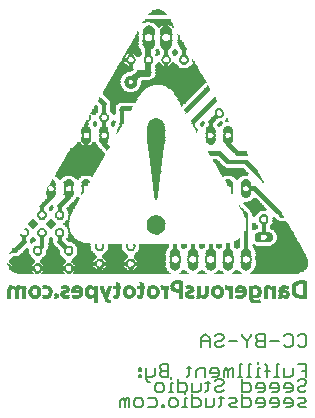
<source format=gbo>
G75*
G70*
%OFA0B0*%
%FSLAX24Y24*%
%IPPOS*%
%LPD*%
%AMOC8*
5,1,8,0,0,1.08239X$1,22.5*
%
%ADD10C,0.0060*%
%ADD11R,0.0290X0.0010*%
%ADD12R,0.0120X0.0010*%
%ADD13R,0.0140X0.0010*%
%ADD14R,0.0310X0.0010*%
%ADD15R,0.0130X0.0010*%
%ADD16R,0.0320X0.0010*%
%ADD17R,0.0330X0.0010*%
%ADD18R,0.0160X0.0010*%
%ADD19R,0.0340X0.0010*%
%ADD20R,0.0170X0.0010*%
%ADD21R,0.0180X0.0010*%
%ADD22R,0.0080X0.0010*%
%ADD23R,0.0030X0.0010*%
%ADD24R,0.0200X0.0010*%
%ADD25R,0.0040X0.0010*%
%ADD26R,0.0020X0.0010*%
%ADD27R,0.0150X0.0010*%
%ADD28R,0.0090X0.0010*%
%ADD29R,0.0100X0.0010*%
%ADD30R,0.0110X0.0010*%
%ADD31R,0.0060X0.0010*%
%ADD32R,0.0270X0.0010*%
%ADD33R,0.0250X0.0010*%
%ADD34R,0.0230X0.0010*%
%ADD35R,0.0210X0.0010*%
%ADD36R,0.0240X0.0010*%
%ADD37R,0.0220X0.0010*%
%ADD38R,0.0190X0.0010*%
%ADD39R,0.0260X0.0010*%
%ADD40R,0.0280X0.0010*%
%ADD41R,0.0370X0.0010*%
%ADD42R,0.0300X0.0010*%
%ADD43R,0.0360X0.0010*%
%ADD44R,0.0390X0.0010*%
%ADD45R,0.0350X0.0010*%
%ADD46R,0.0400X0.0010*%
%ADD47R,0.0380X0.0010*%
%ADD48R,0.0410X0.0010*%
%ADD49R,0.0420X0.0010*%
%ADD50R,0.0430X0.0010*%
%ADD51R,0.0070X0.0010*%
%ADD52R,0.0050X0.0010*%
%ADD53R,0.0010X0.0010*%
%ADD54R,0.0620X0.0010*%
%ADD55R,0.0610X0.0010*%
%ADD56R,0.0600X0.0010*%
%ADD57R,0.0450X0.0010*%
%ADD58R,0.0440X0.0010*%
%ADD59R,0.1520X0.0010*%
%ADD60R,0.3290X0.0010*%
%ADD61R,0.0770X0.0010*%
%ADD62R,0.0470X0.0010*%
%ADD63R,0.1590X0.0010*%
%ADD64R,0.3240X0.0010*%
%ADD65R,0.0740X0.0010*%
%ADD66R,0.0560X0.0010*%
%ADD67R,0.1600X0.0010*%
%ADD68R,0.3210X0.0010*%
%ADD69R,0.0720X0.0010*%
%ADD70R,0.0580X0.0010*%
%ADD71R,0.1620X0.0010*%
%ADD72R,0.3190X0.0010*%
%ADD73R,0.0700X0.0010*%
%ADD74R,0.1630X0.0010*%
%ADD75R,0.3170X0.0010*%
%ADD76R,0.0690X0.0010*%
%ADD77R,0.1650X0.0010*%
%ADD78R,0.3160X0.0010*%
%ADD79R,0.0680X0.0010*%
%ADD80R,0.0630X0.0010*%
%ADD81R,0.1670X0.0010*%
%ADD82R,0.3150X0.0010*%
%ADD83R,0.0660X0.0010*%
%ADD84R,0.0650X0.0010*%
%ADD85R,0.1680X0.0010*%
%ADD86R,0.3120X0.0010*%
%ADD87R,0.1690X0.0010*%
%ADD88R,0.3110X0.0010*%
%ADD89R,0.3100X0.0010*%
%ADD90R,0.3220X0.0010*%
%ADD91R,0.0900X0.0010*%
%ADD92R,0.0830X0.0010*%
%ADD93R,0.1700X0.0010*%
%ADD94R,0.1110X0.0010*%
%ADD95R,0.0840X0.0010*%
%ADD96R,0.0860X0.0010*%
%ADD97R,0.0880X0.0010*%
%ADD98R,0.1100X0.0010*%
%ADD99R,0.0820X0.0010*%
%ADD100R,0.0850X0.0010*%
%ADD101R,0.1080X0.0010*%
%ADD102R,0.0800X0.0010*%
%ADD103R,0.1710X0.0010*%
%ADD104R,0.0790X0.0010*%
%ADD105R,0.1720X0.0010*%
%ADD106R,0.1060X0.0010*%
%ADD107R,0.0810X0.0010*%
%ADD108R,0.1030X0.0010*%
%ADD109R,0.0750X0.0010*%
%ADD110R,0.1730X0.0010*%
%ADD111R,0.1020X0.0010*%
%ADD112R,0.0730X0.0010*%
%ADD113R,0.1010X0.0010*%
%ADD114R,0.0710X0.0010*%
%ADD115R,0.0780X0.0010*%
%ADD116R,0.1000X0.0010*%
%ADD117R,0.0990X0.0010*%
%ADD118R,0.0670X0.0010*%
%ADD119R,0.0760X0.0010*%
%ADD120R,0.0980X0.0010*%
%ADD121R,0.0960X0.0010*%
%ADD122R,0.0870X0.0010*%
%ADD123R,0.0950X0.0010*%
%ADD124R,0.0890X0.0010*%
%ADD125R,0.1090X0.0010*%
%ADD126R,0.1070X0.0010*%
%ADD127R,0.0640X0.0010*%
%ADD128R,0.0970X0.0010*%
%ADD129R,0.1040X0.0010*%
%ADD130R,0.1050X0.0010*%
%ADD131R,0.0590X0.0010*%
%ADD132R,0.0570X0.0010*%
%ADD133R,0.0550X0.0010*%
%ADD134R,0.0530X0.0010*%
%ADD135R,0.0510X0.0010*%
%ADD136R,0.1660X0.0010*%
%ADD137R,0.0480X0.0010*%
%ADD138R,0.0460X0.0010*%
%ADD139R,0.1640X0.0010*%
%ADD140R,0.0520X0.0010*%
%ADD141R,0.0940X0.0010*%
%ADD142R,0.0930X0.0010*%
%ADD143R,0.0540X0.0010*%
%ADD144R,0.0500X0.0010*%
%ADD145R,0.1610X0.0010*%
%ADD146R,0.0490X0.0010*%
%ADD147R,0.0920X0.0010*%
%ADD148R,0.0910X0.0010*%
%ADD149R,0.1270X0.0010*%
%ADD150R,0.1260X0.0010*%
%ADD151R,0.1250X0.0010*%
%ADD152R,0.1240X0.0010*%
%ADD153R,0.1220X0.0010*%
%ADD154R,0.1200X0.0010*%
%ADD155R,0.1190X0.0010*%
%ADD156R,0.1170X0.0010*%
%ADD157R,0.1160X0.0010*%
%ADD158R,0.1150X0.0010*%
%ADD159R,0.1130X0.0010*%
%ADD160R,0.1120X0.0010*%
%ADD161R,0.1180X0.0010*%
%ADD162R,0.1230X0.0010*%
%ADD163R,0.1280X0.0010*%
%ADD164R,0.1290X0.0010*%
%ADD165R,0.1210X0.0010*%
%ADD166R,0.1300X0.0010*%
%ADD167R,0.1350X0.0010*%
%ADD168R,0.1390X0.0010*%
%ADD169R,0.1440X0.0010*%
%ADD170R,0.2100X0.0010*%
%ADD171R,0.2110X0.0010*%
%ADD172R,0.2120X0.0010*%
%ADD173R,0.2130X0.0010*%
%ADD174R,0.2140X0.0010*%
%ADD175R,0.2150X0.0010*%
%ADD176R,0.2160X0.0010*%
%ADD177R,0.2170X0.0010*%
%ADD178R,0.2090X0.0010*%
%ADD179R,0.1840X0.0010*%
%ADD180R,0.1810X0.0010*%
%ADD181R,0.1790X0.0010*%
%ADD182R,0.1750X0.0010*%
%ADD183R,0.1570X0.0010*%
%ADD184R,0.1560X0.0010*%
%ADD185R,0.1550X0.0010*%
%ADD186R,0.1540X0.0010*%
%ADD187R,0.1530X0.0010*%
%ADD188R,0.1510X0.0010*%
%ADD189R,0.1500X0.0010*%
%ADD190R,0.1490X0.0010*%
%ADD191R,0.1480X0.0010*%
%ADD192R,0.1470X0.0010*%
%ADD193R,0.1460X0.0010*%
%ADD194R,0.1450X0.0010*%
%ADD195R,0.1430X0.0010*%
D10*
X008920Y000681D02*
X008920Y000901D01*
X008993Y000975D01*
X009067Y000901D01*
X009067Y000681D01*
X009213Y000681D02*
X009213Y000975D01*
X009140Y000975D01*
X009067Y000901D01*
X009380Y000901D02*
X009380Y000755D01*
X009454Y000681D01*
X009600Y000681D01*
X009674Y000755D01*
X009674Y000901D01*
X009600Y000975D01*
X009454Y000975D01*
X009380Y000901D01*
X009840Y000975D02*
X010061Y000975D01*
X010134Y000901D01*
X010134Y000755D01*
X010061Y000681D01*
X009840Y000681D01*
X010291Y000681D02*
X010364Y000681D01*
X010364Y000755D01*
X010291Y000755D01*
X010291Y000681D01*
X010531Y000755D02*
X010531Y000901D01*
X010604Y000975D01*
X010751Y000975D01*
X010825Y000901D01*
X010825Y000755D01*
X010751Y000681D01*
X010604Y000681D01*
X010531Y000755D01*
X010524Y001181D02*
X010671Y001181D01*
X010598Y001181D02*
X010598Y001475D01*
X010671Y001475D01*
X010598Y001622D02*
X010598Y001695D01*
X010518Y001681D02*
X010298Y001681D01*
X010224Y001755D01*
X010224Y001828D01*
X010298Y001901D01*
X010518Y001901D01*
X010518Y001681D02*
X010518Y002122D01*
X010298Y002122D01*
X010224Y002048D01*
X010224Y001975D01*
X010298Y001901D01*
X010057Y001975D02*
X010057Y001755D01*
X009984Y001681D01*
X009764Y001681D01*
X009764Y001608D02*
X009837Y001534D01*
X009911Y001534D01*
X009764Y001608D02*
X009764Y001975D01*
X009597Y001975D02*
X009597Y001901D01*
X009524Y001901D01*
X009524Y001975D01*
X009597Y001975D01*
X009597Y001755D02*
X009524Y001755D01*
X009524Y001681D01*
X009597Y001681D01*
X009597Y001755D01*
X010071Y001401D02*
X010144Y001475D01*
X010291Y001475D01*
X010364Y001401D01*
X010364Y001255D01*
X010291Y001181D01*
X010144Y001181D01*
X010071Y001255D01*
X010071Y001401D01*
X010838Y001475D02*
X011058Y001475D01*
X011131Y001401D01*
X011131Y001255D01*
X011058Y001181D01*
X010838Y001181D01*
X010838Y001622D01*
X011138Y001681D02*
X011212Y001755D01*
X011212Y002048D01*
X011285Y001975D02*
X011138Y001975D01*
X011452Y001901D02*
X011452Y001681D01*
X011452Y001901D02*
X011525Y001975D01*
X011745Y001975D01*
X011745Y001681D01*
X011825Y001548D02*
X011825Y001255D01*
X011752Y001181D01*
X011592Y001255D02*
X011518Y001181D01*
X011298Y001181D01*
X011298Y001475D01*
X011592Y001475D02*
X011592Y001255D01*
X011752Y001475D02*
X011899Y001475D01*
X012065Y001548D02*
X012139Y001622D01*
X012286Y001622D01*
X012359Y001548D01*
X012359Y001475D01*
X012286Y001401D01*
X012139Y001401D01*
X012065Y001328D01*
X012065Y001255D01*
X012139Y001181D01*
X012286Y001181D01*
X012359Y001255D01*
X012286Y001048D02*
X012286Y000755D01*
X012212Y000681D01*
X012052Y000755D02*
X011979Y000681D01*
X011759Y000681D01*
X011759Y000975D01*
X011592Y000901D02*
X011592Y000755D01*
X011518Y000681D01*
X011298Y000681D01*
X011298Y001122D01*
X011298Y000975D02*
X011518Y000975D01*
X011592Y000901D01*
X012052Y000975D02*
X012052Y000755D01*
X012212Y000975D02*
X012359Y000975D01*
X012526Y000975D02*
X012746Y000975D01*
X012819Y000901D01*
X012746Y000828D01*
X012599Y000828D01*
X012526Y000755D01*
X012599Y000681D01*
X012819Y000681D01*
X012986Y000681D02*
X013206Y000681D01*
X013280Y000755D01*
X013280Y000901D01*
X013206Y000975D01*
X012986Y000975D01*
X012986Y001122D02*
X012986Y000681D01*
X013447Y000828D02*
X013447Y000901D01*
X013520Y000975D01*
X013667Y000975D01*
X013740Y000901D01*
X013740Y000755D01*
X013667Y000681D01*
X013520Y000681D01*
X013447Y000828D02*
X013740Y000828D01*
X013907Y000828D02*
X013907Y000901D01*
X013980Y000975D01*
X014127Y000975D01*
X014200Y000901D01*
X014200Y000755D01*
X014127Y000681D01*
X013980Y000681D01*
X013907Y000828D02*
X014200Y000828D01*
X014367Y000828D02*
X014661Y000828D01*
X014661Y000755D02*
X014661Y000901D01*
X014587Y000975D01*
X014441Y000975D01*
X014367Y000901D01*
X014367Y000828D01*
X014441Y000681D02*
X014587Y000681D01*
X014661Y000755D01*
X014828Y000755D02*
X014901Y000681D01*
X015121Y000681D01*
X015048Y000828D02*
X014901Y000828D01*
X014828Y000755D01*
X014828Y000975D02*
X015048Y000975D01*
X015121Y000901D01*
X015048Y000828D01*
X015048Y001181D02*
X014901Y001181D01*
X014828Y001255D01*
X014828Y001328D01*
X014901Y001401D01*
X015048Y001401D01*
X015121Y001475D01*
X015121Y001548D01*
X015048Y001622D01*
X014901Y001622D01*
X014828Y001548D01*
X014661Y001401D02*
X014661Y001255D01*
X014587Y001181D01*
X014441Y001181D01*
X014367Y001328D02*
X014661Y001328D01*
X014661Y001401D02*
X014587Y001475D01*
X014441Y001475D01*
X014367Y001401D01*
X014367Y001328D01*
X014200Y001328D02*
X013907Y001328D01*
X013907Y001401D01*
X013980Y001475D01*
X014127Y001475D01*
X014200Y001401D01*
X014200Y001255D01*
X014127Y001181D01*
X013980Y001181D01*
X013740Y001255D02*
X013740Y001401D01*
X013667Y001475D01*
X013520Y001475D01*
X013447Y001401D01*
X013447Y001328D01*
X013740Y001328D01*
X013740Y001255D02*
X013667Y001181D01*
X013520Y001181D01*
X013280Y001255D02*
X013280Y001401D01*
X013206Y001475D01*
X012986Y001475D01*
X012986Y001622D02*
X012986Y001181D01*
X013206Y001181D01*
X013280Y001255D01*
X013280Y001681D02*
X013133Y001681D01*
X013206Y001681D02*
X013206Y002122D01*
X013280Y002122D01*
X013513Y002122D02*
X013513Y002195D01*
X013513Y001975D02*
X013513Y001681D01*
X013440Y001681D02*
X013587Y001681D01*
X013820Y001681D02*
X013820Y002048D01*
X013747Y002122D01*
X013587Y001975D02*
X013513Y001975D01*
X013747Y001901D02*
X013894Y001901D01*
X014054Y001681D02*
X014200Y001681D01*
X014127Y001681D02*
X014127Y002122D01*
X014200Y002122D01*
X014367Y001975D02*
X014367Y001681D01*
X014587Y001681D01*
X014661Y001755D01*
X014661Y001975D01*
X014828Y002122D02*
X015121Y002122D01*
X015121Y001681D01*
X015121Y001901D02*
X014974Y001901D01*
X015121Y001255D02*
X015048Y001181D01*
X015048Y002681D02*
X014901Y002681D01*
X014828Y002755D01*
X014661Y002755D02*
X014587Y002681D01*
X014441Y002681D01*
X014367Y002755D01*
X014200Y002901D02*
X013907Y002901D01*
X013740Y002901D02*
X013520Y002901D01*
X013447Y002828D01*
X013447Y002755D01*
X013520Y002681D01*
X013740Y002681D01*
X013740Y003122D01*
X013520Y003122D01*
X013447Y003048D01*
X013447Y002975D01*
X013520Y002901D01*
X013280Y003048D02*
X013133Y002901D01*
X013133Y002681D01*
X013133Y002901D02*
X012986Y003048D01*
X012986Y003122D01*
X013280Y003122D02*
X013280Y003048D01*
X012819Y002901D02*
X012526Y002901D01*
X012359Y002975D02*
X012286Y002901D01*
X012139Y002901D01*
X012065Y002828D01*
X012065Y002755D01*
X012139Y002681D01*
X012286Y002681D01*
X012359Y002755D01*
X012359Y002975D02*
X012359Y003048D01*
X012286Y003122D01*
X012139Y003122D01*
X012065Y003048D01*
X011899Y002975D02*
X011752Y003122D01*
X011605Y002975D01*
X011605Y002681D01*
X011605Y002901D02*
X011899Y002901D01*
X011899Y002975D02*
X011899Y002681D01*
X011986Y001975D02*
X011912Y001901D01*
X011912Y001828D01*
X012206Y001828D01*
X012206Y001901D02*
X012132Y001975D01*
X011986Y001975D01*
X012206Y001901D02*
X012206Y001755D01*
X012132Y001681D01*
X011986Y001681D01*
X012372Y001681D02*
X012372Y001901D01*
X012446Y001975D01*
X012519Y001901D01*
X012519Y001681D01*
X012666Y001681D02*
X012666Y001975D01*
X012593Y001975D01*
X012519Y001901D01*
X012826Y001681D02*
X012973Y001681D01*
X012900Y001681D02*
X012900Y002122D01*
X012973Y002122D01*
X014367Y003048D02*
X014441Y003122D01*
X014587Y003122D01*
X014661Y003048D01*
X014661Y002755D01*
X014828Y003048D02*
X014901Y003122D01*
X015048Y003122D01*
X015121Y003048D01*
X015121Y002755D01*
X015048Y002681D01*
X011058Y001195D02*
X011058Y001122D01*
X011058Y000975D02*
X011058Y000681D01*
X011131Y000681D02*
X010985Y000681D01*
X011058Y000975D02*
X011131Y000975D01*
D11*
X013441Y004151D03*
X012901Y004321D03*
X012931Y004661D03*
X012151Y004671D03*
X011931Y005301D03*
X011331Y005301D03*
X010741Y005301D03*
X010741Y005311D03*
X010741Y005871D03*
X010121Y006461D03*
X010121Y008381D03*
X010121Y008391D03*
X010121Y008401D03*
X010121Y008411D03*
X010121Y008421D03*
X010121Y008431D03*
X010121Y008441D03*
X008381Y009511D03*
X007781Y009511D03*
X007781Y009521D03*
X007781Y009931D03*
X009491Y011161D03*
X009721Y011351D03*
X009001Y012051D03*
X009381Y012711D03*
X009381Y012721D03*
X010681Y012031D03*
X011341Y011991D03*
X011011Y010881D03*
X011921Y009931D03*
X011921Y009511D03*
X012511Y009511D03*
X012511Y009521D03*
X012511Y009931D03*
X012301Y008641D03*
X013101Y008171D03*
X013101Y008161D03*
X013101Y008151D03*
X013351Y007951D03*
X013101Y007741D03*
X013101Y007731D03*
X013381Y007531D03*
X013421Y007191D03*
X013101Y005871D03*
X012511Y005871D03*
X011231Y004371D03*
X011241Y004351D03*
X010851Y004521D03*
X010011Y004331D03*
X009221Y004331D03*
X009211Y004671D03*
X007481Y004661D03*
X007081Y004361D03*
X007081Y004351D03*
X006481Y004371D03*
X006481Y004381D03*
X006471Y004361D03*
X005731Y005751D03*
X006231Y006031D03*
X006011Y006731D03*
X006011Y006801D03*
X006601Y006801D03*
X006601Y006731D03*
X007271Y006281D03*
X007191Y007741D03*
X007191Y008161D03*
X006601Y007741D03*
X006601Y007731D03*
X014341Y004541D03*
X014391Y004671D03*
D12*
X005216Y004301D03*
X005216Y004311D03*
X005216Y004321D03*
X005216Y004331D03*
X005216Y004341D03*
X005216Y004351D03*
X005216Y004361D03*
X005216Y004371D03*
X005216Y004381D03*
X005216Y004391D03*
X005216Y004401D03*
X005216Y004411D03*
X005216Y004421D03*
X005216Y004431D03*
X005216Y004441D03*
X005216Y004451D03*
X005216Y004461D03*
X005216Y004471D03*
X005216Y004481D03*
X005216Y004491D03*
X005216Y004501D03*
X005216Y004511D03*
X005216Y004521D03*
X005216Y004531D03*
X005216Y004541D03*
X005216Y004551D03*
X005216Y004561D03*
X005216Y004571D03*
X006786Y004421D03*
X006986Y004421D03*
X006986Y004411D03*
X006986Y004401D03*
X007346Y004561D03*
X007346Y004571D03*
X007356Y004581D03*
X007356Y004591D03*
X007366Y004611D03*
X007606Y004591D03*
X007606Y004581D03*
X007616Y004571D03*
X007616Y004561D03*
X007616Y004551D03*
X007616Y004461D03*
X007616Y004451D03*
X007616Y004441D03*
X007916Y004711D03*
X008106Y004671D03*
X008106Y004661D03*
X008316Y004611D03*
X008326Y004581D03*
X008326Y004571D03*
X008336Y004561D03*
X008336Y004551D03*
X008336Y004541D03*
X008336Y004531D03*
X008346Y004511D03*
X008346Y004501D03*
X008356Y004481D03*
X008366Y004451D03*
X008496Y004471D03*
X008526Y004561D03*
X008536Y004151D03*
X009636Y004441D03*
X009636Y004451D03*
X009636Y004461D03*
X009636Y004471D03*
X009636Y004481D03*
X009636Y004491D03*
X009636Y004501D03*
X009636Y004511D03*
X009636Y004521D03*
X009636Y004531D03*
X009636Y004541D03*
X009636Y004551D03*
X009636Y004561D03*
X009636Y004571D03*
X009636Y004581D03*
X009636Y004591D03*
X009636Y004601D03*
X009636Y004611D03*
X009636Y004721D03*
X009636Y004731D03*
X009636Y004741D03*
X009636Y004751D03*
X009636Y004761D03*
X009636Y004771D03*
X009636Y004781D03*
X010326Y004671D03*
X010326Y004661D03*
X010746Y005241D03*
X011036Y005191D03*
X011336Y005241D03*
X011626Y005191D03*
X011926Y005241D03*
X012216Y005201D03*
X012046Y005691D03*
X012226Y005971D03*
X012626Y005701D03*
X012816Y005971D03*
X012836Y006201D03*
X013116Y006481D03*
X013376Y006761D03*
X013376Y007061D03*
X013376Y007071D03*
X013116Y007051D03*
X013116Y007041D03*
X013116Y007031D03*
X013086Y007131D03*
X013076Y007141D03*
X013196Y008041D03*
X013506Y008391D03*
X013496Y008401D03*
X013486Y008421D03*
X012606Y009631D03*
X012516Y010021D03*
X012256Y010141D03*
X012226Y010061D03*
X011826Y009811D03*
X011636Y010061D03*
X011656Y010131D03*
X011356Y010141D03*
X011136Y010521D03*
X010986Y010771D03*
X011826Y011301D03*
X012046Y010921D03*
X010686Y012111D03*
X010746Y012411D03*
X010746Y012421D03*
X010896Y012871D03*
X010586Y012871D03*
X010306Y012871D03*
X009996Y012871D03*
X009716Y012871D03*
X009466Y013001D03*
X010206Y013351D03*
X008986Y012161D03*
X008106Y010651D03*
X008106Y010641D03*
X008026Y010431D03*
X007796Y010121D03*
X007796Y010111D03*
X007796Y010101D03*
X007876Y009821D03*
X007876Y009631D03*
X008036Y009471D03*
X008286Y009631D03*
X008466Y009631D03*
X008466Y009821D03*
X008286Y009821D03*
X008696Y010171D03*
X008956Y010141D03*
X008956Y010131D03*
X008696Y010471D03*
X007536Y009471D03*
X007486Y008281D03*
X007286Y008041D03*
X006896Y008281D03*
X006676Y008171D03*
X006696Y008041D03*
X006626Y007321D03*
X007246Y007171D03*
X007246Y007161D03*
X007146Y006841D03*
X007146Y006701D03*
X007146Y006691D03*
X007246Y006401D03*
X007076Y005961D03*
X010626Y005701D03*
X010866Y005691D03*
X011216Y005691D03*
X011456Y005691D03*
X011626Y005971D03*
X011036Y005971D03*
X011796Y004701D03*
X011796Y004691D03*
X011796Y004681D03*
X011796Y004671D03*
X011796Y004661D03*
X011796Y004651D03*
X011796Y004641D03*
X011796Y004631D03*
X011796Y004621D03*
X011796Y004611D03*
X011796Y004601D03*
X011796Y004591D03*
X011796Y004581D03*
X011796Y004571D03*
X011796Y004561D03*
X011796Y004551D03*
X011796Y004541D03*
X011796Y004531D03*
X011796Y004521D03*
X011796Y004511D03*
X011796Y004501D03*
X011796Y004491D03*
X011796Y004481D03*
X011796Y004471D03*
X011796Y004461D03*
X011526Y004331D03*
X011526Y004321D03*
X011526Y004311D03*
X011256Y004291D03*
X011146Y004391D03*
X011146Y004401D03*
X011146Y004421D03*
X011316Y004611D03*
X012466Y004671D03*
X012606Y004671D03*
X012606Y004661D03*
X012606Y004651D03*
X012606Y004681D03*
X012596Y004531D03*
X012596Y004521D03*
X012596Y004511D03*
X012596Y004501D03*
X012596Y004491D03*
X012596Y004481D03*
X012596Y004471D03*
X012596Y004461D03*
X012596Y004451D03*
X012596Y004441D03*
X012596Y004431D03*
X012596Y004421D03*
X012596Y004411D03*
X012596Y004401D03*
X012596Y004391D03*
X012596Y004381D03*
X012596Y004371D03*
X012596Y004361D03*
X012596Y004351D03*
X012596Y004341D03*
X012596Y004331D03*
X012596Y004321D03*
X012796Y004551D03*
X012796Y004561D03*
X012796Y004571D03*
X012806Y004581D03*
X012806Y004591D03*
X012816Y004611D03*
X013046Y004601D03*
X013056Y004591D03*
X013056Y004581D03*
X013066Y004571D03*
X013066Y004561D03*
X013066Y004551D03*
X013066Y004451D03*
X013066Y004441D03*
X013276Y004301D03*
X013276Y004291D03*
X013266Y004681D03*
X013766Y004301D03*
X014246Y004301D03*
X014246Y004311D03*
X014256Y004321D03*
X013226Y005481D03*
X012806Y005201D03*
X014046Y006951D03*
X014306Y007001D03*
D13*
X014286Y007031D03*
X014266Y007051D03*
X014056Y006931D03*
X013696Y007071D03*
X013696Y006761D03*
X013696Y006751D03*
X013696Y006741D03*
X013696Y006731D03*
X013696Y006721D03*
X013696Y006711D03*
X013696Y006701D03*
X013696Y006691D03*
X013696Y006681D03*
X013696Y006671D03*
X013696Y006661D03*
X013696Y006651D03*
X013696Y006641D03*
X013696Y006631D03*
X013696Y006621D03*
X013696Y006611D03*
X013696Y006601D03*
X013696Y006591D03*
X013696Y006581D03*
X013696Y006571D03*
X013696Y006561D03*
X013696Y006551D03*
X013696Y006541D03*
X013696Y006531D03*
X013696Y006521D03*
X013696Y006511D03*
X013696Y006501D03*
X013696Y006491D03*
X013386Y006741D03*
X013386Y007091D03*
X013106Y007091D03*
X013096Y007111D03*
X013396Y007591D03*
X013016Y007851D03*
X013476Y008431D03*
X013466Y008441D03*
X013456Y008451D03*
X012076Y008911D03*
X012066Y008921D03*
X011926Y009431D03*
X011926Y010021D03*
X011926Y010031D03*
X011926Y010041D03*
X011926Y010051D03*
X011926Y010061D03*
X011926Y010071D03*
X011926Y010081D03*
X011926Y010091D03*
X011926Y010101D03*
X011926Y010111D03*
X011926Y010121D03*
X011926Y010131D03*
X012226Y010081D03*
X012256Y010131D03*
X012216Y010611D03*
X012046Y010911D03*
X011826Y011291D03*
X011366Y012091D03*
X011036Y012091D03*
X010686Y012101D03*
X010446Y012091D03*
X010446Y012081D03*
X010446Y012071D03*
X010446Y012061D03*
X010446Y012051D03*
X010446Y012041D03*
X010446Y012031D03*
X010446Y012411D03*
X010446Y012421D03*
X010446Y012431D03*
X010446Y012441D03*
X010446Y012451D03*
X010446Y012461D03*
X010446Y012471D03*
X010446Y012481D03*
X010446Y012491D03*
X010446Y012501D03*
X010446Y012511D03*
X010446Y012521D03*
X010446Y012541D03*
X010446Y012551D03*
X010446Y012561D03*
X010446Y012571D03*
X010446Y012581D03*
X010446Y012591D03*
X010746Y012431D03*
X011036Y012431D03*
X011036Y012421D03*
X011036Y012411D03*
X011036Y012401D03*
X011036Y012391D03*
X011036Y012441D03*
X011036Y012451D03*
X011036Y012461D03*
X011036Y012471D03*
X011036Y012481D03*
X011036Y012491D03*
X011036Y012501D03*
X011036Y012511D03*
X011036Y012521D03*
X011036Y012531D03*
X011036Y012541D03*
X011036Y012551D03*
X011036Y012561D03*
X011036Y012571D03*
X011036Y012581D03*
X011036Y012591D03*
X010906Y012861D03*
X010576Y013101D03*
X010316Y012861D03*
X010156Y012531D03*
X010156Y012431D03*
X009456Y012961D03*
X009456Y012971D03*
X009456Y012981D03*
X009856Y013361D03*
X010206Y013361D03*
X010206Y013371D03*
X010446Y013371D03*
X010446Y013361D03*
X010446Y013381D03*
X010446Y013391D03*
X010446Y013401D03*
X010446Y013411D03*
X010596Y013411D03*
X010156Y013911D03*
X009256Y012441D03*
X009256Y012431D03*
X009256Y012421D03*
X009256Y012411D03*
X009256Y012401D03*
X009256Y012081D03*
X009256Y012071D03*
X009256Y012061D03*
X009256Y012051D03*
X009256Y012041D03*
X009256Y012031D03*
X009396Y011541D03*
X009406Y011531D03*
X009406Y011521D03*
X009406Y011511D03*
X009406Y011501D03*
X009406Y011491D03*
X009406Y011481D03*
X009406Y011471D03*
X009266Y011301D03*
X009136Y011451D03*
X009126Y011461D03*
X009126Y011471D03*
X009126Y011531D03*
X008266Y010901D03*
X008376Y010731D03*
X008376Y010721D03*
X008376Y010711D03*
X008376Y010701D03*
X008376Y010691D03*
X008376Y010681D03*
X008376Y010671D03*
X008376Y010661D03*
X008376Y010651D03*
X008376Y010641D03*
X008376Y010631D03*
X008376Y010621D03*
X008376Y010611D03*
X008376Y010601D03*
X008376Y010591D03*
X008376Y010581D03*
X008376Y010571D03*
X008376Y010561D03*
X008376Y010551D03*
X008376Y010541D03*
X008376Y010531D03*
X008376Y010521D03*
X008376Y010511D03*
X008376Y010501D03*
X008376Y010491D03*
X008376Y010481D03*
X008376Y010471D03*
X008376Y010461D03*
X008686Y010491D03*
X008966Y010491D03*
X008966Y010481D03*
X008966Y010471D03*
X008966Y010461D03*
X008966Y010451D03*
X008966Y010441D03*
X008966Y010431D03*
X008966Y010421D03*
X008966Y010411D03*
X008966Y010401D03*
X008966Y010391D03*
X008966Y010381D03*
X008966Y010371D03*
X008966Y010361D03*
X008966Y010351D03*
X008966Y010341D03*
X008966Y010331D03*
X008966Y010321D03*
X008966Y010311D03*
X008966Y010301D03*
X008966Y010291D03*
X008966Y010281D03*
X008966Y010271D03*
X008966Y010261D03*
X008966Y010251D03*
X008966Y010241D03*
X008966Y010231D03*
X008966Y010221D03*
X008966Y010211D03*
X008966Y010201D03*
X008966Y010191D03*
X008966Y010181D03*
X008966Y010171D03*
X008966Y010161D03*
X008686Y010141D03*
X008676Y010071D03*
X008376Y010071D03*
X008376Y010061D03*
X008376Y010051D03*
X008376Y010041D03*
X008376Y010031D03*
X008376Y010021D03*
X008376Y010081D03*
X008376Y010091D03*
X008376Y010101D03*
X008376Y010111D03*
X008376Y010121D03*
X008376Y010131D03*
X008376Y010141D03*
X008376Y010151D03*
X008376Y010161D03*
X008376Y010171D03*
X008086Y010071D03*
X007786Y010071D03*
X007786Y010061D03*
X007786Y010051D03*
X007786Y010041D03*
X007786Y010031D03*
X007786Y010021D03*
X007786Y010081D03*
X008096Y010601D03*
X008096Y010611D03*
X008966Y010531D03*
X008966Y010521D03*
X008966Y010511D03*
X008966Y010501D03*
X010116Y010271D03*
X011136Y010531D03*
X011356Y010151D03*
X011636Y010081D03*
X011636Y010071D03*
X011646Y010101D03*
X011646Y010111D03*
X010116Y007821D03*
X010116Y007811D03*
X010116Y007801D03*
X010116Y007791D03*
X010116Y007781D03*
X010116Y007041D03*
X010746Y006101D03*
X010746Y006091D03*
X010746Y006081D03*
X010746Y006071D03*
X010746Y006061D03*
X010746Y006051D03*
X010746Y006041D03*
X010746Y006031D03*
X010746Y006021D03*
X010746Y006011D03*
X010746Y006001D03*
X010746Y005991D03*
X010746Y005981D03*
X010746Y005971D03*
X010746Y005961D03*
X010746Y005951D03*
X010746Y005941D03*
X010856Y005701D03*
X010856Y005471D03*
X010636Y005471D03*
X011036Y005181D03*
X011226Y005471D03*
X011446Y005471D03*
X011626Y005181D03*
X011816Y005471D03*
X012036Y005471D03*
X011926Y005931D03*
X011926Y005941D03*
X011926Y005951D03*
X011926Y005961D03*
X011926Y005971D03*
X011926Y005981D03*
X011926Y005991D03*
X011926Y006001D03*
X011926Y006011D03*
X011926Y006021D03*
X011926Y006031D03*
X011926Y006041D03*
X011926Y006051D03*
X011926Y006061D03*
X011926Y006071D03*
X011926Y006081D03*
X011926Y006091D03*
X011926Y006101D03*
X011336Y006101D03*
X011336Y006091D03*
X011336Y006081D03*
X011336Y006071D03*
X011336Y006061D03*
X011336Y006051D03*
X011336Y006041D03*
X011336Y006031D03*
X011336Y006021D03*
X011336Y006011D03*
X011336Y006001D03*
X011336Y005991D03*
X011336Y005981D03*
X011336Y005971D03*
X011336Y005961D03*
X011336Y005951D03*
X011336Y005941D03*
X011336Y005931D03*
X012616Y005471D03*
X012996Y005471D03*
X013216Y005471D03*
X013106Y005241D03*
X013276Y004581D03*
X013276Y004571D03*
X013276Y004431D03*
X013286Y004261D03*
X013296Y004251D03*
X013536Y004421D03*
X013546Y004431D03*
X013546Y004441D03*
X013556Y004461D03*
X013556Y004471D03*
X013556Y004481D03*
X013556Y004491D03*
X013556Y004501D03*
X013556Y004511D03*
X013556Y004521D03*
X013556Y004531D03*
X013556Y004541D03*
X013546Y004571D03*
X013546Y004581D03*
X013536Y004591D03*
X013776Y004591D03*
X013776Y004581D03*
X013856Y004701D03*
X014026Y004571D03*
X014266Y004411D03*
X014266Y004401D03*
X014496Y004391D03*
X014496Y004461D03*
X014486Y004471D03*
X014696Y004511D03*
X014696Y004521D03*
X014696Y004531D03*
X014706Y004501D03*
X014706Y004491D03*
X014716Y004461D03*
X014696Y004641D03*
X014696Y004651D03*
X014696Y004661D03*
X014696Y004671D03*
X014706Y004681D03*
X014706Y004691D03*
X015056Y004691D03*
X015056Y004681D03*
X015056Y004671D03*
X015056Y004661D03*
X015056Y004651D03*
X015056Y004641D03*
X015056Y004631D03*
X015056Y004621D03*
X015056Y004611D03*
X015056Y004601D03*
X015056Y004591D03*
X015056Y004581D03*
X015056Y004571D03*
X015056Y004561D03*
X015056Y004551D03*
X015056Y004541D03*
X015056Y004531D03*
X015056Y004521D03*
X015056Y004511D03*
X015056Y004501D03*
X015056Y004491D03*
X015056Y004481D03*
X015056Y004471D03*
X015056Y004461D03*
X015056Y004451D03*
X015056Y004441D03*
X015056Y004431D03*
X015056Y004421D03*
X015056Y004411D03*
X015056Y004401D03*
X015056Y004391D03*
X014986Y004291D03*
X015056Y004701D03*
X015056Y004711D03*
X015056Y004721D03*
X015056Y004731D03*
X015056Y004741D03*
X015056Y004751D03*
X015056Y004761D03*
X015056Y004771D03*
X013386Y006041D03*
X013106Y006041D03*
X013106Y006031D03*
X013106Y006021D03*
X013106Y006011D03*
X013106Y006001D03*
X013106Y005991D03*
X013106Y005981D03*
X013106Y005971D03*
X013106Y005961D03*
X013106Y005951D03*
X013106Y005941D03*
X013106Y006051D03*
X013106Y006061D03*
X013106Y006071D03*
X013106Y006081D03*
X013106Y006091D03*
X013106Y006101D03*
X013106Y006111D03*
X013106Y006121D03*
X013106Y006131D03*
X013106Y006141D03*
X013106Y006151D03*
X013106Y006161D03*
X013106Y006171D03*
X013106Y006181D03*
X013106Y006191D03*
X013106Y006201D03*
X013106Y006211D03*
X013106Y006221D03*
X013106Y006231D03*
X013106Y006241D03*
X013106Y006251D03*
X013106Y006261D03*
X013106Y006271D03*
X013106Y006281D03*
X013106Y006291D03*
X013106Y006301D03*
X013106Y006311D03*
X013106Y006321D03*
X013106Y006331D03*
X013106Y006341D03*
X013106Y006351D03*
X013106Y006361D03*
X013106Y006371D03*
X013106Y006381D03*
X013106Y006391D03*
X013106Y006401D03*
X013106Y006411D03*
X013106Y006421D03*
X013106Y006431D03*
X013106Y006441D03*
X013106Y006451D03*
X012816Y005981D03*
X012156Y004711D03*
X012276Y004601D03*
X012286Y004591D03*
X012296Y004561D03*
X012306Y004521D03*
X012306Y004511D03*
X012306Y004501D03*
X012306Y004491D03*
X012306Y004481D03*
X012296Y004441D03*
X012296Y004431D03*
X012286Y004421D03*
X012286Y004411D03*
X012276Y004401D03*
X012026Y004411D03*
X012016Y004431D03*
X012016Y004441D03*
X012006Y004451D03*
X012006Y004461D03*
X012006Y004471D03*
X012006Y004481D03*
X012006Y004491D03*
X012006Y004501D03*
X012006Y004511D03*
X012006Y004521D03*
X012006Y004531D03*
X012006Y004541D03*
X012006Y004551D03*
X012016Y004571D03*
X012016Y004581D03*
X012026Y004591D03*
X011786Y004431D03*
X011786Y004421D03*
X011716Y004301D03*
X011536Y004421D03*
X011536Y004431D03*
X011316Y004571D03*
X011206Y004711D03*
X010926Y004771D03*
X010666Y004751D03*
X010656Y004741D03*
X010656Y004731D03*
X010656Y004721D03*
X010656Y004661D03*
X010656Y004651D03*
X010656Y004641D03*
X010666Y004631D03*
X010446Y004561D03*
X010446Y004551D03*
X010156Y004551D03*
X010156Y004541D03*
X010156Y004531D03*
X010156Y004561D03*
X010146Y004581D03*
X010136Y004601D03*
X010156Y004481D03*
X010156Y004471D03*
X010156Y004461D03*
X010156Y004451D03*
X010156Y004441D03*
X010146Y004421D03*
X010136Y004411D03*
X009886Y004411D03*
X009876Y004421D03*
X009876Y004431D03*
X009866Y004441D03*
X009866Y004451D03*
X009866Y004551D03*
X009866Y004561D03*
X009876Y004581D03*
X009876Y004591D03*
X009886Y004601D03*
X010006Y004711D03*
X009626Y004411D03*
X009356Y004431D03*
X009356Y004441D03*
X009346Y004411D03*
X009356Y004561D03*
X009356Y004571D03*
X009356Y004581D03*
X009346Y004591D03*
X009346Y004601D03*
X009336Y004611D03*
X009206Y004711D03*
X009096Y004601D03*
X009086Y004591D03*
X009086Y004581D03*
X009076Y004571D03*
X009066Y004511D03*
X009066Y004491D03*
X009076Y004441D03*
X009076Y004431D03*
X009086Y004421D03*
X009096Y004411D03*
X008836Y004411D03*
X008826Y004401D03*
X008556Y004641D03*
X008556Y004651D03*
X008566Y004671D03*
X008566Y004681D03*
X008576Y004691D03*
X008576Y004701D03*
X008546Y004621D03*
X008546Y004611D03*
X008536Y004581D03*
X008306Y004641D03*
X008306Y004651D03*
X008296Y004671D03*
X008296Y004681D03*
X008296Y004691D03*
X008096Y004571D03*
X008096Y004561D03*
X008096Y004551D03*
X008096Y004541D03*
X008096Y004531D03*
X008096Y004521D03*
X008096Y004511D03*
X008096Y004501D03*
X008096Y004491D03*
X008096Y004481D03*
X008096Y004471D03*
X008096Y004461D03*
X008096Y004451D03*
X008096Y004441D03*
X008096Y004431D03*
X008096Y004301D03*
X008096Y004291D03*
X008096Y004281D03*
X008096Y004271D03*
X008096Y004261D03*
X008096Y004251D03*
X008096Y004241D03*
X008096Y004231D03*
X008096Y004221D03*
X008096Y004211D03*
X008096Y004201D03*
X008096Y004191D03*
X008096Y004181D03*
X008096Y004171D03*
X008096Y004161D03*
X008096Y004151D03*
X008446Y004271D03*
X008456Y004261D03*
X008426Y004321D03*
X008426Y004331D03*
X008526Y004171D03*
X007826Y004421D03*
X007816Y004431D03*
X007806Y004471D03*
X007806Y004481D03*
X007806Y004491D03*
X007806Y004501D03*
X007806Y004511D03*
X007806Y004521D03*
X007806Y004531D03*
X007806Y004541D03*
X007806Y004551D03*
X007816Y004571D03*
X007816Y004581D03*
X007826Y004591D03*
X007586Y004621D03*
X007156Y004571D03*
X007056Y004711D03*
X006996Y004441D03*
X006996Y004381D03*
X006786Y004391D03*
X006786Y004401D03*
X006786Y004331D03*
X006586Y004441D03*
X006586Y004451D03*
X006586Y004461D03*
X006576Y004431D03*
X006586Y004551D03*
X006576Y004571D03*
X006206Y004571D03*
X006206Y004581D03*
X006206Y004591D03*
X006196Y004601D03*
X006206Y004431D03*
X006206Y004421D03*
X006196Y004401D03*
X005946Y004411D03*
X005936Y004421D03*
X005926Y004451D03*
X005926Y004551D03*
X005926Y004561D03*
X005936Y004571D03*
X005936Y004581D03*
X005946Y004591D03*
X006066Y004711D03*
X005706Y004581D03*
X005706Y004571D03*
X005536Y004701D03*
X005296Y004701D03*
X005226Y004601D03*
X006156Y005441D03*
X005796Y005891D03*
X005706Y006211D03*
X005706Y006221D03*
X005706Y006231D03*
X005706Y006241D03*
X005706Y006251D03*
X005706Y006261D03*
X005706Y006271D03*
X005706Y006281D03*
X005706Y006291D03*
X005706Y006301D03*
X005706Y006311D03*
X006306Y006621D03*
X006896Y006621D03*
X007136Y006721D03*
X007136Y006821D03*
X007256Y007191D03*
X006896Y007221D03*
X006896Y007231D03*
X006896Y007241D03*
X006896Y007251D03*
X006896Y007261D03*
X006896Y007271D03*
X006896Y007281D03*
X006896Y007291D03*
X006896Y007301D03*
X006896Y007311D03*
X006896Y007321D03*
X006616Y007301D03*
X006606Y007261D03*
X006606Y007251D03*
X006516Y007851D03*
X006676Y008151D03*
X006896Y008291D03*
X007196Y008241D03*
X007486Y008291D03*
X007786Y008241D03*
X007106Y007851D03*
X007476Y007591D03*
X007486Y007601D03*
X007256Y006371D03*
X006896Y006321D03*
X006896Y006311D03*
X006896Y006301D03*
X006896Y006291D03*
X006896Y006281D03*
X006896Y006271D03*
X006896Y006261D03*
X006896Y006251D03*
X006896Y006241D03*
X006896Y006231D03*
X006896Y006221D03*
X007076Y005971D03*
X007196Y005731D03*
X007196Y005441D03*
X008226Y005281D03*
X008226Y005241D03*
X008226Y005231D03*
X009256Y005241D03*
X009256Y005251D03*
X009256Y005261D03*
X009256Y005271D03*
X009266Y005881D03*
X011156Y004441D03*
X011156Y004381D03*
X012586Y004561D03*
X008466Y009301D03*
X008036Y009451D03*
X007786Y009411D03*
X007786Y009401D03*
X007786Y009391D03*
X007786Y009381D03*
X007536Y009441D03*
X007536Y009451D03*
D14*
X007781Y009531D03*
X007781Y009541D03*
X007781Y009551D03*
X007781Y009561D03*
X007781Y009571D03*
X007781Y009581D03*
X007781Y009591D03*
X007781Y009601D03*
X007781Y009611D03*
X007781Y009621D03*
X007781Y009831D03*
X007781Y009841D03*
X007781Y009851D03*
X007781Y009861D03*
X007781Y009871D03*
X007781Y009881D03*
X007781Y009891D03*
X007781Y009901D03*
X007781Y009911D03*
X006901Y008361D03*
X007191Y008141D03*
X007191Y008131D03*
X007191Y008121D03*
X007191Y008111D03*
X007191Y008101D03*
X007191Y008091D03*
X007191Y008081D03*
X007191Y008071D03*
X007191Y008061D03*
X007191Y008051D03*
X007191Y007841D03*
X007191Y007831D03*
X007191Y007821D03*
X007191Y007811D03*
X007191Y007801D03*
X007191Y007791D03*
X007191Y007781D03*
X007191Y007771D03*
X007191Y007761D03*
X006601Y007761D03*
X006601Y007771D03*
X006601Y007781D03*
X006601Y007791D03*
X006601Y007801D03*
X006601Y007811D03*
X006601Y007821D03*
X006601Y007831D03*
X006601Y007841D03*
X006601Y006791D03*
X006601Y006781D03*
X006601Y006761D03*
X006601Y006751D03*
X006011Y006751D03*
X006011Y006781D03*
X006011Y006791D03*
X006221Y006011D03*
X006661Y005971D03*
X005731Y005741D03*
X006071Y004661D03*
X007481Y004641D03*
X007471Y004341D03*
X009221Y004341D03*
X010011Y004341D03*
X010841Y004851D03*
X010741Y005321D03*
X010741Y005851D03*
X010741Y005861D03*
X011331Y005851D03*
X011331Y005321D03*
X011931Y005851D03*
X012511Y005321D03*
X013101Y005321D03*
X013101Y005851D03*
X012931Y004641D03*
X012921Y004341D03*
X013431Y004161D03*
X014371Y004631D03*
X014381Y004651D03*
X014971Y004311D03*
X013421Y007201D03*
X013101Y007761D03*
X013101Y007771D03*
X013101Y007781D03*
X013101Y007791D03*
X013101Y007801D03*
X013101Y007811D03*
X013101Y007821D03*
X013101Y007831D03*
X013101Y007841D03*
X013101Y008051D03*
X013101Y008061D03*
X013101Y008071D03*
X013101Y008081D03*
X013101Y008091D03*
X013101Y008101D03*
X013101Y008111D03*
X013101Y008121D03*
X013101Y008131D03*
X013101Y008141D03*
X012811Y008361D03*
X013361Y007931D03*
X012511Y009531D03*
X012511Y009541D03*
X012511Y009551D03*
X012511Y009561D03*
X012511Y009571D03*
X012511Y009581D03*
X012511Y009591D03*
X012511Y009601D03*
X012511Y009611D03*
X012511Y009621D03*
X012511Y009831D03*
X012511Y009841D03*
X012511Y009851D03*
X012511Y009861D03*
X012511Y009871D03*
X012511Y009881D03*
X012511Y009891D03*
X012511Y009901D03*
X012511Y009911D03*
X012511Y009921D03*
X012121Y010311D03*
X012131Y010321D03*
X012141Y010331D03*
X012171Y010361D03*
X011931Y009901D03*
X011931Y009551D03*
X011011Y010891D03*
X009731Y011361D03*
X009381Y012681D03*
X010451Y013301D03*
X011341Y011981D03*
X011341Y011971D03*
X010121Y008501D03*
X010121Y008491D03*
X010121Y008481D03*
X010121Y008471D03*
X010121Y008461D03*
X010121Y008451D03*
X010121Y007011D03*
D15*
X010121Y007711D03*
X010121Y007721D03*
X010121Y007731D03*
X010121Y007741D03*
X010121Y007751D03*
X010121Y007761D03*
X010121Y007771D03*
X008471Y009291D03*
X008041Y009461D03*
X007691Y009631D03*
X007691Y009821D03*
X007791Y010091D03*
X008081Y010061D03*
X008081Y010131D03*
X008081Y010141D03*
X008021Y010441D03*
X008101Y010621D03*
X008101Y010631D03*
X008261Y010911D03*
X008691Y010481D03*
X008691Y010161D03*
X008691Y010151D03*
X008671Y010061D03*
X008961Y010151D03*
X007531Y009461D03*
X006681Y008161D03*
X006691Y007851D03*
X007101Y008041D03*
X007281Y007851D03*
X007491Y007611D03*
X007251Y007181D03*
X007141Y006831D03*
X007141Y006711D03*
X007251Y006391D03*
X007251Y006381D03*
X006601Y006291D03*
X006601Y006651D03*
X006601Y006881D03*
X006601Y007241D03*
X006621Y007311D03*
X006011Y006881D03*
X006011Y006651D03*
X005761Y006581D03*
X006011Y006291D03*
X006281Y005971D03*
X006161Y005731D03*
X005801Y005901D03*
X005801Y005911D03*
X005711Y004561D03*
X005711Y004551D03*
X005711Y004541D03*
X005711Y004531D03*
X005711Y004521D03*
X005711Y004511D03*
X005711Y004501D03*
X005711Y004491D03*
X005711Y004481D03*
X005711Y004471D03*
X005711Y004461D03*
X005711Y004451D03*
X005711Y004441D03*
X005711Y004431D03*
X005711Y004421D03*
X005711Y004411D03*
X005711Y004401D03*
X005711Y004391D03*
X005711Y004381D03*
X005711Y004371D03*
X005711Y004361D03*
X005711Y004351D03*
X005711Y004341D03*
X005711Y004331D03*
X005711Y004321D03*
X005711Y004311D03*
X005711Y004301D03*
X005461Y004301D03*
X005461Y004311D03*
X005461Y004321D03*
X005461Y004331D03*
X005461Y004341D03*
X005461Y004351D03*
X005461Y004361D03*
X005461Y004371D03*
X005461Y004381D03*
X005461Y004391D03*
X005461Y004401D03*
X005461Y004411D03*
X005461Y004421D03*
X005461Y004431D03*
X005461Y004441D03*
X005461Y004451D03*
X005461Y004461D03*
X005461Y004471D03*
X005461Y004481D03*
X005461Y004491D03*
X005461Y004501D03*
X005461Y004511D03*
X005461Y004521D03*
X005461Y004531D03*
X005461Y004541D03*
X005461Y004551D03*
X005461Y004561D03*
X005461Y004571D03*
X005221Y004581D03*
X005221Y004591D03*
X005921Y004541D03*
X005921Y004531D03*
X005921Y004521D03*
X005921Y004511D03*
X005921Y004501D03*
X005921Y004491D03*
X005921Y004481D03*
X005921Y004471D03*
X005921Y004461D03*
X005931Y004441D03*
X005931Y004431D03*
X006211Y004441D03*
X006211Y004451D03*
X006211Y004461D03*
X006221Y004471D03*
X006221Y004481D03*
X006221Y004491D03*
X006221Y004501D03*
X006221Y004511D03*
X006221Y004521D03*
X006221Y004531D03*
X006211Y004541D03*
X006211Y004551D03*
X006211Y004561D03*
X006581Y004561D03*
X006591Y004541D03*
X006591Y004531D03*
X006591Y004521D03*
X006591Y004511D03*
X006591Y004501D03*
X006591Y004491D03*
X006591Y004481D03*
X006591Y004471D03*
X006791Y004411D03*
X006791Y004321D03*
X006991Y004391D03*
X006991Y004431D03*
X007161Y004581D03*
X007161Y004591D03*
X007161Y004601D03*
X007161Y004611D03*
X007151Y004621D03*
X007361Y004601D03*
X007371Y004621D03*
X007351Y004551D03*
X007591Y004611D03*
X007601Y004601D03*
X007611Y004431D03*
X007611Y004421D03*
X007601Y004411D03*
X007451Y004291D03*
X007811Y004441D03*
X007811Y004451D03*
X007811Y004461D03*
X007811Y004561D03*
X007921Y004301D03*
X008101Y004311D03*
X008351Y004491D03*
X008341Y004521D03*
X008321Y004591D03*
X008321Y004601D03*
X008311Y004621D03*
X008311Y004631D03*
X008291Y004701D03*
X008541Y004601D03*
X008541Y004591D03*
X008531Y004571D03*
X008521Y004551D03*
X008521Y004541D03*
X008521Y004531D03*
X008511Y004521D03*
X008511Y004511D03*
X008511Y004501D03*
X008501Y004491D03*
X008501Y004481D03*
X008431Y004311D03*
X008431Y004301D03*
X008441Y004291D03*
X008441Y004281D03*
X008531Y004161D03*
X008841Y004421D03*
X008841Y004431D03*
X008841Y004441D03*
X008841Y004451D03*
X008841Y004461D03*
X008841Y004471D03*
X008841Y004481D03*
X008841Y004491D03*
X008841Y004501D03*
X008841Y004511D03*
X008841Y004521D03*
X008841Y004531D03*
X008841Y004541D03*
X008841Y004551D03*
X008841Y004561D03*
X008841Y004571D03*
X008841Y004581D03*
X008841Y004591D03*
X008841Y004601D03*
X008841Y004611D03*
X008841Y004711D03*
X008841Y004721D03*
X008841Y004731D03*
X008841Y004741D03*
X008841Y004751D03*
X008841Y004761D03*
X008841Y004771D03*
X008841Y004781D03*
X009071Y004561D03*
X009071Y004551D03*
X009071Y004541D03*
X009071Y004531D03*
X009071Y004521D03*
X009061Y004501D03*
X009071Y004481D03*
X009071Y004471D03*
X009071Y004461D03*
X009071Y004451D03*
X009361Y004451D03*
X009361Y004461D03*
X009361Y004471D03*
X009361Y004481D03*
X009361Y004491D03*
X009361Y004501D03*
X009361Y004511D03*
X009361Y004521D03*
X009361Y004531D03*
X009361Y004541D03*
X009361Y004551D03*
X009631Y004431D03*
X009631Y004421D03*
X009861Y004461D03*
X009861Y004471D03*
X009861Y004481D03*
X009861Y004491D03*
X009861Y004501D03*
X009861Y004511D03*
X009861Y004521D03*
X009861Y004531D03*
X009861Y004541D03*
X009871Y004571D03*
X010141Y004591D03*
X010151Y004571D03*
X010161Y004521D03*
X010161Y004511D03*
X010161Y004501D03*
X010161Y004491D03*
X010151Y004431D03*
X010331Y004641D03*
X010331Y004651D03*
X010451Y004541D03*
X010451Y004531D03*
X010451Y004521D03*
X010451Y004511D03*
X010451Y004501D03*
X010451Y004491D03*
X010451Y004481D03*
X010451Y004471D03*
X010451Y004461D03*
X010451Y004451D03*
X010451Y004441D03*
X010451Y004431D03*
X010451Y004421D03*
X010451Y004411D03*
X010451Y004401D03*
X010451Y004391D03*
X010451Y004381D03*
X010451Y004371D03*
X010451Y004361D03*
X010451Y004351D03*
X010451Y004341D03*
X010451Y004331D03*
X010451Y004321D03*
X010451Y004311D03*
X010451Y004301D03*
X010651Y004671D03*
X010651Y004681D03*
X010651Y004691D03*
X010651Y004701D03*
X010651Y004711D03*
X010931Y004711D03*
X010931Y004701D03*
X010931Y004691D03*
X010931Y004681D03*
X010931Y004671D03*
X010931Y004661D03*
X010931Y004651D03*
X010931Y004641D03*
X010931Y004631D03*
X010931Y004621D03*
X010931Y004611D03*
X010931Y004601D03*
X010931Y004491D03*
X010931Y004481D03*
X010931Y004471D03*
X010931Y004461D03*
X010931Y004451D03*
X010931Y004441D03*
X010931Y004431D03*
X010931Y004421D03*
X010931Y004411D03*
X010931Y004401D03*
X010931Y004391D03*
X010931Y004381D03*
X010931Y004371D03*
X010931Y004361D03*
X010931Y004351D03*
X010931Y004341D03*
X010931Y004331D03*
X010931Y004321D03*
X010931Y004311D03*
X010931Y004301D03*
X011151Y004431D03*
X011321Y004581D03*
X011321Y004591D03*
X011321Y004601D03*
X011311Y004621D03*
X011531Y004621D03*
X011531Y004611D03*
X011531Y004601D03*
X011531Y004591D03*
X011531Y004581D03*
X011531Y004571D03*
X011531Y004561D03*
X011531Y004551D03*
X011531Y004541D03*
X011531Y004531D03*
X011531Y004521D03*
X011531Y004511D03*
X011531Y004501D03*
X011531Y004491D03*
X011531Y004481D03*
X011531Y004471D03*
X011531Y004461D03*
X011531Y004451D03*
X011531Y004441D03*
X011531Y004631D03*
X011531Y004641D03*
X011531Y004651D03*
X011531Y004661D03*
X011531Y004671D03*
X011531Y004681D03*
X011531Y004691D03*
X011531Y004701D03*
X011791Y004451D03*
X011791Y004441D03*
X012021Y004421D03*
X012301Y004451D03*
X012301Y004461D03*
X012301Y004471D03*
X012301Y004531D03*
X012301Y004541D03*
X012301Y004551D03*
X012291Y004571D03*
X012291Y004581D03*
X012471Y004641D03*
X012471Y004651D03*
X012471Y004661D03*
X012591Y004551D03*
X012591Y004541D03*
X012811Y004601D03*
X012821Y004621D03*
X013031Y004621D03*
X013041Y004611D03*
X013071Y004461D03*
X013061Y004431D03*
X013061Y004421D03*
X013051Y004411D03*
X012901Y004291D03*
X012601Y004301D03*
X012601Y004311D03*
X013271Y004311D03*
X013271Y004321D03*
X013271Y004331D03*
X013271Y004341D03*
X013281Y004281D03*
X013281Y004271D03*
X013271Y004441D03*
X013271Y004451D03*
X013271Y004461D03*
X013271Y004471D03*
X013271Y004481D03*
X013271Y004491D03*
X013271Y004501D03*
X013271Y004511D03*
X013271Y004521D03*
X013271Y004531D03*
X013271Y004541D03*
X013271Y004551D03*
X013271Y004561D03*
X013551Y004561D03*
X013551Y004551D03*
X013551Y004451D03*
X013771Y004451D03*
X013771Y004441D03*
X013771Y004431D03*
X013771Y004421D03*
X013771Y004411D03*
X013771Y004401D03*
X013771Y004391D03*
X013771Y004381D03*
X013771Y004371D03*
X013771Y004361D03*
X013771Y004351D03*
X013771Y004341D03*
X013771Y004331D03*
X013771Y004321D03*
X013771Y004311D03*
X013771Y004461D03*
X013771Y004471D03*
X013771Y004481D03*
X013771Y004491D03*
X013771Y004501D03*
X013771Y004511D03*
X013771Y004521D03*
X013771Y004531D03*
X013771Y004541D03*
X013771Y004551D03*
X013771Y004561D03*
X013771Y004571D03*
X014031Y004561D03*
X014031Y004551D03*
X014031Y004541D03*
X014031Y004531D03*
X014031Y004521D03*
X014031Y004511D03*
X014031Y004501D03*
X014031Y004491D03*
X014031Y004481D03*
X014031Y004471D03*
X014031Y004461D03*
X014031Y004451D03*
X014031Y004441D03*
X014031Y004431D03*
X014031Y004421D03*
X014031Y004411D03*
X014031Y004401D03*
X014031Y004391D03*
X014031Y004381D03*
X014031Y004371D03*
X014031Y004361D03*
X014031Y004351D03*
X014031Y004341D03*
X014031Y004331D03*
X014031Y004321D03*
X014031Y004311D03*
X014031Y004301D03*
X014261Y004421D03*
X014261Y004431D03*
X014261Y004441D03*
X014261Y004451D03*
X014261Y004461D03*
X014261Y004471D03*
X014261Y004481D03*
X014261Y004581D03*
X014261Y004591D03*
X014271Y004601D03*
X014271Y004611D03*
X014501Y004451D03*
X014501Y004441D03*
X014501Y004431D03*
X014501Y004421D03*
X014501Y004411D03*
X014501Y004401D03*
X014431Y004301D03*
X014691Y004541D03*
X014691Y004551D03*
X014691Y004561D03*
X014691Y004571D03*
X014691Y004581D03*
X014691Y004591D03*
X014691Y004601D03*
X014691Y004611D03*
X014691Y004621D03*
X014691Y004631D03*
X013221Y005701D03*
X012991Y005701D03*
X012811Y005191D03*
X012511Y005241D03*
X012401Y005471D03*
X012401Y005701D03*
X012041Y005701D03*
X011811Y005701D03*
X011451Y005701D03*
X011221Y005701D03*
X010931Y004761D03*
X010931Y004751D03*
X010931Y004741D03*
X010931Y004731D03*
X010931Y004721D03*
X009631Y004711D03*
X012221Y005191D03*
X013111Y006461D03*
X013111Y006471D03*
X013381Y006601D03*
X013381Y006751D03*
X013381Y007081D03*
X013111Y007081D03*
X013111Y007071D03*
X013111Y007061D03*
X013101Y007101D03*
X013091Y007121D03*
X013391Y007601D03*
X013101Y007651D03*
X013191Y007851D03*
X013011Y008041D03*
X012811Y008291D03*
X012601Y008041D03*
X013491Y008411D03*
X012421Y009631D03*
X012421Y009821D03*
X012601Y009821D03*
X012221Y010071D03*
X012101Y010381D03*
X011651Y010121D03*
X011831Y009821D03*
X011831Y009631D03*
X012021Y009631D03*
X012021Y009821D03*
X010991Y010781D03*
X010211Y012111D03*
X010151Y012421D03*
X010151Y012541D03*
X009991Y012861D03*
X009991Y013091D03*
X009721Y013091D03*
X009721Y012861D03*
X009461Y012991D03*
X009501Y012361D03*
X008981Y012151D03*
X009121Y011521D03*
X009121Y011511D03*
X009121Y011501D03*
X009121Y011491D03*
X009121Y011481D03*
X010581Y012861D03*
X010581Y013091D03*
X010311Y013091D03*
X010611Y013401D03*
X007691Y008041D03*
X014051Y006941D03*
X014271Y007041D03*
X014291Y007021D03*
X014301Y007011D03*
D16*
X013106Y005841D03*
X012516Y005841D03*
X012516Y005851D03*
X011926Y005841D03*
X011926Y005331D03*
X011926Y005321D03*
X011336Y005331D03*
X011336Y005341D03*
X011336Y005841D03*
X010746Y005841D03*
X010746Y005341D03*
X010746Y005331D03*
X010836Y004841D03*
X010006Y004661D03*
X009216Y004661D03*
X007486Y004371D03*
X007476Y004361D03*
X007476Y004351D03*
X006076Y004351D03*
X006206Y005991D03*
X006216Y006001D03*
X006666Y005961D03*
X007106Y006031D03*
X007116Y006021D03*
X007126Y006011D03*
X007136Y006001D03*
X007146Y005991D03*
X007156Y005981D03*
X007486Y006161D03*
X007286Y006261D03*
X006606Y006771D03*
X006016Y006771D03*
X006016Y006761D03*
X010126Y008511D03*
X011926Y009561D03*
X011926Y009571D03*
X011926Y009581D03*
X011926Y009591D03*
X011926Y009601D03*
X011926Y009611D03*
X011926Y009621D03*
X011926Y009831D03*
X011926Y009841D03*
X011926Y009851D03*
X011926Y009861D03*
X011926Y009871D03*
X011926Y009881D03*
X011926Y009891D03*
X012156Y010341D03*
X012166Y010351D03*
X011016Y010901D03*
X010116Y010231D03*
X009746Y011371D03*
X009266Y011361D03*
X008796Y011661D03*
X008796Y011671D03*
X008806Y011691D03*
X008816Y011701D03*
X008826Y011711D03*
X008776Y011631D03*
X009006Y012041D03*
X009376Y012671D03*
X009856Y012661D03*
X010446Y012661D03*
X009856Y013291D03*
X008736Y010811D03*
X013106Y005331D03*
X012156Y004661D03*
X012156Y004351D03*
X012926Y004351D03*
X012926Y004361D03*
X012936Y004371D03*
X013426Y004171D03*
X014356Y004521D03*
D17*
X014361Y004511D03*
X013421Y004181D03*
X012931Y004631D03*
X012811Y005121D03*
X012511Y005331D03*
X012511Y005341D03*
X011921Y005341D03*
X011931Y005831D03*
X011331Y005831D03*
X010741Y005831D03*
X010121Y006471D03*
X009211Y004651D03*
X009221Y004351D03*
X010011Y004351D03*
X010831Y004531D03*
X012151Y004651D03*
X013101Y005831D03*
X013361Y007921D03*
X012811Y008371D03*
X010121Y008521D03*
X010121Y008531D03*
X010121Y008541D03*
X010121Y008551D03*
X010121Y008561D03*
X010121Y008571D03*
X010121Y008581D03*
X007491Y008371D03*
X006901Y008371D03*
X007291Y006251D03*
X006671Y005951D03*
X006201Y005981D03*
X005731Y005731D03*
X006071Y004651D03*
X006071Y004361D03*
X007481Y004631D03*
X009261Y011371D03*
X008771Y011611D03*
X008771Y011621D03*
X008781Y011641D03*
X008791Y011651D03*
X008801Y011681D03*
X008831Y011721D03*
X008841Y011731D03*
X009011Y012031D03*
X010451Y012671D03*
X010451Y013291D03*
X010151Y013871D03*
X011341Y011961D03*
D18*
X011036Y012101D03*
X011036Y012381D03*
X010746Y012441D03*
X010746Y012531D03*
X010446Y012381D03*
X010446Y012101D03*
X010166Y012451D03*
X010166Y012461D03*
X010166Y012471D03*
X010166Y012481D03*
X010166Y012491D03*
X010166Y012501D03*
X010326Y012851D03*
X010206Y013381D03*
X009446Y012941D03*
X009446Y012931D03*
X009506Y012381D03*
X009266Y012101D03*
X008986Y012141D03*
X009156Y011571D03*
X009146Y011561D03*
X009156Y011431D03*
X009386Y011441D03*
X009386Y011561D03*
X008366Y010751D03*
X008266Y010891D03*
X008086Y010581D03*
X008376Y010451D03*
X008676Y010511D03*
X008676Y010121D03*
X008676Y010111D03*
X008676Y010101D03*
X008676Y010091D03*
X008376Y010181D03*
X008086Y010101D03*
X008086Y010091D03*
X007536Y009431D03*
X007936Y008391D03*
X007486Y008301D03*
X006896Y008301D03*
X006676Y008141D03*
X006676Y008131D03*
X007456Y007561D03*
X007426Y007511D03*
X007416Y007501D03*
X007406Y007491D03*
X007246Y007211D03*
X006906Y007341D03*
X006606Y007271D03*
X006306Y007331D03*
X006306Y007201D03*
X006306Y006611D03*
X006306Y006331D03*
X006606Y006261D03*
X006606Y006251D03*
X006606Y006241D03*
X006606Y006231D03*
X006606Y006221D03*
X006606Y006211D03*
X006606Y006201D03*
X006606Y006191D03*
X006606Y006181D03*
X006606Y006171D03*
X006606Y006161D03*
X006606Y006151D03*
X006606Y006141D03*
X006606Y006131D03*
X006906Y006191D03*
X007266Y006351D03*
X007126Y006731D03*
X007126Y006741D03*
X007126Y006801D03*
X006896Y006611D03*
X007196Y005741D03*
X007196Y005431D03*
X007196Y005151D03*
X007146Y004561D03*
X007006Y004451D03*
X006556Y004601D03*
X006546Y004611D03*
X005966Y004621D03*
X005956Y004611D03*
X005966Y004381D03*
X005696Y004601D03*
X005236Y004611D03*
X006156Y005141D03*
X006156Y005151D03*
X006156Y005431D03*
X005786Y005871D03*
X005706Y006191D03*
X005716Y006331D03*
X006006Y006271D03*
X006006Y006201D03*
X006006Y006191D03*
X007576Y004391D03*
X007836Y004401D03*
X008086Y004411D03*
X008086Y004591D03*
X008426Y004351D03*
X008426Y004341D03*
X008476Y004241D03*
X008526Y004181D03*
X009106Y004391D03*
X009116Y004381D03*
X009216Y004301D03*
X009106Y004621D03*
X009326Y004621D03*
X009606Y004391D03*
X009906Y004621D03*
X010116Y004621D03*
X010436Y004571D03*
X010676Y004761D03*
X010746Y005251D03*
X010646Y005711D03*
X010846Y005711D03*
X011036Y005981D03*
X011036Y005991D03*
X011236Y005711D03*
X011626Y005981D03*
X011626Y005991D03*
X011826Y005711D03*
X012216Y005991D03*
X012416Y005711D03*
X012606Y005711D03*
X013006Y005711D03*
X013206Y005711D03*
X013396Y006031D03*
X013396Y006611D03*
X013696Y007061D03*
X013396Y007101D03*
X013106Y007661D03*
X013436Y008481D03*
X013426Y008491D03*
X013416Y008501D03*
X013406Y008521D03*
X012106Y008871D03*
X012096Y008881D03*
X012236Y010091D03*
X012246Y010111D03*
X011936Y010151D03*
X011356Y010171D03*
X011136Y010541D03*
X010916Y012841D03*
X010916Y012851D03*
X010116Y007891D03*
X010116Y007881D03*
X010116Y007871D03*
X010116Y007861D03*
X010116Y007851D03*
X010116Y007841D03*
X010126Y006431D03*
X009266Y005891D03*
X009266Y005581D03*
X011546Y004411D03*
X011546Y004401D03*
X011776Y004401D03*
X012056Y004381D03*
X012156Y004301D03*
X012256Y004381D03*
X012036Y004611D03*
X012046Y004621D03*
X012576Y004581D03*
X013026Y004391D03*
X013286Y004411D03*
X013306Y004231D03*
X013446Y004321D03*
X013286Y004601D03*
X013796Y004611D03*
X014016Y004591D03*
X014466Y004481D03*
X014726Y004441D03*
X014736Y004431D03*
X014726Y004721D03*
X013106Y005251D03*
X014066Y006911D03*
X014236Y007091D03*
X014246Y007081D03*
X014226Y007101D03*
D19*
X013366Y007521D03*
X013366Y007911D03*
X013106Y005821D03*
X013106Y005811D03*
X013106Y005801D03*
X012516Y005821D03*
X012516Y005831D03*
X011926Y005821D03*
X011926Y005811D03*
X011926Y005371D03*
X011926Y005361D03*
X011926Y005351D03*
X012216Y005121D03*
X011626Y005121D03*
X011336Y005351D03*
X011336Y005361D03*
X011336Y005371D03*
X011036Y005121D03*
X010746Y005351D03*
X010746Y005361D03*
X010746Y005801D03*
X010746Y005811D03*
X010746Y005821D03*
X011336Y005821D03*
X011336Y005811D03*
X010826Y004831D03*
X010826Y004541D03*
X010006Y004651D03*
X009216Y004361D03*
X007996Y004321D03*
X006066Y004641D03*
X006666Y005941D03*
X007306Y006241D03*
X007316Y006231D03*
X007506Y006151D03*
X010116Y007001D03*
X010116Y008591D03*
X010116Y008601D03*
X010116Y008611D03*
X010116Y008621D03*
X010116Y008631D03*
X008746Y010821D03*
X009266Y011381D03*
X009756Y011381D03*
X008856Y011751D03*
X008846Y011741D03*
X008766Y011601D03*
X008756Y011591D03*
X008756Y011581D03*
X008746Y011571D03*
X008746Y011561D03*
X009376Y012651D03*
X009376Y012661D03*
X009856Y012671D03*
X009856Y012681D03*
X009856Y013271D03*
X009856Y013281D03*
X010446Y013281D03*
X010446Y012681D03*
X011336Y011951D03*
X011016Y010911D03*
X013106Y005361D03*
X013106Y005351D03*
X013106Y005341D03*
X012156Y004361D03*
X013406Y004211D03*
X013406Y004201D03*
X013416Y004191D03*
X014366Y004331D03*
X014366Y004501D03*
X014956Y004321D03*
X014956Y004851D03*
D20*
X014961Y004871D03*
X014741Y004741D03*
X014731Y004731D03*
X014751Y004421D03*
X014431Y004311D03*
X014281Y004381D03*
X014011Y004601D03*
X013851Y004691D03*
X013521Y004401D03*
X013291Y004401D03*
X013291Y004611D03*
X012811Y005171D03*
X012511Y005251D03*
X011921Y005251D03*
X011631Y005171D03*
X011331Y005251D03*
X011031Y005171D03*
X010841Y004871D03*
X010681Y004611D03*
X010431Y004581D03*
X010111Y004381D03*
X010011Y004301D03*
X009911Y004381D03*
X009561Y004311D03*
X009321Y004381D03*
X008771Y004311D03*
X008521Y004191D03*
X008491Y004231D03*
X008081Y004401D03*
X007921Y004311D03*
X007851Y004391D03*
X007841Y004611D03*
X008081Y004601D03*
X008231Y005301D03*
X008231Y005571D03*
X008231Y005891D03*
X007261Y006341D03*
X006901Y006341D03*
X006911Y006181D03*
X006611Y006121D03*
X006611Y006111D03*
X006611Y006101D03*
X006311Y006341D03*
X006011Y006261D03*
X006011Y006251D03*
X006011Y006241D03*
X006011Y006231D03*
X006011Y006221D03*
X006011Y006211D03*
X005701Y006181D03*
X005721Y006341D03*
X006011Y006671D03*
X006011Y006861D03*
X006311Y006931D03*
X006601Y006861D03*
X006601Y006671D03*
X006901Y006931D03*
X007121Y006791D03*
X007121Y006781D03*
X007121Y006771D03*
X007121Y006761D03*
X007121Y006751D03*
X006901Y007201D03*
X006911Y007351D03*
X007401Y007481D03*
X006671Y008111D03*
X006671Y008121D03*
X006311Y007341D03*
X005781Y005861D03*
X006161Y005751D03*
X006161Y005161D03*
X005691Y004611D03*
X005541Y004691D03*
X005461Y004601D03*
X005291Y004691D03*
X006071Y004301D03*
X006171Y004381D03*
X006551Y004401D03*
X009261Y005301D03*
X011331Y005921D03*
X011431Y005711D03*
X012021Y005711D03*
X012221Y006001D03*
X012221Y006011D03*
X012221Y006021D03*
X012221Y006031D03*
X012221Y006041D03*
X012221Y006051D03*
X012221Y006061D03*
X012221Y006071D03*
X012221Y006081D03*
X012221Y006091D03*
X012221Y006101D03*
X012811Y006101D03*
X012811Y006091D03*
X012811Y006081D03*
X012811Y006071D03*
X012811Y006061D03*
X012811Y006051D03*
X012811Y006041D03*
X012811Y006031D03*
X012811Y006021D03*
X012811Y006011D03*
X012811Y006001D03*
X012811Y006111D03*
X012811Y006121D03*
X012811Y006131D03*
X012811Y006141D03*
X012811Y006151D03*
X012811Y006161D03*
X012811Y006171D03*
X012811Y006181D03*
X013401Y006621D03*
X013401Y006631D03*
X013401Y006641D03*
X013401Y006651D03*
X013401Y006661D03*
X013401Y006671D03*
X013401Y006681D03*
X013401Y006691D03*
X013401Y006701D03*
X013401Y006711D03*
X013401Y006721D03*
X013691Y006781D03*
X014071Y006901D03*
X014221Y007111D03*
X014211Y007121D03*
X013401Y007111D03*
X013391Y007581D03*
X012581Y008051D03*
X012811Y008311D03*
X013411Y008511D03*
X012131Y008841D03*
X012121Y008851D03*
X012111Y008861D03*
X012511Y010001D03*
X011941Y010161D03*
X012211Y010591D03*
X012041Y010891D03*
X011821Y011271D03*
X011361Y012061D03*
X010741Y012521D03*
X010451Y012371D03*
X010921Y012821D03*
X010921Y012831D03*
X009441Y012911D03*
X009441Y012921D03*
X009261Y012371D03*
X009371Y011431D03*
X008361Y010761D03*
X008081Y010571D03*
X008081Y010561D03*
X008031Y010471D03*
X008021Y010461D03*
X008671Y010521D03*
X008671Y010531D03*
X008671Y010541D03*
X008391Y009431D03*
X008461Y009321D03*
X008031Y009431D03*
X010121Y007961D03*
X010121Y007951D03*
X010121Y007941D03*
X010121Y007931D03*
X010121Y007921D03*
X010121Y007911D03*
X010121Y007901D03*
X011141Y010551D03*
X010991Y010801D03*
X011301Y004561D03*
X011711Y004311D03*
D21*
X011286Y004551D03*
X011176Y004461D03*
X011256Y004301D03*
X010696Y004601D03*
X010696Y004771D03*
X011206Y004701D03*
X012226Y005171D03*
X012566Y004591D03*
X012926Y004701D03*
X013506Y004621D03*
X014006Y004611D03*
X014746Y004751D03*
X014766Y004411D03*
X013106Y005921D03*
X012516Y005921D03*
X011926Y005921D03*
X011626Y006001D03*
X011626Y006011D03*
X011626Y006021D03*
X011626Y006031D03*
X011626Y006041D03*
X011626Y006051D03*
X011626Y006061D03*
X011626Y006071D03*
X011626Y006081D03*
X011626Y006091D03*
X011626Y006101D03*
X011036Y006101D03*
X011036Y006091D03*
X011036Y006081D03*
X011036Y006071D03*
X011036Y006061D03*
X011036Y006051D03*
X011036Y006041D03*
X011036Y006031D03*
X011036Y006021D03*
X011036Y006011D03*
X011036Y006001D03*
X010736Y005921D03*
X010006Y004701D03*
X009566Y004321D03*
X009216Y004701D03*
X008776Y004321D03*
X008516Y004211D03*
X008516Y004201D03*
X008426Y004361D03*
X008426Y004371D03*
X008426Y004381D03*
X008076Y004611D03*
X007916Y004691D03*
X007476Y004701D03*
X007196Y005161D03*
X007196Y005421D03*
X007196Y005751D03*
X006916Y006171D03*
X006616Y006091D03*
X006896Y006601D03*
X006306Y006601D03*
X006306Y007191D03*
X006316Y007351D03*
X006586Y007651D03*
X006596Y007661D03*
X006916Y007361D03*
X006896Y007191D03*
X007246Y007221D03*
X007386Y007461D03*
X007396Y007471D03*
X007186Y007661D03*
X007176Y007651D03*
X007196Y008231D03*
X007486Y008311D03*
X007786Y008231D03*
X006896Y008311D03*
X006666Y008101D03*
X007536Y009421D03*
X007786Y009441D03*
X007786Y010001D03*
X008036Y010481D03*
X008046Y010491D03*
X008056Y010501D03*
X008076Y010541D03*
X008076Y010551D03*
X008376Y010441D03*
X008666Y010551D03*
X008666Y010561D03*
X008666Y010571D03*
X008666Y010581D03*
X008666Y010591D03*
X008666Y010601D03*
X008666Y010611D03*
X008666Y010621D03*
X008666Y010631D03*
X008666Y010641D03*
X008356Y010771D03*
X008266Y010881D03*
X008376Y010191D03*
X008376Y010001D03*
X008396Y009421D03*
X008456Y009331D03*
X009266Y011311D03*
X009266Y012111D03*
X008986Y012121D03*
X008986Y012131D03*
X009096Y012301D03*
X009266Y012361D03*
X009506Y012391D03*
X009436Y012891D03*
X009436Y012901D03*
X009856Y013351D03*
X010206Y013391D03*
X010446Y013351D03*
X010926Y012811D03*
X010926Y012801D03*
X011036Y012601D03*
X011036Y012371D03*
X010736Y012451D03*
X010736Y012511D03*
X010446Y012601D03*
X010446Y012361D03*
X010446Y012111D03*
X010686Y012091D03*
X011036Y012111D03*
X011356Y012051D03*
X011816Y011261D03*
X012036Y010881D03*
X011946Y010171D03*
X011926Y010001D03*
X011926Y009441D03*
X012516Y009441D03*
X012526Y009431D03*
X012136Y008831D03*
X012146Y008821D03*
X012576Y008081D03*
X012576Y008071D03*
X012576Y008061D03*
X013106Y007671D03*
X013696Y007051D03*
X014076Y006891D03*
X014206Y007131D03*
X014196Y007141D03*
X014186Y007151D03*
X013396Y008531D03*
X011356Y010181D03*
X010996Y010811D03*
X010206Y012091D03*
X005696Y006171D03*
X005776Y005851D03*
X005346Y005811D03*
X006156Y005421D03*
X007106Y004301D03*
X009266Y005311D03*
X009266Y005571D03*
X009266Y005901D03*
D22*
X009176Y005941D03*
X009166Y005951D03*
X009156Y005961D03*
X009356Y005941D03*
X009366Y005951D03*
X009376Y005961D03*
X009376Y006091D03*
X009376Y006101D03*
X009166Y005521D03*
X009156Y005511D03*
X009166Y005361D03*
X009356Y005351D03*
X009366Y005361D03*
X008816Y004801D03*
X008136Y005351D03*
X008326Y005521D03*
X008336Y005511D03*
X008336Y005961D03*
X008116Y005961D03*
X008116Y006101D03*
X007306Y005951D03*
X007296Y005961D03*
X007286Y005971D03*
X007076Y005941D03*
X007076Y005821D03*
X007086Y005811D03*
X007096Y005801D03*
X007106Y005791D03*
X007096Y005371D03*
X007096Y005211D03*
X007296Y005371D03*
X006256Y005371D03*
X006256Y005211D03*
X006066Y005211D03*
X006056Y005371D03*
X006076Y005791D03*
X006046Y005951D03*
X006056Y005961D03*
X006066Y005971D03*
X005976Y006151D03*
X005816Y005941D03*
X005816Y006391D03*
X005826Y006411D03*
X005826Y006541D03*
X005806Y006561D03*
X005756Y006611D03*
X005636Y006381D03*
X006196Y006541D03*
X006206Y006551D03*
X006216Y006561D03*
X006226Y006381D03*
X006406Y006391D03*
X006416Y006401D03*
X006396Y006561D03*
X006786Y006541D03*
X006806Y006561D03*
X006786Y006411D03*
X006796Y006401D03*
X006816Y006381D03*
X006996Y006391D03*
X007006Y006401D03*
X006986Y006561D03*
X007166Y006661D03*
X007226Y006471D03*
X007176Y006891D03*
X007226Y007061D03*
X007226Y007071D03*
X007006Y006991D03*
X006996Y006981D03*
X006806Y006981D03*
X006796Y006991D03*
X006786Y007001D03*
X006786Y007131D03*
X006796Y007141D03*
X006806Y007151D03*
X006606Y007221D03*
X006636Y007351D03*
X006636Y007361D03*
X006396Y007151D03*
X006416Y007001D03*
X006416Y006991D03*
X006216Y006981D03*
X006196Y007001D03*
X006206Y007141D03*
X006216Y007151D03*
X006716Y007881D03*
X006716Y008011D03*
X006716Y008021D03*
X006676Y008211D03*
X006896Y008261D03*
X007076Y008011D03*
X007076Y007891D03*
X007076Y007881D03*
X007306Y007881D03*
X007306Y008021D03*
X007666Y008011D03*
X007666Y007891D03*
X007666Y007881D03*
X007666Y007871D03*
X007666Y007861D03*
X007486Y007641D03*
X007956Y008371D03*
X008476Y009261D03*
X008486Y009651D03*
X008486Y009791D03*
X008266Y009791D03*
X008266Y009651D03*
X008036Y009491D03*
X007896Y009651D03*
X007896Y009791D03*
X007666Y009781D03*
X007666Y009671D03*
X007666Y009661D03*
X007536Y009491D03*
X007816Y010171D03*
X007876Y010231D03*
X008286Y010231D03*
X008276Y010391D03*
X008286Y010401D03*
X008466Y010401D03*
X008466Y010231D03*
X008706Y010191D03*
X008676Y010031D03*
X008866Y009941D03*
X008876Y009951D03*
X008876Y009961D03*
X008886Y009981D03*
X008936Y010051D03*
X008936Y010061D03*
X008936Y010071D03*
X008706Y010431D03*
X008256Y010941D03*
X009176Y012151D03*
X009166Y012321D03*
X009116Y012441D03*
X009346Y012331D03*
X009506Y012341D03*
X009376Y012171D03*
X009366Y012161D03*
X009356Y012151D03*
X009766Y012151D03*
X009946Y012151D03*
X009936Y012331D03*
X009776Y012331D03*
X010336Y012171D03*
X010346Y012161D03*
X010356Y012151D03*
X010536Y012151D03*
X010546Y012321D03*
X010366Y012331D03*
X010746Y012391D03*
X010746Y012571D03*
X010926Y012301D03*
X010926Y012171D03*
X010936Y012161D03*
X011126Y012151D03*
X011146Y012311D03*
X011136Y012321D03*
X010876Y012921D03*
X010876Y012931D03*
X010876Y012941D03*
X010606Y012911D03*
X010606Y013041D03*
X010286Y013031D03*
X010286Y013021D03*
X010286Y012931D03*
X010286Y012921D03*
X010016Y012921D03*
X010016Y012911D03*
X010016Y012931D03*
X010016Y013031D03*
X010016Y013041D03*
X009696Y013041D03*
X009696Y013031D03*
X009696Y012921D03*
X009696Y012911D03*
X009486Y013071D03*
X009486Y013081D03*
X010646Y013371D03*
X010656Y013361D03*
X010666Y013351D03*
X010676Y013341D03*
X011836Y011331D03*
X012276Y010561D03*
X012116Y010541D03*
X012106Y010531D03*
X012096Y010401D03*
X012306Y010381D03*
X012326Y010391D03*
X012336Y010401D03*
X012336Y010411D03*
X012456Y010241D03*
X012216Y010031D03*
X012396Y009791D03*
X012396Y009781D03*
X012396Y009661D03*
X012396Y009651D03*
X012626Y009661D03*
X012626Y009791D03*
X012046Y009781D03*
X012046Y009671D03*
X012046Y009661D03*
X011806Y009661D03*
X011806Y009781D03*
X011626Y010031D03*
X011666Y010161D03*
X011366Y010091D03*
X011366Y010081D03*
X011126Y010491D03*
X013566Y008321D03*
X013576Y008301D03*
X013586Y008291D03*
X012986Y008011D03*
X012986Y008001D03*
X012986Y007891D03*
X012626Y008011D03*
X012806Y008261D03*
X013026Y007201D03*
X013136Y006911D03*
X013136Y006901D03*
X013136Y006891D03*
X013136Y006881D03*
X013136Y006871D03*
X013366Y006791D03*
X013576Y006861D03*
X013576Y006981D03*
X013586Y006991D03*
X013596Y007001D03*
X013366Y007041D03*
X013786Y006831D03*
X013136Y006621D03*
X013136Y006611D03*
X013136Y006601D03*
X013136Y006591D03*
X012806Y005951D03*
X012646Y005671D03*
X012646Y005501D03*
X012376Y005511D03*
X012376Y005661D03*
X012376Y005671D03*
X012066Y005661D03*
X012066Y005511D03*
X011786Y005511D03*
X011786Y005651D03*
X011786Y005661D03*
X011476Y005661D03*
X011476Y005651D03*
X011476Y005521D03*
X011476Y005511D03*
X011196Y005511D03*
X011196Y005501D03*
X011196Y005661D03*
X010886Y005661D03*
X010886Y005651D03*
X010886Y005521D03*
X010606Y005511D03*
X010606Y005671D03*
X011036Y005951D03*
X012216Y005951D03*
X012966Y005671D03*
X012966Y005661D03*
X012966Y005511D03*
X013246Y005511D03*
X013246Y005521D03*
X013246Y005661D03*
X012446Y004701D03*
X011716Y004291D03*
X011336Y004381D03*
X010306Y004701D03*
X007926Y004291D03*
X007366Y004381D03*
X007186Y004381D03*
X006246Y005791D03*
X006256Y005801D03*
X006266Y005811D03*
X006276Y005821D03*
X005226Y005371D03*
X005196Y005391D03*
X010116Y007621D03*
X013536Y004221D03*
D23*
X013471Y004221D03*
X012791Y004391D03*
X011361Y004401D03*
X012881Y006261D03*
X012951Y007301D03*
X012941Y007311D03*
X012931Y007321D03*
X012651Y007801D03*
X012651Y007811D03*
X012651Y007821D03*
X013401Y008021D03*
X013671Y008181D03*
X011471Y009851D03*
X011471Y009861D03*
X011121Y010461D03*
X012061Y010981D03*
X012321Y010511D03*
X012461Y010281D03*
X011351Y012201D03*
X010851Y013071D03*
X010691Y013321D03*
X009511Y013161D03*
X009031Y012331D03*
X009031Y012321D03*
X008251Y010971D03*
X008101Y010721D03*
X007911Y010391D03*
X008711Y010211D03*
X008831Y009841D03*
X008831Y009831D03*
X008481Y009231D03*
X007641Y007781D03*
X007491Y007661D03*
X006561Y008041D03*
X006491Y007931D03*
X006491Y007921D03*
X006601Y006921D03*
X006011Y006921D03*
X007201Y006601D03*
X005171Y005441D03*
X007341Y004391D03*
X010121Y007581D03*
X014501Y004611D03*
D24*
X014386Y004701D03*
X014296Y004571D03*
X014776Y004401D03*
X013336Y004221D03*
X013306Y004621D03*
X012896Y004301D03*
X012156Y004311D03*
X011276Y004541D03*
X011036Y005151D03*
X011336Y005261D03*
X011626Y005151D03*
X011926Y005261D03*
X012226Y005161D03*
X012816Y005161D03*
X011926Y005911D03*
X011336Y005911D03*
X010116Y007031D03*
X009266Y005911D03*
X009266Y005561D03*
X009266Y005321D03*
X009576Y004351D03*
X009576Y004341D03*
X008786Y004341D03*
X008786Y004351D03*
X008786Y004361D03*
X008506Y004221D03*
X008426Y004391D03*
X008426Y004401D03*
X008426Y004411D03*
X007916Y004681D03*
X007446Y004301D03*
X007116Y004541D03*
X006536Y004391D03*
X006436Y004301D03*
X006076Y004311D03*
X006426Y004701D03*
X006156Y005171D03*
X006156Y005411D03*
X005766Y005831D03*
X005566Y006031D03*
X005556Y006021D03*
X005546Y006011D03*
X005536Y006001D03*
X005526Y005991D03*
X005516Y005981D03*
X005506Y005971D03*
X005496Y005961D03*
X005576Y006041D03*
X005586Y006051D03*
X005596Y006061D03*
X005606Y006071D03*
X005616Y006081D03*
X005626Y006091D03*
X005636Y006101D03*
X005646Y006111D03*
X005656Y006121D03*
X005666Y006131D03*
X005676Y006141D03*
X005686Y006151D03*
X005376Y005841D03*
X005366Y005831D03*
X005356Y005821D03*
X006306Y006591D03*
X006306Y007181D03*
X006326Y007371D03*
X006336Y007381D03*
X006566Y007621D03*
X006576Y007631D03*
X006926Y007381D03*
X007156Y007621D03*
X007166Y007631D03*
X007196Y007671D03*
X007346Y007411D03*
X007336Y007401D03*
X007726Y008061D03*
X007726Y008071D03*
X007726Y008081D03*
X007786Y008221D03*
X007486Y008321D03*
X006656Y008071D03*
X006656Y008061D03*
X006896Y006591D03*
X006926Y006151D03*
X006936Y006141D03*
X006946Y006131D03*
X006956Y006121D03*
X006966Y006111D03*
X006976Y006101D03*
X006986Y006091D03*
X006996Y006081D03*
X007006Y006071D03*
X007016Y006061D03*
X007026Y006051D03*
X007036Y006041D03*
X006626Y006061D03*
X007196Y005411D03*
X007196Y005171D03*
X005296Y004681D03*
X008456Y009341D03*
X008416Y009391D03*
X008406Y009401D03*
X008376Y009451D03*
X008026Y009411D03*
X007786Y009451D03*
X008376Y010201D03*
X008376Y010431D03*
X008676Y010691D03*
X008676Y010701D03*
X008676Y010711D03*
X008346Y010791D03*
X008336Y010801D03*
X008326Y010811D03*
X008316Y010821D03*
X008306Y010831D03*
X008296Y010841D03*
X008286Y010851D03*
X008276Y010861D03*
X008986Y012111D03*
X009066Y012241D03*
X009266Y012351D03*
X009266Y012121D03*
X009856Y012121D03*
X009856Y012351D03*
X010206Y012081D03*
X010446Y012121D03*
X010446Y012351D03*
X010736Y012461D03*
X010736Y012471D03*
X010736Y012481D03*
X010736Y012491D03*
X011026Y012621D03*
X011036Y012611D03*
X010946Y012751D03*
X010936Y012761D03*
X010936Y012771D03*
X010936Y012781D03*
X011036Y012361D03*
X011036Y012121D03*
X010686Y012081D03*
X011676Y011111D03*
X011686Y011121D03*
X011696Y011131D03*
X011706Y011141D03*
X011726Y011161D03*
X011736Y011171D03*
X011746Y011181D03*
X011756Y011191D03*
X011766Y011201D03*
X011776Y011211D03*
X011786Y011221D03*
X011796Y011231D03*
X011806Y011241D03*
X011816Y011251D03*
X011656Y011091D03*
X011646Y011081D03*
X011636Y011071D03*
X011626Y011061D03*
X011606Y011041D03*
X011596Y011031D03*
X011586Y011021D03*
X011576Y011011D03*
X011556Y010991D03*
X011546Y010981D03*
X011536Y010971D03*
X011526Y010961D03*
X011506Y010941D03*
X011496Y010931D03*
X011486Y010921D03*
X011476Y010911D03*
X011456Y010891D03*
X011446Y010881D03*
X011436Y010871D03*
X011426Y010861D03*
X011426Y010851D03*
X011406Y010841D03*
X011396Y010831D03*
X011386Y010821D03*
X011376Y010811D03*
X011376Y010801D03*
X011326Y010751D03*
X011276Y010701D03*
X011226Y010651D03*
X011176Y010601D03*
X011146Y010571D03*
X010996Y010821D03*
X011496Y010331D03*
X011486Y010321D03*
X011476Y010311D03*
X011476Y010301D03*
X011466Y010291D03*
X011446Y010281D03*
X011436Y010271D03*
X011426Y010261D03*
X011426Y010251D03*
X011416Y010241D03*
X011396Y010231D03*
X011386Y010221D03*
X011376Y010201D03*
X011366Y010191D03*
X011516Y010341D03*
X011526Y010361D03*
X011536Y010371D03*
X011546Y010381D03*
X011576Y010411D03*
X011586Y010421D03*
X011596Y010431D03*
X011626Y010461D03*
X011636Y010471D03*
X011646Y010481D03*
X011656Y010491D03*
X011666Y010501D03*
X011676Y010511D03*
X011686Y010521D03*
X011696Y010531D03*
X011706Y010541D03*
X011716Y010551D03*
X011726Y010561D03*
X011736Y010571D03*
X011746Y010581D03*
X011756Y010591D03*
X011766Y010601D03*
X011776Y010611D03*
X011786Y010621D03*
X011796Y010631D03*
X011806Y010641D03*
X011816Y010651D03*
X011826Y010661D03*
X011836Y010671D03*
X011846Y010681D03*
X011856Y010691D03*
X011866Y010701D03*
X011876Y010711D03*
X011886Y010721D03*
X011896Y010731D03*
X011906Y010741D03*
X011916Y010751D03*
X011926Y010761D03*
X011936Y010771D03*
X011946Y010781D03*
X011956Y010791D03*
X011966Y010801D03*
X011976Y010811D03*
X011986Y010821D03*
X011996Y010831D03*
X012006Y010841D03*
X012016Y010851D03*
X012026Y010861D03*
X012206Y010571D03*
X012056Y010301D03*
X012046Y010291D03*
X012036Y010281D03*
X012026Y010271D03*
X012016Y010261D03*
X012006Y010251D03*
X011966Y010201D03*
X011956Y010191D03*
X012516Y009991D03*
X012536Y009401D03*
X012546Y009391D03*
X012576Y009361D03*
X012586Y009351D03*
X012596Y009341D03*
X012616Y009331D03*
X012626Y009321D03*
X012626Y009311D03*
X012636Y009301D03*
X012646Y009291D03*
X012666Y009281D03*
X012676Y009271D03*
X012676Y009261D03*
X012686Y009251D03*
X012696Y009241D03*
X012716Y009231D03*
X012726Y009221D03*
X012726Y009211D03*
X012736Y009201D03*
X012436Y008911D03*
X012426Y008921D03*
X012416Y008931D03*
X012406Y008941D03*
X012396Y008951D03*
X012386Y008961D03*
X012376Y008971D03*
X012366Y008981D03*
X012356Y008991D03*
X012346Y009001D03*
X012336Y009011D03*
X012326Y009021D03*
X012316Y009031D03*
X012306Y009041D03*
X012296Y009051D03*
X012176Y008781D03*
X012186Y008771D03*
X011926Y009451D03*
X013176Y008761D03*
X013186Y008751D03*
X013196Y008741D03*
X013206Y008731D03*
X013226Y008721D03*
X013226Y008711D03*
X013236Y008701D03*
X013246Y008691D03*
X013256Y008681D03*
X013276Y008671D03*
X013276Y008661D03*
X013286Y008651D03*
X013296Y008641D03*
X013306Y008631D03*
X013326Y008621D03*
X013326Y008611D03*
X013336Y008601D03*
X013346Y008591D03*
X013356Y008581D03*
X013476Y007871D03*
X013486Y007861D03*
X013496Y007851D03*
X013506Y007841D03*
X013516Y007831D03*
X013526Y007821D03*
X013536Y007811D03*
X013546Y007801D03*
X013556Y007791D03*
X013566Y007781D03*
X013576Y007771D03*
X013586Y007761D03*
X013596Y007751D03*
X013606Y007741D03*
X013616Y007731D03*
X013626Y007721D03*
X013636Y007711D03*
X013646Y007701D03*
X013656Y007691D03*
X013666Y007681D03*
X013676Y007671D03*
X013686Y007661D03*
X013696Y007651D03*
X013706Y007641D03*
X013716Y007631D03*
X013726Y007621D03*
X013736Y007611D03*
X013746Y007601D03*
X013756Y007591D03*
X013766Y007581D03*
X013776Y007571D03*
X013786Y007561D03*
X013796Y007551D03*
X013806Y007541D03*
X013816Y007531D03*
X013826Y007521D03*
X013836Y007511D03*
X013846Y007501D03*
X013856Y007491D03*
X013866Y007481D03*
X013876Y007471D03*
X013886Y007461D03*
X013896Y007451D03*
X013906Y007441D03*
X013916Y007431D03*
X013926Y007421D03*
X013936Y007411D03*
X013946Y007401D03*
X013956Y007391D03*
X013966Y007381D03*
X013976Y007371D03*
X013986Y007361D03*
X013996Y007351D03*
X014006Y007341D03*
X014016Y007331D03*
X014026Y007321D03*
X014036Y007311D03*
X014046Y007301D03*
X014056Y007291D03*
X014066Y007281D03*
X014076Y007271D03*
X014086Y007261D03*
X014096Y007251D03*
X014106Y007241D03*
X014116Y007231D03*
X014126Y007221D03*
X014136Y007211D03*
X014146Y007201D03*
X014156Y007191D03*
X014166Y007181D03*
X013406Y007131D03*
X012566Y008111D03*
X009426Y012861D03*
X009426Y012871D03*
D25*
X009506Y013141D03*
X009506Y013151D03*
X009706Y013481D03*
X010206Y013321D03*
X010856Y013061D03*
X010856Y013051D03*
X010746Y012581D03*
X010746Y012381D03*
X010156Y012581D03*
X009056Y012361D03*
X009046Y012341D03*
X009026Y012311D03*
X010976Y010721D03*
X011126Y010471D03*
X011666Y010181D03*
X011386Y010021D03*
X011386Y010011D03*
X011466Y009881D03*
X011466Y009871D03*
X012216Y010011D03*
X012516Y010031D03*
X012456Y010271D03*
X012336Y010491D03*
X012326Y010501D03*
X012316Y010521D03*
X012056Y010971D03*
X011836Y011351D03*
X011356Y012181D03*
X011356Y012191D03*
X008706Y010421D03*
X008836Y009861D03*
X008836Y009851D03*
X007916Y010381D03*
X007966Y008351D03*
X007496Y008241D03*
X007646Y007791D03*
X006906Y008241D03*
X006676Y008231D03*
X006636Y007371D03*
X007206Y006971D03*
X007206Y006961D03*
X007206Y006951D03*
X007206Y006941D03*
X007196Y006611D03*
X007206Y006591D03*
X007206Y006581D03*
X007206Y006571D03*
X007206Y006561D03*
X007206Y006551D03*
X005616Y006411D03*
X005176Y005431D03*
X006356Y004391D03*
X006786Y004441D03*
X007196Y004391D03*
X009496Y004391D03*
X011136Y004621D03*
X012876Y006251D03*
X012966Y007281D03*
X012956Y007291D03*
X012646Y007831D03*
X012806Y008241D03*
X013646Y008221D03*
X013656Y008201D03*
X013666Y008191D03*
X012216Y009201D03*
X013546Y004231D03*
D26*
X013556Y004241D03*
X011126Y004611D03*
X012926Y007331D03*
X012916Y007341D03*
X012656Y007791D03*
X012336Y008351D03*
X013686Y008161D03*
X013696Y008151D03*
X011476Y009831D03*
X011476Y009841D03*
X010976Y010711D03*
X011836Y011361D03*
X011346Y012211D03*
X011346Y012221D03*
X011336Y012241D03*
X010846Y013081D03*
X010846Y013091D03*
X009686Y013471D03*
X009516Y013181D03*
X009516Y013171D03*
X008246Y010981D03*
X008096Y010731D03*
X008826Y009821D03*
X008826Y009811D03*
X008036Y009501D03*
X007976Y008341D03*
X007636Y007771D03*
X007636Y007761D03*
X006666Y008241D03*
X006546Y008031D03*
X006496Y007951D03*
X006496Y007941D03*
X005616Y006421D03*
X005976Y006131D03*
X005256Y005801D03*
X007206Y004401D03*
D27*
X007591Y004401D03*
X007831Y004411D03*
X007831Y004601D03*
X007911Y004701D03*
X008091Y004581D03*
X008091Y004421D03*
X008301Y004661D03*
X008551Y004631D03*
X008561Y004661D03*
X008761Y004301D03*
X009101Y004401D03*
X009101Y004611D03*
X009351Y004421D03*
X009341Y004401D03*
X009331Y004391D03*
X009561Y004301D03*
X009621Y004401D03*
X009891Y004401D03*
X009901Y004391D03*
X010121Y004391D03*
X010131Y004401D03*
X010131Y004611D03*
X009891Y004611D03*
X010671Y004621D03*
X011161Y004451D03*
X011781Y004411D03*
X012031Y004401D03*
X012041Y004391D03*
X012011Y004561D03*
X012031Y004601D03*
X012261Y004621D03*
X012271Y004611D03*
X012271Y004391D03*
X012581Y004571D03*
X012921Y004711D03*
X013041Y004401D03*
X013281Y004421D03*
X013281Y004591D03*
X013441Y004701D03*
X013521Y004611D03*
X013531Y004601D03*
X013531Y004411D03*
X013301Y004241D03*
X013781Y004601D03*
X014021Y004581D03*
X014281Y004621D03*
X014381Y004711D03*
X014711Y004711D03*
X014711Y004701D03*
X014711Y004481D03*
X014711Y004471D03*
X014721Y004451D03*
X014491Y004381D03*
X014271Y004391D03*
X012811Y005181D03*
X012221Y005181D03*
X012221Y005981D03*
X012511Y005981D03*
X012511Y005971D03*
X012511Y005961D03*
X012511Y005951D03*
X012511Y005941D03*
X012511Y005931D03*
X012511Y005991D03*
X012511Y006001D03*
X012511Y006011D03*
X012511Y006021D03*
X012511Y006031D03*
X012511Y006041D03*
X012511Y006051D03*
X012511Y006061D03*
X012511Y006071D03*
X012511Y006081D03*
X012511Y006091D03*
X012511Y006101D03*
X012511Y006111D03*
X012821Y006191D03*
X012811Y005991D03*
X013101Y005931D03*
X013691Y006481D03*
X013391Y006731D03*
X013691Y006771D03*
X014061Y006921D03*
X014251Y007071D03*
X014261Y007061D03*
X013101Y008241D03*
X012811Y008301D03*
X012511Y008241D03*
X012371Y008391D03*
X012091Y008891D03*
X012081Y008901D03*
X011921Y010011D03*
X011931Y010141D03*
X012101Y010371D03*
X012251Y010121D03*
X012241Y010101D03*
X012511Y010011D03*
X012211Y010601D03*
X012041Y010901D03*
X011821Y011281D03*
X011361Y012071D03*
X011361Y012081D03*
X010741Y012541D03*
X010441Y012531D03*
X010441Y012401D03*
X010441Y012391D03*
X010161Y012441D03*
X010161Y012511D03*
X010161Y012521D03*
X009981Y012851D03*
X009731Y012851D03*
X009731Y013101D03*
X009981Y013101D03*
X010321Y013101D03*
X010571Y012851D03*
X010211Y012101D03*
X009501Y012371D03*
X009261Y012381D03*
X009261Y012391D03*
X009261Y012091D03*
X009141Y011551D03*
X009131Y011541D03*
X009141Y011441D03*
X009391Y011451D03*
X009401Y011461D03*
X009391Y011551D03*
X008371Y010741D03*
X008091Y010591D03*
X008021Y010451D03*
X008081Y010121D03*
X008081Y010111D03*
X008081Y010081D03*
X007781Y010011D03*
X007781Y009431D03*
X007781Y009421D03*
X008031Y009441D03*
X008461Y009311D03*
X008371Y010011D03*
X008671Y010081D03*
X008681Y010131D03*
X008681Y010501D03*
X010991Y010791D03*
X011361Y010161D03*
X011641Y010091D03*
X013451Y008471D03*
X013451Y008461D03*
X010741Y005931D03*
X009261Y005291D03*
X009261Y005281D03*
X009261Y005231D03*
X008231Y005291D03*
X008221Y005271D03*
X008221Y005261D03*
X008221Y005251D03*
X008231Y005581D03*
X008231Y005881D03*
X007261Y006361D03*
X006901Y006331D03*
X006901Y006211D03*
X006901Y006201D03*
X006601Y006271D03*
X006601Y006281D03*
X006301Y006281D03*
X006301Y006271D03*
X006301Y006261D03*
X006301Y006251D03*
X006301Y006241D03*
X006301Y006231D03*
X006301Y006221D03*
X006301Y006211D03*
X006301Y006201D03*
X006301Y006191D03*
X006301Y006181D03*
X006301Y006171D03*
X006301Y006161D03*
X006301Y006151D03*
X006301Y006141D03*
X006301Y006131D03*
X006301Y006121D03*
X006301Y006111D03*
X006301Y006101D03*
X006301Y006091D03*
X006301Y006081D03*
X006301Y006071D03*
X006301Y006061D03*
X006301Y006051D03*
X006301Y006041D03*
X006161Y005741D03*
X005791Y005881D03*
X005711Y006201D03*
X005711Y006321D03*
X006011Y006281D03*
X006001Y006181D03*
X006301Y006291D03*
X006301Y006301D03*
X006301Y006311D03*
X006301Y006321D03*
X006011Y006661D03*
X006011Y006871D03*
X006311Y006921D03*
X006601Y006871D03*
X006601Y006661D03*
X006901Y006921D03*
X007131Y006811D03*
X007251Y007201D03*
X006901Y007211D03*
X006901Y007331D03*
X006611Y007291D03*
X006611Y007281D03*
X006301Y007281D03*
X006301Y007271D03*
X006301Y007261D03*
X006301Y007251D03*
X006301Y007241D03*
X006301Y007231D03*
X006301Y007221D03*
X006301Y007211D03*
X006301Y007291D03*
X006301Y007301D03*
X006301Y007311D03*
X006301Y007321D03*
X007431Y007521D03*
X007441Y007531D03*
X007451Y007541D03*
X007451Y007551D03*
X007461Y007571D03*
X007471Y007581D03*
X010121Y007831D03*
X007191Y005141D03*
X007191Y005131D03*
X007191Y005121D03*
X007471Y004711D03*
X006791Y004381D03*
X006791Y004371D03*
X006791Y004361D03*
X006791Y004351D03*
X006791Y004341D03*
X006571Y004421D03*
X006561Y004411D03*
X006571Y004581D03*
X006561Y004591D03*
X006421Y004711D03*
X006191Y004611D03*
X006181Y004621D03*
X006201Y004411D03*
X006191Y004391D03*
X005961Y004391D03*
X005951Y004401D03*
X005951Y004601D03*
X005701Y004591D03*
X005461Y004591D03*
X005461Y004581D03*
X006151Y005121D03*
X006151Y005131D03*
X008461Y004251D03*
X009451Y012951D03*
D28*
X009481Y013051D03*
X009481Y013061D03*
X009701Y013061D03*
X009701Y013051D03*
X009701Y012901D03*
X010011Y012901D03*
X010011Y013051D03*
X010011Y013061D03*
X010291Y013061D03*
X010291Y013051D03*
X010291Y013041D03*
X010291Y012911D03*
X010291Y012901D03*
X010601Y012901D03*
X010601Y013051D03*
X010601Y013061D03*
X010881Y012911D03*
X010881Y012901D03*
X010741Y012561D03*
X010531Y012331D03*
X010681Y012131D03*
X010951Y012151D03*
X010931Y012311D03*
X010941Y012321D03*
X010951Y012331D03*
X011121Y012331D03*
X011371Y012121D03*
X011371Y012111D03*
X011831Y011321D03*
X012051Y010941D03*
X012131Y010551D03*
X012291Y010371D03*
X012261Y010161D03*
X012461Y010221D03*
X012461Y010231D03*
X012401Y009801D03*
X012621Y009801D03*
X012621Y009651D03*
X012041Y009651D03*
X012041Y009791D03*
X011811Y009791D03*
X011811Y009651D03*
X011631Y010041D03*
X011361Y010101D03*
X011131Y010501D03*
X010981Y010751D03*
X010211Y012131D03*
X009181Y012331D03*
X010641Y013381D03*
X008111Y010681D03*
X008021Y010421D03*
X007861Y010221D03*
X007821Y010181D03*
X007811Y010161D03*
X007811Y010151D03*
X008081Y010161D03*
X008081Y010041D03*
X008081Y010031D03*
X007891Y009801D03*
X007891Y009641D03*
X007671Y009651D03*
X007671Y009791D03*
X008271Y009801D03*
X008271Y009641D03*
X008481Y009641D03*
X008481Y009801D03*
X008671Y010041D03*
X008881Y009971D03*
X008941Y010081D03*
X008711Y010441D03*
X008451Y010411D03*
X008301Y010411D03*
X008301Y010221D03*
X008451Y010221D03*
X008471Y009271D03*
X007491Y008271D03*
X007491Y008261D03*
X007301Y008031D03*
X007301Y007871D03*
X007491Y007631D03*
X007671Y008021D03*
X007081Y008021D03*
X007081Y007871D03*
X006711Y007871D03*
X006491Y007871D03*
X006681Y008201D03*
X006901Y008271D03*
X006821Y007161D03*
X006991Y007151D03*
X007231Y007101D03*
X007231Y007091D03*
X007231Y007081D03*
X007171Y006881D03*
X007161Y006671D03*
X006971Y006571D03*
X006821Y006571D03*
X006601Y006631D03*
X006381Y006571D03*
X006231Y006571D03*
X006011Y006631D03*
X005791Y006571D03*
X005761Y006601D03*
X006011Y006901D03*
X006231Y007161D03*
X006381Y007161D03*
X006401Y006981D03*
X006601Y006901D03*
X006391Y006381D03*
X006601Y006311D03*
X006981Y006381D03*
X007231Y006441D03*
X007231Y006451D03*
X007231Y006461D03*
X007291Y005801D03*
X007281Y005791D03*
X007281Y005381D03*
X007111Y005381D03*
X007111Y005201D03*
X007281Y005201D03*
X007291Y005211D03*
X008131Y005361D03*
X008151Y005531D03*
X008331Y005361D03*
X008321Y005351D03*
X008321Y005941D03*
X008331Y005951D03*
X008141Y005941D03*
X008131Y005951D03*
X009171Y005351D03*
X009361Y005521D03*
X009371Y005511D03*
X010611Y005501D03*
X010881Y005501D03*
X010881Y005511D03*
X010881Y005671D03*
X011201Y005671D03*
X011471Y005671D03*
X011471Y005501D03*
X011791Y005501D03*
X011791Y005671D03*
X012061Y005671D03*
X012061Y005501D03*
X012221Y005211D03*
X012381Y005501D03*
X012381Y005681D03*
X012641Y005681D03*
X012641Y005491D03*
X012971Y005501D03*
X012971Y005681D03*
X013241Y005671D03*
X013241Y005501D03*
X012811Y005961D03*
X012541Y006121D03*
X012221Y005961D03*
X011631Y005951D03*
X011631Y005211D03*
X013131Y006541D03*
X013131Y006551D03*
X013131Y006561D03*
X013131Y006571D03*
X013131Y006581D03*
X013131Y006921D03*
X013131Y006931D03*
X013131Y006941D03*
X013131Y006951D03*
X013131Y006961D03*
X013131Y006971D03*
X013041Y007181D03*
X013031Y007191D03*
X013101Y007641D03*
X013211Y007871D03*
X013221Y008021D03*
X012991Y008021D03*
X012991Y007881D03*
X012621Y008021D03*
X012811Y008271D03*
X013391Y007621D03*
X013611Y007011D03*
X013581Y006851D03*
X013591Y006841D03*
X013601Y006831D03*
X013791Y007001D03*
X014041Y006971D03*
X013371Y006061D03*
X014431Y004291D03*
X010121Y007631D03*
X010121Y007641D03*
X013571Y008311D03*
X006791Y004431D03*
X006241Y005201D03*
X006071Y005201D03*
X006071Y005381D03*
X006241Y005381D03*
X006281Y005941D03*
X006281Y005951D03*
X006011Y006311D03*
X005821Y006401D03*
X005801Y006381D03*
X005811Y005931D03*
X005201Y005381D03*
D29*
X005286Y004711D03*
X005536Y004711D03*
X006076Y004291D03*
X006436Y004291D03*
X006786Y004301D03*
X006226Y005191D03*
X006096Y005781D03*
X005976Y006161D03*
X006236Y006971D03*
X006606Y007231D03*
X006636Y007341D03*
X006976Y007161D03*
X006826Y006971D03*
X007166Y006871D03*
X007236Y007111D03*
X007236Y007121D03*
X007236Y006431D03*
X007236Y006421D03*
X007076Y005951D03*
X008156Y005931D03*
X008306Y005931D03*
X008306Y005531D03*
X008306Y005341D03*
X008156Y005341D03*
X009186Y005341D03*
X009336Y005341D03*
X009346Y005531D03*
X009186Y005531D03*
X009196Y005931D03*
X009336Y005931D03*
X010616Y005681D03*
X010616Y005491D03*
X010876Y005491D03*
X010876Y005681D03*
X011206Y005681D03*
X011206Y005491D03*
X011466Y005491D03*
X011466Y005681D03*
X011626Y005961D03*
X011796Y005681D03*
X011796Y005491D03*
X012056Y005491D03*
X012056Y005681D03*
X012386Y005491D03*
X012636Y005691D03*
X012976Y005491D03*
X013236Y005491D03*
X013236Y005681D03*
X012806Y005211D03*
X012456Y004691D03*
X012156Y004291D03*
X013436Y004711D03*
X012846Y006221D03*
X013126Y006521D03*
X013126Y006531D03*
X013376Y006591D03*
X013366Y006781D03*
X013366Y007051D03*
X013126Y007001D03*
X013126Y006991D03*
X013126Y006981D03*
X013056Y007171D03*
X012996Y007871D03*
X013206Y008031D03*
X013106Y008251D03*
X013526Y008371D03*
X013536Y008351D03*
X013546Y008341D03*
X013556Y008331D03*
X012616Y008031D03*
X012516Y008251D03*
X012356Y008381D03*
X011926Y009421D03*
X011816Y009641D03*
X011816Y009801D03*
X012036Y009801D03*
X012036Y009641D03*
X012406Y009641D03*
X012616Y009641D03*
X012616Y009811D03*
X012486Y010181D03*
X012476Y010191D03*
X012466Y010211D03*
X012216Y010041D03*
X012146Y010561D03*
X012046Y010931D03*
X011826Y011311D03*
X010986Y010761D03*
X011356Y010121D03*
X011356Y010111D03*
X011666Y010151D03*
X010686Y012121D03*
X010746Y012401D03*
X010886Y012891D03*
X010596Y012891D03*
X010596Y013071D03*
X010296Y013071D03*
X010296Y012891D03*
X010006Y012891D03*
X010006Y013071D03*
X009706Y013071D03*
X009706Y012891D03*
X009476Y013031D03*
X009476Y013041D03*
X010206Y013341D03*
X010626Y013391D03*
X010146Y012561D03*
X010146Y012551D03*
X010146Y012401D03*
X008256Y010931D03*
X008706Y010451D03*
X008946Y010101D03*
X008946Y010091D03*
X008476Y009811D03*
X007846Y010211D03*
X007836Y010201D03*
X007826Y010191D03*
X007806Y010141D03*
X007676Y009801D03*
X007676Y009641D03*
X007786Y008251D03*
X007676Y008031D03*
X007196Y008251D03*
X006676Y008191D03*
X006706Y008031D03*
X010126Y007651D03*
X011036Y005961D03*
X011036Y005211D03*
X010316Y004691D03*
X010016Y004291D03*
X009556Y004291D03*
X009226Y004291D03*
X008766Y004291D03*
X013776Y007011D03*
X014326Y006991D03*
D30*
X014041Y006961D03*
X013371Y006771D03*
X013121Y007011D03*
X013121Y007021D03*
X013071Y007151D03*
X013061Y007161D03*
X013391Y007611D03*
X013201Y007861D03*
X013001Y007861D03*
X013001Y008031D03*
X012811Y008281D03*
X013511Y008381D03*
X013531Y008361D03*
X012411Y009811D03*
X012221Y010051D03*
X012261Y010151D03*
X012471Y010201D03*
X012101Y010391D03*
X011661Y010141D03*
X011631Y010051D03*
X011351Y010131D03*
X011131Y010511D03*
X012031Y009811D03*
X010121Y007701D03*
X010121Y007691D03*
X010121Y007681D03*
X010121Y007671D03*
X010121Y007661D03*
X008471Y009281D03*
X008041Y009481D03*
X007881Y009811D03*
X007681Y009811D03*
X007801Y010131D03*
X008081Y010151D03*
X008081Y010051D03*
X008281Y009811D03*
X008671Y010051D03*
X008701Y010181D03*
X008951Y010121D03*
X008951Y010111D03*
X008701Y010461D03*
X008111Y010661D03*
X008111Y010671D03*
X008261Y010921D03*
X009501Y012351D03*
X009711Y012881D03*
X009711Y013081D03*
X009471Y013021D03*
X009471Y013011D03*
X010001Y013081D03*
X010001Y012881D03*
X010301Y012881D03*
X010301Y013081D03*
X010591Y013081D03*
X010591Y012881D03*
X010891Y012881D03*
X010741Y012551D03*
X010151Y012411D03*
X010211Y012121D03*
X011371Y012101D03*
X007531Y009481D03*
X007951Y008381D03*
X007291Y007861D03*
X007091Y007861D03*
X007091Y008031D03*
X006701Y007861D03*
X006501Y007861D03*
X006681Y008181D03*
X007491Y007621D03*
X007241Y007151D03*
X007241Y007141D03*
X007241Y007131D03*
X006971Y006971D03*
X007151Y006851D03*
X007161Y006861D03*
X007151Y006681D03*
X007241Y006411D03*
X006601Y006301D03*
X006601Y006641D03*
X006601Y006891D03*
X006381Y006971D03*
X006011Y006891D03*
X006011Y006641D03*
X005761Y006591D03*
X006011Y006301D03*
X005981Y006171D03*
X005811Y005921D03*
X006221Y005781D03*
X006281Y005961D03*
X006091Y005191D03*
X005721Y004701D03*
X005721Y004691D03*
X005721Y004681D03*
X005721Y004671D03*
X005721Y004661D03*
X006781Y004311D03*
X007101Y004291D03*
X008111Y004681D03*
X008111Y004691D03*
X008111Y004701D03*
X008361Y004471D03*
X008361Y004461D03*
X008491Y004461D03*
X008491Y004451D03*
X008831Y004791D03*
X009631Y004791D03*
X010321Y004681D03*
X010461Y004681D03*
X010461Y004671D03*
X010461Y004661D03*
X010461Y004651D03*
X010461Y004641D03*
X010461Y004691D03*
X010461Y004701D03*
X011141Y004411D03*
X011521Y004341D03*
X011521Y004301D03*
X012461Y004681D03*
X012601Y004641D03*
X012611Y004691D03*
X012611Y004701D03*
X013261Y004701D03*
X013261Y004691D03*
X013451Y004311D03*
X013851Y004711D03*
X014041Y004701D03*
X014041Y004691D03*
X014041Y004681D03*
X014041Y004671D03*
X014041Y004661D03*
X012981Y005481D03*
X012981Y005691D03*
X013231Y005691D03*
X013381Y006051D03*
X013121Y006491D03*
X013121Y006501D03*
X013121Y006511D03*
X012841Y006211D03*
X012391Y005691D03*
X012391Y005481D03*
X012631Y005481D03*
X012051Y005481D03*
X011801Y005481D03*
X011801Y005691D03*
X011461Y005481D03*
X011211Y005481D03*
X011041Y005201D03*
X010871Y005481D03*
X010621Y005481D03*
X010621Y005691D03*
X011631Y005201D03*
X007261Y005191D03*
X007131Y005191D03*
X007131Y005781D03*
X007261Y005781D03*
X006631Y007331D03*
D31*
X006606Y007211D03*
X006776Y007111D03*
X006776Y007101D03*
X006776Y007091D03*
X006776Y007031D03*
X007016Y007031D03*
X007016Y007021D03*
X007016Y007011D03*
X007016Y007101D03*
X007016Y007111D03*
X007216Y007021D03*
X007216Y007011D03*
X007196Y006921D03*
X007216Y006511D03*
X007216Y006501D03*
X007016Y006511D03*
X007016Y006521D03*
X007016Y006441D03*
X007016Y006431D03*
X007016Y006421D03*
X006776Y006431D03*
X006776Y006441D03*
X006776Y006501D03*
X006776Y006511D03*
X006776Y006521D03*
X006606Y006621D03*
X006426Y006521D03*
X006426Y006511D03*
X006426Y006441D03*
X006426Y006431D03*
X006426Y006421D03*
X006186Y006431D03*
X006186Y006441D03*
X006186Y006451D03*
X006186Y006501D03*
X006186Y006511D03*
X006186Y006521D03*
X006016Y006621D03*
X005836Y006521D03*
X005836Y006511D03*
X005836Y006431D03*
X005756Y006621D03*
X006186Y007021D03*
X006186Y007031D03*
X006186Y007041D03*
X006186Y007091D03*
X006186Y007101D03*
X006186Y007111D03*
X006426Y007111D03*
X006426Y007101D03*
X006426Y007031D03*
X006426Y007021D03*
X006726Y007911D03*
X006726Y007921D03*
X006726Y007931D03*
X006726Y007941D03*
X006726Y007951D03*
X006726Y007961D03*
X006726Y007971D03*
X006726Y007981D03*
X006676Y008221D03*
X006896Y008251D03*
X007066Y007981D03*
X007066Y007971D03*
X007066Y007961D03*
X007066Y007951D03*
X007066Y007941D03*
X007066Y007931D03*
X007066Y007921D03*
X007316Y007921D03*
X007316Y007911D03*
X007316Y007901D03*
X007316Y007931D03*
X007316Y007941D03*
X007316Y007951D03*
X007316Y007961D03*
X007316Y007971D03*
X007316Y007981D03*
X007316Y007991D03*
X007656Y007981D03*
X007656Y007971D03*
X007656Y007961D03*
X007656Y007951D03*
X007656Y007941D03*
X007656Y007931D03*
X007656Y007921D03*
X007656Y007831D03*
X007656Y007821D03*
X007956Y008361D03*
X008476Y009251D03*
X008496Y009671D03*
X008496Y009681D03*
X008496Y009771D03*
X008496Y009781D03*
X008256Y009771D03*
X008256Y009761D03*
X008256Y009681D03*
X007906Y009681D03*
X007906Y009671D03*
X007906Y009691D03*
X007906Y009701D03*
X007906Y009711D03*
X007906Y009721D03*
X007906Y009731D03*
X007906Y009741D03*
X007906Y009751D03*
X007906Y009761D03*
X007906Y009771D03*
X007656Y009761D03*
X007656Y009751D03*
X007656Y009741D03*
X007656Y009731D03*
X007656Y009721D03*
X007656Y009711D03*
X007656Y009701D03*
X008086Y010021D03*
X007906Y010261D03*
X007906Y010271D03*
X007906Y010281D03*
X007906Y010291D03*
X007906Y010301D03*
X007906Y010311D03*
X007906Y010321D03*
X007906Y010331D03*
X007906Y010341D03*
X007906Y010351D03*
X008256Y010351D03*
X008256Y010361D03*
X008256Y010281D03*
X008256Y010271D03*
X008496Y010271D03*
X008496Y010261D03*
X008496Y010361D03*
X008496Y010371D03*
X008706Y010201D03*
X008676Y010021D03*
X008846Y009891D03*
X008846Y009881D03*
X008906Y010001D03*
X008916Y010011D03*
X008926Y010031D03*
X008106Y010701D03*
X009386Y012201D03*
X009386Y012271D03*
X009386Y012281D03*
X009736Y012281D03*
X009736Y012271D03*
X009736Y012201D03*
X009736Y012191D03*
X009976Y012191D03*
X009976Y012201D03*
X009976Y012271D03*
X009976Y012281D03*
X010326Y012281D03*
X010326Y012271D03*
X010326Y012201D03*
X010566Y012201D03*
X010566Y012191D03*
X010566Y012211D03*
X010566Y012271D03*
X010566Y012281D03*
X010566Y012291D03*
X010916Y012281D03*
X010916Y012271D03*
X010916Y012201D03*
X011156Y012191D03*
X011156Y012181D03*
X011156Y012281D03*
X011156Y012291D03*
X011366Y012151D03*
X010616Y012951D03*
X010616Y012961D03*
X010616Y012971D03*
X010616Y012981D03*
X010616Y012991D03*
X010616Y013001D03*
X010866Y013011D03*
X010206Y013331D03*
X009856Y013371D03*
X009716Y013491D03*
X010156Y013921D03*
X009106Y012421D03*
X009096Y012411D03*
X009086Y012401D03*
X009076Y012391D03*
X011126Y010481D03*
X011376Y010041D03*
X011406Y009991D03*
X011416Y009981D03*
X011446Y009931D03*
X011456Y009921D03*
X011456Y009911D03*
X011456Y009901D03*
X011626Y010021D03*
X011666Y010171D03*
X012056Y009751D03*
X012056Y009741D03*
X012056Y009731D03*
X012056Y009721D03*
X012056Y009711D03*
X012056Y009701D03*
X012386Y009701D03*
X012386Y009691D03*
X012386Y009711D03*
X012386Y009721D03*
X012386Y009731D03*
X012386Y009741D03*
X012386Y009751D03*
X012636Y009751D03*
X012636Y009741D03*
X012636Y009761D03*
X012636Y009701D03*
X012636Y009691D03*
X012256Y010171D03*
X012456Y010251D03*
X012456Y010261D03*
X012346Y010441D03*
X012346Y010451D03*
X012346Y010461D03*
X012286Y010551D03*
X012096Y010511D03*
X012096Y010501D03*
X012096Y010491D03*
X012096Y010481D03*
X012096Y010441D03*
X012096Y010431D03*
X012096Y010421D03*
X012056Y010961D03*
X011836Y011341D03*
X012806Y008251D03*
X012636Y007981D03*
X012636Y007971D03*
X012636Y007931D03*
X012636Y007921D03*
X012636Y007911D03*
X012636Y007871D03*
X012636Y007861D03*
X012976Y007921D03*
X012976Y007931D03*
X012976Y007941D03*
X012976Y007951D03*
X012976Y007961D03*
X012976Y007971D03*
X012976Y007981D03*
X013386Y007631D03*
X012996Y007241D03*
X012986Y007251D03*
X013006Y007231D03*
X013146Y006771D03*
X013146Y006761D03*
X013146Y006751D03*
X013146Y006741D03*
X013146Y006731D03*
X013146Y006721D03*
X013146Y006711D03*
X013566Y006891D03*
X013566Y006901D03*
X013566Y006911D03*
X013566Y006921D03*
X013566Y006931D03*
X013566Y006941D03*
X013566Y006951D03*
X013816Y006951D03*
X013816Y006941D03*
X013816Y006961D03*
X013816Y006901D03*
X013816Y006891D03*
X013816Y006881D03*
X013816Y006871D03*
X012866Y006241D03*
X012216Y005941D03*
X012366Y005641D03*
X012366Y005631D03*
X012366Y005621D03*
X012366Y005541D03*
X012366Y005531D03*
X012656Y005531D03*
X012656Y005541D03*
X012656Y005641D03*
X012656Y005651D03*
X012956Y005641D03*
X012956Y005631D03*
X012956Y005621D03*
X012956Y005611D03*
X012956Y005601D03*
X012956Y005591D03*
X012956Y005581D03*
X012956Y005571D03*
X012956Y005561D03*
X012956Y005551D03*
X012956Y005541D03*
X013256Y005541D03*
X013256Y005551D03*
X013256Y005561D03*
X013256Y005571D03*
X013256Y005601D03*
X013256Y005611D03*
X013256Y005621D03*
X013256Y005631D03*
X013106Y005231D03*
X012516Y005231D03*
X012076Y005551D03*
X012076Y005561D03*
X012076Y005571D03*
X012076Y005581D03*
X012076Y005591D03*
X012076Y005601D03*
X012076Y005611D03*
X012076Y005621D03*
X012076Y005631D03*
X011776Y005621D03*
X011776Y005611D03*
X011776Y005601D03*
X011776Y005591D03*
X011776Y005581D03*
X011776Y005571D03*
X011776Y005561D03*
X011776Y005551D03*
X011776Y005541D03*
X011486Y005551D03*
X011486Y005561D03*
X011486Y005571D03*
X011486Y005581D03*
X011486Y005591D03*
X011486Y005601D03*
X011486Y005611D03*
X011486Y005621D03*
X011186Y005621D03*
X011186Y005611D03*
X011186Y005601D03*
X011186Y005591D03*
X011186Y005581D03*
X011186Y005571D03*
X011186Y005561D03*
X011186Y005551D03*
X011186Y005541D03*
X011186Y005631D03*
X010896Y005621D03*
X010896Y005611D03*
X010896Y005601D03*
X010896Y005591D03*
X010896Y005581D03*
X010896Y005571D03*
X010896Y005561D03*
X010896Y005551D03*
X010596Y005551D03*
X010596Y005541D03*
X010596Y005561D03*
X010596Y005571D03*
X010596Y005581D03*
X010596Y005591D03*
X010596Y005601D03*
X010596Y005611D03*
X010596Y005621D03*
X010596Y005631D03*
X010296Y004711D03*
X009386Y005981D03*
X009386Y005991D03*
X009386Y006001D03*
X009386Y006061D03*
X009386Y006071D03*
X009146Y006071D03*
X009146Y006061D03*
X009146Y006081D03*
X009146Y006001D03*
X009146Y005991D03*
X009146Y005981D03*
X008346Y005981D03*
X008346Y006071D03*
X008346Y006081D03*
X008106Y006071D03*
X008106Y006061D03*
X008106Y006001D03*
X008106Y005991D03*
X007316Y005921D03*
X007316Y005911D03*
X007316Y005901D03*
X007316Y005891D03*
X007316Y005881D03*
X007316Y005871D03*
X007316Y005861D03*
X007316Y005851D03*
X007316Y005841D03*
X007066Y005851D03*
X007066Y005861D03*
X007066Y005871D03*
X007066Y005881D03*
X007066Y005891D03*
X007066Y005901D03*
X007066Y005911D03*
X007066Y005921D03*
X006286Y005921D03*
X006286Y005911D03*
X006286Y005901D03*
X006286Y005891D03*
X006286Y005881D03*
X006286Y005871D03*
X006286Y005861D03*
X006286Y005851D03*
X006036Y005851D03*
X006036Y005841D03*
X006036Y005861D03*
X006036Y005871D03*
X006036Y005881D03*
X006036Y005891D03*
X006036Y005901D03*
X006036Y005911D03*
X006036Y005921D03*
X005976Y006141D03*
X005186Y005421D03*
X006366Y004621D03*
X006786Y004291D03*
X007476Y004721D03*
X010116Y007591D03*
X010116Y007601D03*
X011626Y005941D03*
X012926Y004721D03*
X013616Y008251D03*
X013606Y008261D03*
X013606Y008271D03*
D32*
X013331Y007981D03*
X013101Y008181D03*
X013101Y007721D03*
X013421Y007181D03*
X012511Y005881D03*
X012511Y005291D03*
X012811Y005131D03*
X013101Y005291D03*
X012151Y004681D03*
X011241Y004631D03*
X011251Y004331D03*
X010861Y004511D03*
X010851Y004861D03*
X010741Y005291D03*
X011331Y005881D03*
X011921Y005881D03*
X010121Y007021D03*
X010121Y008311D03*
X008381Y009491D03*
X007781Y009491D03*
X007551Y009381D03*
X007191Y008181D03*
X006601Y007721D03*
X006601Y006811D03*
X006601Y006721D03*
X006011Y006721D03*
X006011Y006811D03*
X006651Y005991D03*
X005731Y005761D03*
X006471Y004651D03*
X006471Y004641D03*
X006461Y004341D03*
X007091Y004331D03*
X008821Y004621D03*
X008821Y004631D03*
X008821Y004641D03*
X008821Y004651D03*
X008821Y004661D03*
X008821Y004671D03*
X008821Y004681D03*
X008821Y004691D03*
X008821Y004701D03*
X009611Y004691D03*
X009611Y004681D03*
X009611Y004671D03*
X009611Y004661D03*
X009611Y004651D03*
X009611Y004641D03*
X009611Y004631D03*
X009611Y004621D03*
X014331Y004551D03*
X014991Y004301D03*
X012511Y009491D03*
X012511Y009501D03*
X012511Y009951D03*
X011921Y009951D03*
X011921Y009491D03*
X011011Y010871D03*
X009711Y011341D03*
X009701Y011331D03*
X009511Y011171D03*
X008711Y010781D03*
X009001Y012061D03*
X009391Y012741D03*
X010221Y012031D03*
X010451Y012641D03*
X010451Y013321D03*
X011351Y012001D03*
D33*
X011351Y012011D03*
X010691Y012051D03*
X010211Y012051D03*
X010451Y012631D03*
X010451Y013331D03*
X009401Y012781D03*
X009401Y012771D03*
X009501Y012431D03*
X009001Y012081D03*
X009691Y011321D03*
X009681Y011311D03*
X008701Y010761D03*
X008371Y009971D03*
X008371Y009481D03*
X007781Y009481D03*
X007781Y009971D03*
X007761Y008171D03*
X007191Y007701D03*
X007261Y007301D03*
X007251Y007291D03*
X006601Y007701D03*
X006601Y006821D03*
X006601Y006711D03*
X006011Y006711D03*
X006011Y006821D03*
X005461Y005951D03*
X005451Y005941D03*
X005741Y005781D03*
X006651Y006011D03*
X006451Y004671D03*
X007071Y004661D03*
X007101Y004321D03*
X007451Y004311D03*
X007911Y004661D03*
X009221Y004321D03*
X010011Y004321D03*
X010391Y004601D03*
X010391Y004611D03*
X010391Y004621D03*
X010391Y004631D03*
X010741Y005281D03*
X010741Y005891D03*
X011331Y005891D03*
X011921Y005891D03*
X012511Y005891D03*
X012511Y005281D03*
X013101Y005281D03*
X012531Y004631D03*
X012531Y004621D03*
X012531Y004611D03*
X012531Y004601D03*
X012901Y004311D03*
X014391Y004691D03*
X013851Y006231D03*
X013851Y006421D03*
X013691Y006821D03*
X013411Y007161D03*
X013391Y007541D03*
X013101Y007701D03*
X013101Y008201D03*
X012811Y008351D03*
X012271Y008661D03*
X012261Y008671D03*
X012511Y009471D03*
X012511Y009481D03*
X012511Y009961D03*
X012511Y009971D03*
X011921Y009971D03*
X011921Y009481D03*
X010121Y008241D03*
X011221Y004671D03*
X011231Y004661D03*
D34*
X011241Y004521D03*
X011231Y004511D03*
X011221Y004501D03*
X011211Y004491D03*
X011261Y004311D03*
X011711Y004331D03*
X012151Y004691D03*
X012221Y005141D03*
X011931Y005271D03*
X011621Y005141D03*
X011331Y005271D03*
X010741Y005271D03*
X010011Y004691D03*
X009261Y005331D03*
X008231Y005331D03*
X008231Y005541D03*
X008231Y005921D03*
X007261Y006311D03*
X006901Y006371D03*
X006601Y006701D03*
X006601Y006831D03*
X006311Y006961D03*
X006011Y006831D03*
X006011Y006701D03*
X005721Y006371D03*
X005431Y005911D03*
X005421Y005901D03*
X005751Y005801D03*
X006311Y006371D03*
X006901Y006961D03*
X006901Y007171D03*
X007241Y007251D03*
X007241Y007261D03*
X007281Y007331D03*
X007291Y007341D03*
X007301Y007351D03*
X007741Y008121D03*
X007741Y008131D03*
X007491Y008341D03*
X006901Y008341D03*
X007541Y009391D03*
X007781Y009981D03*
X008371Y009981D03*
X008691Y010741D03*
X009661Y011291D03*
X009671Y011301D03*
X009061Y012201D03*
X009261Y012341D03*
X009501Y012411D03*
X009501Y012421D03*
X009411Y012811D03*
X009411Y012821D03*
X010451Y012621D03*
X010451Y012341D03*
X010691Y012061D03*
X011351Y012031D03*
X011001Y010841D03*
X011921Y009981D03*
X011921Y009471D03*
X012511Y009461D03*
X012511Y009981D03*
X012231Y008711D03*
X012241Y008701D03*
X012251Y008691D03*
X012531Y008191D03*
X012541Y008171D03*
X012811Y008341D03*
X013101Y008211D03*
X013391Y007551D03*
X013411Y007151D03*
X013691Y006811D03*
X014101Y006871D03*
X013861Y006411D03*
X013521Y006411D03*
X013511Y006391D03*
X013511Y006261D03*
X013521Y006251D03*
X013521Y006241D03*
X014801Y004391D03*
X010121Y008111D03*
X010121Y008121D03*
X010121Y008131D03*
X010121Y008141D03*
X010121Y008151D03*
X010121Y008161D03*
X010121Y008171D03*
X007051Y004691D03*
X007061Y004681D03*
X007091Y004521D03*
X007061Y004491D03*
X007051Y004481D03*
X006441Y004681D03*
X006071Y004691D03*
X005541Y004661D03*
X007921Y004671D03*
X008431Y004441D03*
X010451Y013341D03*
D35*
X010951Y012741D03*
X010981Y012681D03*
X010991Y012661D03*
X011001Y012651D03*
X011011Y012641D03*
X011021Y012631D03*
X010441Y012611D03*
X009851Y012611D03*
X009501Y012401D03*
X009061Y012231D03*
X009061Y012221D03*
X008991Y012101D03*
X009421Y012841D03*
X009421Y012851D03*
X010691Y012071D03*
X009601Y011241D03*
X009591Y011231D03*
X009581Y011221D03*
X009571Y011211D03*
X009561Y011201D03*
X008681Y010721D03*
X008371Y009991D03*
X007781Y009991D03*
X007541Y009401D03*
X008421Y009381D03*
X008431Y009371D03*
X008441Y009361D03*
X008451Y009351D03*
X007491Y008331D03*
X007191Y008221D03*
X006901Y008331D03*
X006651Y008051D03*
X006601Y007681D03*
X006561Y007611D03*
X006551Y007601D03*
X006541Y007591D03*
X006531Y007581D03*
X006521Y007571D03*
X006511Y007561D03*
X006501Y007551D03*
X006491Y007541D03*
X006481Y007531D03*
X006471Y007521D03*
X006461Y007511D03*
X006451Y007501D03*
X006441Y007491D03*
X006431Y007481D03*
X006421Y007471D03*
X006411Y007461D03*
X006401Y007451D03*
X006391Y007441D03*
X006381Y007431D03*
X006371Y007421D03*
X006361Y007411D03*
X006351Y007401D03*
X006341Y007391D03*
X006311Y006951D03*
X006601Y006841D03*
X006601Y006691D03*
X006901Y006951D03*
X006901Y007181D03*
X006931Y007391D03*
X006941Y007401D03*
X006951Y007411D03*
X006961Y007421D03*
X006971Y007431D03*
X006981Y007441D03*
X006991Y007451D03*
X007001Y007461D03*
X007011Y007471D03*
X007021Y007481D03*
X007031Y007491D03*
X007041Y007501D03*
X007051Y007511D03*
X007061Y007521D03*
X007071Y007531D03*
X007081Y007541D03*
X007091Y007551D03*
X007101Y007561D03*
X007111Y007571D03*
X007121Y007581D03*
X007131Y007591D03*
X007141Y007601D03*
X007151Y007611D03*
X007331Y007391D03*
X007321Y007381D03*
X007241Y007231D03*
X007261Y006321D03*
X006901Y006361D03*
X006631Y006051D03*
X006631Y006041D03*
X006311Y006361D03*
X006011Y006691D03*
X006011Y006841D03*
X005721Y006361D03*
X005761Y005821D03*
X005391Y005861D03*
X005381Y005851D03*
X006161Y005771D03*
X007191Y005771D03*
X008231Y005911D03*
X008231Y005551D03*
X008231Y005321D03*
X008791Y004391D03*
X008791Y004381D03*
X008791Y004371D03*
X009221Y004311D03*
X009581Y004361D03*
X009581Y004371D03*
X009581Y004381D03*
X010011Y004311D03*
X011191Y004471D03*
X011261Y004531D03*
X012221Y005151D03*
X012511Y005911D03*
X013101Y005911D03*
X013491Y006291D03*
X013491Y006301D03*
X013491Y006311D03*
X013491Y006321D03*
X013491Y006331D03*
X013491Y006341D03*
X013491Y006351D03*
X013491Y006361D03*
X013881Y006391D03*
X013891Y006371D03*
X013901Y006331D03*
X013901Y006321D03*
X013891Y006281D03*
X013881Y006261D03*
X013691Y006801D03*
X013391Y007561D03*
X013101Y007681D03*
X012561Y008121D03*
X012561Y008131D03*
X012511Y008221D03*
X012811Y008331D03*
X013101Y008221D03*
X012201Y008751D03*
X012191Y008761D03*
X012571Y009371D03*
X012561Y009381D03*
X012511Y009451D03*
X011921Y009991D03*
X011971Y010211D03*
X011981Y010221D03*
X011621Y010451D03*
X011611Y010441D03*
X011571Y010401D03*
X011561Y010391D03*
X011521Y010351D03*
X011381Y010211D03*
X011151Y010581D03*
X011161Y010591D03*
X011181Y010611D03*
X011191Y010621D03*
X011201Y010631D03*
X011211Y010641D03*
X011231Y010661D03*
X011241Y010671D03*
X011251Y010681D03*
X011261Y010691D03*
X011281Y010711D03*
X011291Y010721D03*
X011301Y010731D03*
X011311Y010741D03*
X011331Y010761D03*
X011341Y010771D03*
X011351Y010781D03*
X011361Y010791D03*
X011471Y010901D03*
X011521Y010951D03*
X011571Y011001D03*
X011621Y011051D03*
X011671Y011101D03*
X011721Y011151D03*
X011001Y010831D03*
X010121Y010261D03*
X010121Y008101D03*
X010121Y008091D03*
X010121Y008081D03*
X010121Y008071D03*
X010121Y008061D03*
X010121Y008051D03*
X010121Y008041D03*
X007731Y008091D03*
X010741Y005911D03*
X013441Y004681D03*
X013851Y004671D03*
X007031Y004471D03*
X005541Y004671D03*
X005461Y004611D03*
D36*
X005296Y004661D03*
X006076Y004321D03*
X006446Y004321D03*
X007066Y004501D03*
X007076Y004511D03*
X007066Y004671D03*
X007106Y004311D03*
X007476Y004681D03*
X007196Y005391D03*
X006646Y006021D03*
X006156Y005391D03*
X005746Y005791D03*
X005446Y005931D03*
X005436Y005921D03*
X007246Y007271D03*
X007246Y007281D03*
X007266Y007311D03*
X007276Y007321D03*
X007196Y007691D03*
X007196Y008201D03*
X007746Y008141D03*
X007756Y008151D03*
X007756Y008161D03*
X007766Y008181D03*
X007776Y008191D03*
X007786Y008201D03*
X006606Y007691D03*
X007786Y009471D03*
X008026Y009391D03*
X008376Y009471D03*
X008696Y010751D03*
X009266Y011331D03*
X009536Y011191D03*
X008996Y012091D03*
X009056Y012191D03*
X009266Y012141D03*
X009856Y012141D03*
X010206Y012061D03*
X010446Y012141D03*
X011036Y012141D03*
X011036Y012341D03*
X011356Y012021D03*
X011006Y010851D03*
X010116Y010251D03*
X012256Y008681D03*
X013106Y007691D03*
X013696Y007021D03*
X014106Y006861D03*
X013866Y006241D03*
X013536Y006231D03*
X013536Y006421D03*
X013106Y005901D03*
X012516Y005901D03*
X012816Y005141D03*
X012926Y004681D03*
X012156Y004321D03*
X011706Y004341D03*
X011206Y004481D03*
X011216Y004681D03*
X009266Y005541D03*
X010116Y008181D03*
X010116Y008191D03*
X010116Y008201D03*
X010116Y008211D03*
X010116Y008221D03*
X010116Y008231D03*
X013856Y004661D03*
X014316Y004561D03*
X009856Y012621D03*
X009406Y012791D03*
X009406Y012801D03*
X009856Y013331D03*
X010226Y013401D03*
D37*
X009856Y013341D03*
X010156Y013901D03*
X009416Y012831D03*
X009856Y012341D03*
X009856Y012131D03*
X010206Y012071D03*
X010446Y012131D03*
X011036Y012131D03*
X011036Y012351D03*
X010986Y012671D03*
X010976Y012691D03*
X010966Y012701D03*
X010966Y012711D03*
X010956Y012721D03*
X010956Y012731D03*
X011356Y012041D03*
X009646Y011281D03*
X009636Y011271D03*
X009626Y011261D03*
X009616Y011251D03*
X009266Y011321D03*
X008686Y010731D03*
X008376Y010421D03*
X008376Y010211D03*
X008376Y009461D03*
X008026Y009401D03*
X007786Y009461D03*
X007786Y008211D03*
X007736Y008111D03*
X007736Y008101D03*
X007196Y008211D03*
X007196Y007681D03*
X007316Y007371D03*
X007306Y007361D03*
X007236Y007241D03*
X006896Y006581D03*
X006306Y006581D03*
X006306Y007171D03*
X006636Y006031D03*
X006156Y005401D03*
X006156Y005181D03*
X006436Y004691D03*
X006436Y004311D03*
X007106Y004531D03*
X007476Y004691D03*
X007196Y005181D03*
X007196Y005401D03*
X008426Y004431D03*
X008426Y004421D03*
X009216Y004691D03*
X009266Y005551D03*
X009266Y005921D03*
X010116Y006441D03*
X010746Y005901D03*
X011336Y005901D03*
X011926Y005901D03*
X012516Y005271D03*
X012816Y005151D03*
X013106Y005271D03*
X012926Y004691D03*
X013456Y004341D03*
X014786Y004771D03*
X013876Y006251D03*
X013886Y006271D03*
X013896Y006291D03*
X013896Y006301D03*
X013896Y006311D03*
X013896Y006341D03*
X013896Y006351D03*
X013896Y006361D03*
X013886Y006381D03*
X013876Y006401D03*
X013516Y006401D03*
X013506Y006381D03*
X013496Y006371D03*
X013496Y006281D03*
X013506Y006271D03*
X013696Y007031D03*
X013406Y007141D03*
X012556Y008141D03*
X012546Y008151D03*
X012546Y008161D03*
X012536Y008181D03*
X012526Y008201D03*
X012516Y008211D03*
X012226Y008721D03*
X012216Y008731D03*
X012206Y008741D03*
X011926Y009461D03*
X009266Y012131D03*
X009056Y012211D03*
X005416Y005891D03*
X005406Y005881D03*
X005396Y005871D03*
X005756Y005811D03*
X005296Y004671D03*
X010886Y004501D03*
X011206Y004691D03*
X011036Y005141D03*
D38*
X011031Y005161D03*
X010741Y005261D03*
X010421Y004591D03*
X009571Y004331D03*
X008781Y004331D03*
X008071Y004391D03*
X007561Y004381D03*
X007131Y004551D03*
X007021Y004461D03*
X007051Y004701D03*
X006531Y004621D03*
X006071Y004701D03*
X005541Y004681D03*
X005771Y005841D03*
X005691Y006161D03*
X005721Y006351D03*
X006011Y006681D03*
X006011Y006851D03*
X006311Y006941D03*
X006601Y006851D03*
X006601Y006681D03*
X006901Y006941D03*
X006921Y007371D03*
X007171Y007641D03*
X007371Y007441D03*
X007361Y007431D03*
X007351Y007421D03*
X007381Y007451D03*
X007721Y008051D03*
X006891Y008321D03*
X006661Y008091D03*
X006661Y008081D03*
X006601Y007671D03*
X006581Y007641D03*
X006321Y007361D03*
X006311Y006351D03*
X006621Y006081D03*
X006621Y006071D03*
X006921Y006161D03*
X006901Y006351D03*
X007261Y006331D03*
X007191Y005761D03*
X006161Y005761D03*
X008231Y005901D03*
X008231Y005561D03*
X008231Y005311D03*
X010121Y007971D03*
X010121Y007981D03*
X010121Y007991D03*
X010121Y008001D03*
X010121Y008011D03*
X010121Y008021D03*
X010121Y008031D03*
X008401Y009411D03*
X008381Y009441D03*
X008031Y009421D03*
X007541Y009411D03*
X008061Y010511D03*
X008071Y010521D03*
X008071Y010531D03*
X008351Y010781D03*
X008271Y010871D03*
X008671Y010681D03*
X008671Y010671D03*
X008671Y010661D03*
X008671Y010651D03*
X009381Y011571D03*
X009851Y011901D03*
X009851Y011911D03*
X009851Y011921D03*
X009851Y011931D03*
X009851Y011941D03*
X009851Y011951D03*
X009851Y011961D03*
X009851Y011971D03*
X009851Y011981D03*
X009851Y011991D03*
X009851Y012001D03*
X009851Y012011D03*
X009851Y012021D03*
X009851Y012031D03*
X009851Y012041D03*
X009851Y012051D03*
X009851Y012061D03*
X009851Y012071D03*
X009851Y012081D03*
X009851Y012091D03*
X009851Y012101D03*
X009851Y012111D03*
X009851Y012361D03*
X009851Y012371D03*
X009851Y012381D03*
X009851Y012391D03*
X009851Y012401D03*
X009851Y012411D03*
X009851Y012421D03*
X009851Y012431D03*
X009851Y012441D03*
X009851Y012451D03*
X009851Y012461D03*
X009851Y012471D03*
X009851Y012481D03*
X009851Y012491D03*
X009851Y012501D03*
X009851Y012511D03*
X009851Y012521D03*
X009851Y012531D03*
X009851Y012541D03*
X009851Y012551D03*
X009851Y012561D03*
X009851Y012571D03*
X009851Y012581D03*
X009851Y012591D03*
X009851Y012601D03*
X009431Y012881D03*
X009091Y012291D03*
X009081Y012281D03*
X009081Y012271D03*
X009071Y012261D03*
X009071Y012251D03*
X010741Y012501D03*
X010931Y012791D03*
X012031Y010871D03*
X012211Y010581D03*
X012001Y010241D03*
X011991Y010231D03*
X011951Y010181D03*
X011141Y010561D03*
X012531Y009421D03*
X012531Y009411D03*
X012151Y008811D03*
X012161Y008801D03*
X012171Y008791D03*
X012511Y008231D03*
X012571Y008101D03*
X012571Y008091D03*
X012811Y008321D03*
X013101Y008231D03*
X013391Y008541D03*
X013381Y008551D03*
X013371Y008561D03*
X013371Y008571D03*
X013391Y007571D03*
X013401Y007121D03*
X013691Y007041D03*
X013691Y006791D03*
X014081Y006881D03*
X014181Y007161D03*
X014171Y007171D03*
X013101Y005261D03*
X012511Y005261D03*
X012151Y004701D03*
X011711Y004321D03*
X011631Y005161D03*
X013011Y004381D03*
X013451Y004331D03*
X013441Y004691D03*
X013851Y004681D03*
X014431Y004321D03*
X014761Y004761D03*
D39*
X013106Y005891D03*
X012216Y005131D03*
X011926Y005281D03*
X011626Y005131D03*
X011336Y005281D03*
X011036Y005131D03*
X011236Y004651D03*
X011236Y004641D03*
X011256Y004321D03*
X010006Y004681D03*
X009616Y004701D03*
X009216Y004681D03*
X010746Y005881D03*
X010116Y006451D03*
X010116Y008251D03*
X010116Y008261D03*
X010116Y008271D03*
X010116Y008281D03*
X010116Y008291D03*
X010116Y008301D03*
X008376Y009961D03*
X007786Y009961D03*
X008706Y010771D03*
X009516Y011181D03*
X008996Y012071D03*
X009056Y012171D03*
X009056Y012181D03*
X009496Y012441D03*
X009396Y012751D03*
X009396Y012761D03*
X009856Y012631D03*
X010216Y012041D03*
X009856Y013321D03*
X010156Y013891D03*
X011006Y010861D03*
X011926Y009961D03*
X013106Y008191D03*
X013306Y008011D03*
X013316Y008001D03*
X013326Y007991D03*
X013106Y007711D03*
X013416Y007171D03*
X012926Y004671D03*
X007476Y004671D03*
X007086Y004641D03*
X007086Y004631D03*
X007076Y004651D03*
X006456Y004661D03*
X006456Y004331D03*
X006066Y004681D03*
X005736Y005771D03*
X006656Y006001D03*
X007266Y006301D03*
X007196Y007711D03*
X007196Y008191D03*
X007486Y008351D03*
X006896Y008351D03*
X006606Y007711D03*
D40*
X007196Y007721D03*
X007196Y007731D03*
X007186Y008171D03*
X007786Y009501D03*
X008016Y009381D03*
X008376Y009501D03*
X008376Y009941D03*
X008376Y009951D03*
X007786Y009951D03*
X007786Y009941D03*
X008716Y010791D03*
X009266Y011341D03*
X010116Y010241D03*
X011926Y009941D03*
X012506Y009941D03*
X011926Y009501D03*
X012286Y008651D03*
X013336Y007971D03*
X013346Y007961D03*
X013106Y005881D03*
X013106Y005301D03*
X012516Y005301D03*
X011926Y005291D03*
X011926Y005871D03*
X011336Y005871D03*
X011336Y005291D03*
X011246Y004341D03*
X012156Y004331D03*
X014396Y004681D03*
X010116Y008321D03*
X010116Y008331D03*
X010116Y008341D03*
X010116Y008351D03*
X010116Y008361D03*
X010116Y008371D03*
X007266Y006291D03*
X006656Y005981D03*
X006476Y004631D03*
X006466Y004351D03*
X006076Y004331D03*
X006066Y004671D03*
X007086Y004341D03*
X007456Y004321D03*
X010686Y012041D03*
X009856Y012641D03*
X009386Y012731D03*
X009856Y013311D03*
X010226Y013411D03*
X010446Y013311D03*
D41*
X010451Y013251D03*
X010451Y012711D03*
X009371Y012631D03*
X008731Y011521D03*
X008731Y011511D03*
X009261Y011401D03*
X009081Y010571D03*
X009081Y010561D03*
X011021Y010931D03*
X010121Y008711D03*
X010121Y006481D03*
X010811Y004801D03*
X010811Y004571D03*
X010811Y004561D03*
X011651Y004361D03*
X011651Y004351D03*
X013391Y004351D03*
X013391Y004651D03*
X013911Y004651D03*
X013911Y004641D03*
X014941Y004331D03*
X013361Y007511D03*
X013371Y007891D03*
X007981Y004341D03*
X007361Y006201D03*
X005731Y005711D03*
X007491Y008381D03*
D42*
X007486Y008361D03*
X007186Y008151D03*
X007186Y007751D03*
X006596Y007751D03*
X006606Y006741D03*
X006016Y006741D03*
X006226Y006021D03*
X007276Y006271D03*
X007466Y006171D03*
X007476Y004651D03*
X007466Y004331D03*
X007076Y004371D03*
X006076Y004341D03*
X010006Y004671D03*
X011236Y004361D03*
X012156Y004341D03*
X012916Y004331D03*
X012926Y004651D03*
X013106Y005311D03*
X012516Y005311D03*
X012516Y005861D03*
X013106Y005861D03*
X011926Y005861D03*
X011926Y005311D03*
X011336Y005311D03*
X011336Y005861D03*
X013096Y007751D03*
X013356Y007941D03*
X011926Y009521D03*
X011926Y009531D03*
X011926Y009541D03*
X011926Y009911D03*
X011926Y009921D03*
X009266Y011351D03*
X008726Y010801D03*
X008376Y009931D03*
X008376Y009921D03*
X008376Y009911D03*
X008376Y009901D03*
X008376Y009891D03*
X008376Y009881D03*
X008376Y009871D03*
X008376Y009861D03*
X008376Y009851D03*
X008376Y009841D03*
X008376Y009831D03*
X008376Y009621D03*
X008376Y009611D03*
X008376Y009601D03*
X008376Y009591D03*
X008376Y009581D03*
X008376Y009571D03*
X008376Y009561D03*
X008376Y009551D03*
X008376Y009541D03*
X008376Y009531D03*
X008376Y009521D03*
X007786Y009921D03*
X009376Y012691D03*
X009376Y012701D03*
X009856Y012651D03*
X010446Y012651D03*
X009856Y013301D03*
X010156Y013881D03*
X014976Y004861D03*
X014386Y004661D03*
X014376Y004641D03*
X014346Y004531D03*
D43*
X014376Y004371D03*
X014376Y004361D03*
X014946Y004841D03*
X013386Y004661D03*
X013106Y005401D03*
X013106Y005411D03*
X013106Y005421D03*
X013106Y005431D03*
X013106Y005441D03*
X013106Y005451D03*
X013106Y005461D03*
X013106Y005721D03*
X013106Y005731D03*
X013106Y005741D03*
X013106Y005751D03*
X013106Y005761D03*
X013106Y005771D03*
X013106Y005781D03*
X011926Y005781D03*
X011926Y005771D03*
X011926Y005761D03*
X011926Y005751D03*
X011926Y005741D03*
X011926Y005731D03*
X011926Y005721D03*
X011926Y005461D03*
X011926Y005451D03*
X011926Y005441D03*
X011926Y005431D03*
X011926Y005421D03*
X011926Y005411D03*
X011926Y005401D03*
X011926Y005391D03*
X011926Y005381D03*
X011336Y005381D03*
X011336Y005391D03*
X011336Y005401D03*
X011336Y005411D03*
X011336Y005421D03*
X011336Y005431D03*
X011336Y005441D03*
X011336Y005451D03*
X011336Y005461D03*
X011336Y005721D03*
X011336Y005731D03*
X011336Y005741D03*
X011336Y005751D03*
X011336Y005761D03*
X011336Y005771D03*
X011336Y005781D03*
X011336Y005791D03*
X010746Y005791D03*
X010746Y005781D03*
X010746Y005771D03*
X010746Y005761D03*
X010746Y005751D03*
X010746Y005741D03*
X010746Y005731D03*
X010746Y005721D03*
X010746Y005461D03*
X010746Y005451D03*
X010746Y005441D03*
X010746Y005431D03*
X010746Y005421D03*
X010746Y005411D03*
X010746Y005401D03*
X010746Y005391D03*
X010816Y004811D03*
X010006Y004631D03*
X009216Y004631D03*
X009216Y004371D03*
X007986Y004331D03*
X006076Y004371D03*
X006066Y004631D03*
X007346Y006211D03*
X007336Y006221D03*
X010116Y006991D03*
X010116Y008651D03*
X010116Y008661D03*
X010116Y008671D03*
X010116Y008681D03*
X010116Y008691D03*
X010116Y008701D03*
X010116Y010221D03*
X011016Y010921D03*
X009266Y011391D03*
X008736Y011531D03*
X008736Y011541D03*
X008876Y011781D03*
X008886Y011791D03*
X009376Y012641D03*
X009856Y012691D03*
X009856Y012701D03*
X009856Y012711D03*
X009856Y013251D03*
X009856Y013261D03*
X010446Y012701D03*
X010156Y013861D03*
X009076Y010551D03*
X009076Y010541D03*
X013366Y007901D03*
X012156Y004631D03*
X012156Y004371D03*
D44*
X013401Y004381D03*
X013401Y004391D03*
X014931Y004341D03*
X013371Y007881D03*
X012811Y008381D03*
X010121Y008781D03*
X010121Y008791D03*
X010121Y008801D03*
X010121Y008811D03*
X010121Y008821D03*
X010121Y008831D03*
X010121Y008841D03*
X010121Y010201D03*
X009131Y010671D03*
X009091Y010611D03*
X009091Y010601D03*
X009791Y011401D03*
X008721Y011471D03*
X008721Y011481D03*
X009371Y012601D03*
X009371Y012611D03*
X009851Y012751D03*
X010441Y012751D03*
X010121Y006491D03*
X010801Y004781D03*
X010801Y004591D03*
X007971Y004641D03*
X007971Y004371D03*
X007971Y004361D03*
X007481Y004471D03*
X007481Y004481D03*
X007481Y004491D03*
X007481Y004501D03*
X007481Y004511D03*
X007481Y004521D03*
X007481Y004531D03*
X007481Y004541D03*
X006681Y005911D03*
X007371Y006191D03*
X005731Y005701D03*
D45*
X005731Y005721D03*
X006671Y005931D03*
X007521Y006141D03*
X009211Y004641D03*
X010011Y004641D03*
X010011Y004371D03*
X010011Y004361D03*
X010821Y004551D03*
X010821Y004821D03*
X010741Y005371D03*
X010741Y005381D03*
X011331Y005801D03*
X011921Y005801D03*
X011921Y005791D03*
X012511Y005791D03*
X012511Y005781D03*
X012511Y005771D03*
X012511Y005761D03*
X012511Y005751D03*
X012511Y005741D03*
X012511Y005731D03*
X012511Y005721D03*
X012511Y005801D03*
X012511Y005811D03*
X012511Y005461D03*
X012511Y005451D03*
X012511Y005441D03*
X012511Y005431D03*
X012511Y005421D03*
X012511Y005411D03*
X012511Y005401D03*
X012511Y005391D03*
X012511Y005381D03*
X012511Y005371D03*
X012511Y005361D03*
X012511Y005351D03*
X013111Y005371D03*
X013111Y005381D03*
X013111Y005391D03*
X013111Y005791D03*
X013381Y004671D03*
X014371Y004491D03*
X014371Y004351D03*
X014371Y004341D03*
X012151Y004641D03*
X010121Y008641D03*
X006911Y008381D03*
X009771Y011391D03*
X008871Y011771D03*
X008861Y011761D03*
X008741Y011551D03*
X010451Y012691D03*
X010451Y013261D03*
X010451Y013271D03*
D46*
X010446Y013201D03*
X010446Y013191D03*
X010446Y013181D03*
X010446Y013171D03*
X010446Y013161D03*
X010446Y013151D03*
X010446Y013141D03*
X010446Y013131D03*
X010446Y013121D03*
X010446Y013111D03*
X010446Y012841D03*
X010446Y012831D03*
X010446Y012821D03*
X010446Y012811D03*
X010446Y012801D03*
X010446Y012791D03*
X010446Y012781D03*
X010446Y012771D03*
X010446Y012761D03*
X009856Y012761D03*
X009856Y012771D03*
X009856Y012781D03*
X009856Y012791D03*
X009856Y012801D03*
X009856Y012811D03*
X009856Y012821D03*
X009856Y012831D03*
X009856Y012841D03*
X009856Y013111D03*
X009856Y013121D03*
X009856Y013131D03*
X009856Y013141D03*
X009856Y013151D03*
X009856Y013161D03*
X009856Y013171D03*
X009856Y013181D03*
X009856Y013191D03*
X009856Y013201D03*
X010156Y013851D03*
X008916Y011811D03*
X008716Y011461D03*
X008716Y011451D03*
X009106Y010641D03*
X009096Y010621D03*
X011026Y010951D03*
X012976Y009061D03*
X010116Y006981D03*
X007386Y006181D03*
X007966Y004631D03*
X007966Y004621D03*
X007966Y004381D03*
X012936Y004471D03*
X012936Y004481D03*
X012936Y004491D03*
X012936Y004501D03*
X012936Y004511D03*
X012936Y004521D03*
X012936Y004531D03*
X012936Y004541D03*
X014926Y004351D03*
X014926Y004821D03*
D47*
X014936Y004831D03*
X013906Y004631D03*
X013906Y004621D03*
X013396Y004631D03*
X013396Y004641D03*
X013396Y004371D03*
X013396Y004361D03*
X011656Y004371D03*
X011656Y004381D03*
X011656Y004391D03*
X010806Y004581D03*
X010806Y004791D03*
X007976Y004651D03*
X007976Y004351D03*
X006676Y005921D03*
X007546Y006131D03*
X006936Y008391D03*
X009086Y010581D03*
X009086Y010591D03*
X009136Y010681D03*
X009266Y011411D03*
X009266Y011421D03*
X008906Y011801D03*
X008726Y011501D03*
X008726Y011491D03*
X009376Y012621D03*
X009856Y012721D03*
X009856Y012731D03*
X009856Y012741D03*
X009856Y013211D03*
X009856Y013221D03*
X009856Y013231D03*
X009856Y013241D03*
X010446Y013241D03*
X010446Y013231D03*
X010446Y013221D03*
X010446Y013211D03*
X010446Y012741D03*
X010446Y012731D03*
X010446Y012721D03*
X011026Y010941D03*
X010116Y010211D03*
X010116Y008771D03*
X010116Y008761D03*
X010116Y008751D03*
X010116Y008741D03*
X010116Y008731D03*
X010116Y008721D03*
D48*
X010121Y008851D03*
X010121Y008861D03*
X010121Y008871D03*
X010121Y008881D03*
X010121Y008891D03*
X010121Y008901D03*
X010121Y008911D03*
X010121Y010191D03*
X009121Y010661D03*
X009111Y010651D03*
X009101Y010631D03*
X008711Y011441D03*
X008931Y011821D03*
X009281Y011581D03*
X009741Y011891D03*
X009371Y012591D03*
X011031Y010961D03*
X012951Y009091D03*
X012961Y009081D03*
X012971Y009071D03*
X010121Y006501D03*
X006681Y005901D03*
X014921Y004811D03*
X014921Y004361D03*
D49*
X014916Y004371D03*
X010116Y006971D03*
X012066Y009171D03*
X012056Y009181D03*
X012046Y009191D03*
X012926Y009131D03*
X012936Y009121D03*
X012936Y009111D03*
X012946Y009101D03*
X009806Y011411D03*
X009386Y011691D03*
X009296Y011601D03*
X009286Y011591D03*
X008706Y011431D03*
X009376Y012581D03*
X010156Y013841D03*
X006676Y005891D03*
X005726Y005691D03*
D50*
X010121Y006511D03*
X010121Y008921D03*
X010121Y008931D03*
X010121Y008941D03*
X010121Y008951D03*
X010121Y008961D03*
X010121Y008971D03*
X010121Y008981D03*
X010121Y010181D03*
X011031Y010971D03*
X009731Y011881D03*
X009371Y011681D03*
X009361Y011671D03*
X009351Y011661D03*
X009321Y011631D03*
X009311Y011621D03*
X009301Y011611D03*
X008941Y011831D03*
X012071Y009161D03*
X012081Y009151D03*
X013701Y006471D03*
X014911Y004801D03*
X014911Y004381D03*
D51*
X014491Y004621D03*
X013251Y005531D03*
X013251Y005641D03*
X013251Y005651D03*
X012961Y005651D03*
X012961Y005531D03*
X012961Y005521D03*
X012811Y005221D03*
X012651Y005511D03*
X012651Y005521D03*
X012651Y005661D03*
X012371Y005651D03*
X012371Y005521D03*
X012221Y005221D03*
X011931Y005231D03*
X012071Y005521D03*
X012071Y005531D03*
X012071Y005541D03*
X012071Y005641D03*
X012071Y005651D03*
X011781Y005641D03*
X011781Y005631D03*
X011781Y005531D03*
X011781Y005521D03*
X011481Y005531D03*
X011481Y005541D03*
X011481Y005631D03*
X011481Y005641D03*
X011191Y005641D03*
X011191Y005651D03*
X011191Y005531D03*
X011191Y005521D03*
X010891Y005531D03*
X010891Y005541D03*
X010891Y005631D03*
X010891Y005641D03*
X010601Y005641D03*
X010601Y005651D03*
X010601Y005661D03*
X010601Y005531D03*
X010601Y005521D03*
X010741Y005231D03*
X011031Y005221D03*
X011331Y005231D03*
X011631Y005221D03*
X011041Y005941D03*
X009611Y004801D03*
X009381Y005971D03*
X009381Y006081D03*
X009151Y006091D03*
X009151Y006101D03*
X009151Y005971D03*
X008341Y005971D03*
X008341Y006091D03*
X008341Y006101D03*
X008111Y006091D03*
X008111Y006081D03*
X008111Y005981D03*
X008111Y005971D03*
X008131Y005521D03*
X008121Y005511D03*
X007311Y005821D03*
X007311Y005831D03*
X007301Y005811D03*
X007311Y005931D03*
X007311Y005941D03*
X007071Y005931D03*
X007071Y005841D03*
X007071Y005831D03*
X006801Y006391D03*
X006781Y006421D03*
X006781Y006531D03*
X006791Y006551D03*
X007001Y006551D03*
X007011Y006541D03*
X007011Y006531D03*
X007011Y006411D03*
X007221Y006481D03*
X007221Y006491D03*
X007181Y006631D03*
X007171Y006641D03*
X007171Y006651D03*
X007181Y006901D03*
X007191Y006911D03*
X007221Y007031D03*
X007221Y007041D03*
X007221Y007051D03*
X007011Y007001D03*
X007011Y007121D03*
X007011Y007131D03*
X007001Y007141D03*
X006781Y007121D03*
X006781Y007021D03*
X006781Y007011D03*
X006601Y006911D03*
X006421Y007011D03*
X006421Y007121D03*
X006421Y007131D03*
X006411Y007141D03*
X006191Y007131D03*
X006191Y007121D03*
X006191Y007011D03*
X006201Y006991D03*
X006011Y006911D03*
X005821Y006551D03*
X005831Y006531D03*
X005831Y006421D03*
X006011Y006321D03*
X006191Y006411D03*
X006191Y006421D03*
X006201Y006401D03*
X006211Y006391D03*
X006191Y006531D03*
X006411Y006551D03*
X006421Y006541D03*
X006421Y006531D03*
X006421Y006411D03*
X006601Y006321D03*
X006281Y005931D03*
X006281Y005841D03*
X006281Y005831D03*
X006061Y005801D03*
X006051Y005811D03*
X006041Y005821D03*
X006041Y005831D03*
X006041Y005931D03*
X006041Y005941D03*
X005621Y006391D03*
X005191Y005411D03*
X005191Y005401D03*
X007491Y007651D03*
X007661Y007841D03*
X007661Y007851D03*
X007661Y007901D03*
X007661Y007911D03*
X007661Y007991D03*
X007661Y008001D03*
X007491Y008251D03*
X007311Y008011D03*
X007311Y008001D03*
X007311Y007891D03*
X007071Y007901D03*
X007071Y007911D03*
X007071Y007991D03*
X007071Y008001D03*
X006721Y008001D03*
X006721Y007991D03*
X006721Y007901D03*
X006721Y007891D03*
X006491Y007891D03*
X006491Y007881D03*
X007661Y009681D03*
X007661Y009691D03*
X007661Y009771D03*
X007901Y009781D03*
X007901Y009661D03*
X008261Y009661D03*
X008261Y009671D03*
X008261Y009781D03*
X008491Y009661D03*
X008851Y009901D03*
X008851Y009911D03*
X008851Y009921D03*
X008861Y009931D03*
X008901Y009991D03*
X008931Y010041D03*
X008491Y010251D03*
X008481Y010241D03*
X008491Y010381D03*
X008481Y010391D03*
X008261Y010381D03*
X008261Y010371D03*
X008261Y010261D03*
X008261Y010251D03*
X008271Y010241D03*
X008021Y010411D03*
X007901Y010251D03*
X007891Y010241D03*
X008111Y010691D03*
X008251Y010951D03*
X009261Y011701D03*
X009161Y012161D03*
X009161Y012311D03*
X009111Y012431D03*
X009361Y012321D03*
X009371Y012311D03*
X009381Y012301D03*
X009381Y012291D03*
X009381Y012191D03*
X009381Y012181D03*
X009741Y012181D03*
X009741Y012171D03*
X009751Y012161D03*
X009741Y012291D03*
X009741Y012301D03*
X009751Y012311D03*
X009761Y012321D03*
X009951Y012321D03*
X009961Y012311D03*
X009971Y012301D03*
X009971Y012291D03*
X009971Y012181D03*
X009971Y012171D03*
X009961Y012161D03*
X010211Y012141D03*
X010331Y012181D03*
X010331Y012191D03*
X010331Y012291D03*
X010331Y012301D03*
X010341Y012311D03*
X010351Y012321D03*
X010551Y012311D03*
X010561Y012301D03*
X010561Y012181D03*
X010561Y012171D03*
X010551Y012161D03*
X010681Y012141D03*
X010921Y012181D03*
X010921Y012191D03*
X010921Y012291D03*
X011151Y012301D03*
X011151Y012171D03*
X011141Y012161D03*
X011371Y012141D03*
X011371Y012131D03*
X010871Y012951D03*
X010871Y012961D03*
X010871Y012971D03*
X010871Y012981D03*
X010871Y012991D03*
X010871Y013001D03*
X010611Y013011D03*
X010611Y013021D03*
X010611Y013031D03*
X010611Y012941D03*
X010611Y012931D03*
X010611Y012921D03*
X010281Y012941D03*
X010281Y012951D03*
X010281Y012961D03*
X010281Y012971D03*
X010281Y012981D03*
X010281Y012991D03*
X010281Y013001D03*
X010281Y013011D03*
X010021Y013011D03*
X010021Y013001D03*
X010021Y012991D03*
X010021Y012981D03*
X010021Y012971D03*
X010021Y012961D03*
X010021Y012951D03*
X010021Y012941D03*
X010021Y013021D03*
X009691Y013021D03*
X009691Y013011D03*
X009691Y013001D03*
X009691Y012991D03*
X009691Y012981D03*
X009691Y012971D03*
X009691Y012961D03*
X009691Y012951D03*
X009691Y012941D03*
X009691Y012931D03*
X009491Y013091D03*
X009491Y013101D03*
X009731Y013501D03*
X010051Y013601D03*
X010681Y013331D03*
X010151Y012571D03*
X010151Y012391D03*
X010981Y010741D03*
X011371Y010071D03*
X011371Y010061D03*
X011371Y010051D03*
X011421Y009971D03*
X011431Y009961D03*
X011431Y009951D03*
X011441Y009941D03*
X011801Y009771D03*
X011801Y009761D03*
X011801Y009751D03*
X011801Y009741D03*
X011801Y009731D03*
X011801Y009721D03*
X011801Y009711D03*
X011801Y009701D03*
X011801Y009691D03*
X011801Y009681D03*
X011801Y009671D03*
X012051Y009681D03*
X012051Y009691D03*
X012051Y009761D03*
X012051Y009771D03*
X012211Y010021D03*
X012391Y009771D03*
X012391Y009761D03*
X012391Y009681D03*
X012391Y009671D03*
X012631Y009671D03*
X012631Y009681D03*
X012631Y009771D03*
X012631Y009781D03*
X012341Y010421D03*
X012341Y010431D03*
X012101Y010411D03*
X012101Y010521D03*
X012051Y010951D03*
X012351Y008371D03*
X012631Y008001D03*
X012631Y007991D03*
X012631Y007901D03*
X012631Y007891D03*
X012631Y007881D03*
X012981Y007901D03*
X012981Y007911D03*
X012981Y007991D03*
X013591Y008281D03*
X013011Y007221D03*
X013021Y007211D03*
X013141Y006861D03*
X013141Y006851D03*
X013141Y006841D03*
X013141Y006831D03*
X013141Y006821D03*
X013141Y006811D03*
X013141Y006801D03*
X013141Y006791D03*
X013141Y006781D03*
X013141Y006701D03*
X013141Y006691D03*
X013141Y006681D03*
X013141Y006671D03*
X013141Y006661D03*
X013141Y006651D03*
X013141Y006641D03*
X013141Y006631D03*
X013371Y006581D03*
X013361Y006801D03*
X013571Y006871D03*
X013571Y006881D03*
X013571Y006961D03*
X013571Y006971D03*
X013371Y007031D03*
X013801Y006991D03*
X013811Y006981D03*
X013811Y006971D03*
X013811Y006861D03*
X013811Y006851D03*
X013801Y006841D03*
X014041Y006981D03*
X012861Y006231D03*
X012441Y004711D03*
X012811Y004381D03*
X010121Y007611D03*
D52*
X008351Y006061D03*
X008351Y006051D03*
X008351Y006041D03*
X008351Y006031D03*
X008351Y006021D03*
X008351Y006011D03*
X008351Y006001D03*
X008351Y005991D03*
X008101Y006011D03*
X008101Y006021D03*
X008101Y006031D03*
X008101Y006041D03*
X008101Y006051D03*
X007211Y006521D03*
X007211Y006531D03*
X007211Y006541D03*
X007191Y006621D03*
X007021Y006501D03*
X007021Y006491D03*
X007021Y006481D03*
X007021Y006471D03*
X007021Y006461D03*
X007021Y006451D03*
X006771Y006451D03*
X006771Y006461D03*
X006771Y006471D03*
X006771Y006481D03*
X006771Y006491D03*
X006431Y006491D03*
X006431Y006481D03*
X006431Y006471D03*
X006431Y006461D03*
X006431Y006451D03*
X006431Y006501D03*
X006181Y006491D03*
X006181Y006481D03*
X006181Y006471D03*
X006181Y006461D03*
X005841Y006461D03*
X005841Y006451D03*
X005841Y006441D03*
X005841Y006471D03*
X005841Y006481D03*
X005841Y006491D03*
X005841Y006501D03*
X005621Y006401D03*
X005811Y005951D03*
X006181Y007051D03*
X006181Y007061D03*
X006181Y007071D03*
X006181Y007081D03*
X006431Y007081D03*
X006431Y007071D03*
X006431Y007061D03*
X006431Y007051D03*
X006431Y007041D03*
X006431Y007091D03*
X006771Y007081D03*
X006771Y007071D03*
X006771Y007061D03*
X006771Y007051D03*
X006771Y007041D03*
X007021Y007041D03*
X007021Y007051D03*
X007021Y007061D03*
X007021Y007071D03*
X007021Y007081D03*
X007021Y007091D03*
X007211Y007001D03*
X007211Y006991D03*
X007211Y006981D03*
X007201Y006931D03*
X007651Y007801D03*
X007651Y007811D03*
X006491Y007901D03*
X006491Y007911D03*
X008481Y009241D03*
X008501Y009691D03*
X008501Y009701D03*
X008501Y009711D03*
X008501Y009721D03*
X008501Y009731D03*
X008501Y009741D03*
X008501Y009751D03*
X008501Y009761D03*
X008251Y009751D03*
X008251Y009741D03*
X008251Y009731D03*
X008251Y009721D03*
X008251Y009711D03*
X008251Y009701D03*
X008251Y009691D03*
X008081Y010171D03*
X008251Y010291D03*
X008251Y010301D03*
X008251Y010311D03*
X008251Y010321D03*
X008251Y010331D03*
X008251Y010341D03*
X008501Y010341D03*
X008501Y010331D03*
X008501Y010321D03*
X008501Y010311D03*
X008501Y010301D03*
X008501Y010291D03*
X008501Y010281D03*
X008501Y010351D03*
X008111Y010711D03*
X008251Y010961D03*
X007911Y010371D03*
X007911Y010361D03*
X008841Y009871D03*
X008921Y010021D03*
X010981Y010731D03*
X011381Y010031D03*
X011401Y010001D03*
X011461Y009891D03*
X012091Y010451D03*
X012091Y010461D03*
X012091Y010471D03*
X012301Y010541D03*
X012311Y010531D03*
X012341Y010481D03*
X012341Y010471D03*
X012641Y009731D03*
X012641Y009721D03*
X012641Y009711D03*
X012351Y008361D03*
X012641Y007961D03*
X012641Y007951D03*
X012641Y007941D03*
X012641Y007851D03*
X012641Y007841D03*
X012971Y007271D03*
X012981Y007261D03*
X013821Y006931D03*
X013821Y006921D03*
X013821Y006911D03*
X013371Y006071D03*
X013261Y005591D03*
X013261Y005581D03*
X012811Y005941D03*
X012661Y005631D03*
X012661Y005621D03*
X012661Y005611D03*
X012661Y005601D03*
X012661Y005591D03*
X012661Y005581D03*
X012661Y005571D03*
X012661Y005561D03*
X012661Y005551D03*
X012361Y005551D03*
X012361Y005561D03*
X012361Y005571D03*
X012361Y005581D03*
X012361Y005591D03*
X012361Y005601D03*
X012361Y005611D03*
X011351Y004391D03*
X009601Y004811D03*
X008801Y004811D03*
X009141Y006011D03*
X009141Y006021D03*
X009141Y006031D03*
X009141Y006041D03*
X009141Y006051D03*
X009391Y006051D03*
X009391Y006041D03*
X009391Y006031D03*
X009391Y006021D03*
X009391Y006011D03*
X006981Y004621D03*
X013621Y008241D03*
X013631Y008231D03*
X013651Y008211D03*
X011361Y012161D03*
X011361Y012171D03*
X011161Y012201D03*
X011161Y012211D03*
X011161Y012221D03*
X011161Y012231D03*
X011161Y012241D03*
X011161Y012251D03*
X011161Y012261D03*
X011161Y012271D03*
X010911Y012261D03*
X010911Y012251D03*
X010911Y012241D03*
X010911Y012231D03*
X010911Y012221D03*
X010911Y012211D03*
X010571Y012221D03*
X010571Y012231D03*
X010571Y012241D03*
X010571Y012251D03*
X010571Y012261D03*
X010321Y012261D03*
X010321Y012251D03*
X010321Y012241D03*
X010321Y012231D03*
X010321Y012221D03*
X010321Y012211D03*
X010151Y012381D03*
X009981Y012261D03*
X009981Y012251D03*
X009981Y012241D03*
X009981Y012231D03*
X009981Y012221D03*
X009981Y012211D03*
X009731Y012211D03*
X009731Y012221D03*
X009731Y012231D03*
X009731Y012241D03*
X009731Y012251D03*
X009731Y012261D03*
X009391Y012261D03*
X009391Y012251D03*
X009391Y012241D03*
X009391Y012231D03*
X009391Y012221D03*
X009391Y012211D03*
X009071Y012381D03*
X009061Y012371D03*
X009051Y012351D03*
X009501Y013111D03*
X009501Y013121D03*
X009501Y013131D03*
X010861Y013041D03*
X010861Y013031D03*
X010861Y013021D03*
D53*
X010441Y013751D03*
X009931Y013501D03*
X009781Y013501D03*
X009861Y013751D03*
X009521Y013191D03*
X011331Y012251D03*
X011341Y012231D03*
X011841Y011371D03*
X012061Y010991D03*
X011121Y010451D03*
X010971Y010701D03*
X011481Y009821D03*
X011481Y009811D03*
X013091Y009201D03*
X013681Y008171D03*
X013701Y008141D03*
X012661Y007781D03*
X012891Y007371D03*
X012901Y007361D03*
X012911Y007351D03*
X012891Y006271D03*
X014511Y004601D03*
X009581Y004821D03*
X008791Y004821D03*
X006971Y004611D03*
X006351Y004611D03*
X006341Y004401D03*
X005251Y005791D03*
X005621Y006431D03*
X006501Y007961D03*
X006501Y007971D03*
X007691Y008381D03*
X007881Y008381D03*
X008821Y009801D03*
X007911Y010401D03*
X009231Y011291D03*
D54*
X008706Y011261D03*
X010126Y009871D03*
X010126Y009661D03*
X011046Y011081D03*
X010326Y013471D03*
X010126Y006791D03*
X010116Y006681D03*
X008746Y005531D03*
X006676Y005191D03*
X005466Y004621D03*
X014456Y006311D03*
X014456Y006321D03*
D55*
X014301Y006581D03*
X014221Y006721D03*
X010121Y006671D03*
X010121Y006661D03*
X010121Y006651D03*
X010121Y006801D03*
X010121Y006811D03*
X010121Y006821D03*
X008741Y005521D03*
X008741Y005511D03*
X008741Y005361D03*
X008741Y005351D03*
X007781Y005751D03*
X006681Y005211D03*
X006681Y005201D03*
X006671Y005381D03*
X006671Y005681D03*
X005641Y005381D03*
X005641Y005371D03*
X005641Y005201D03*
X005681Y005161D03*
X005471Y004641D03*
X005471Y004631D03*
X010121Y009571D03*
X010121Y009581D03*
X010121Y009591D03*
X010121Y009601D03*
X010121Y009611D03*
X010121Y009621D03*
X010121Y009631D03*
X010121Y009641D03*
X010121Y009651D03*
X010121Y009881D03*
X010121Y009891D03*
X010121Y009901D03*
X010121Y009911D03*
X010121Y009921D03*
X010121Y009931D03*
X010121Y009941D03*
D56*
X010126Y009561D03*
X011046Y011071D03*
X008706Y011271D03*
X010336Y013461D03*
X010116Y006831D03*
X008746Y005831D03*
X007776Y005761D03*
X006676Y005371D03*
X005696Y005151D03*
X005636Y005211D03*
X005476Y004651D03*
X014226Y006731D03*
X014316Y006571D03*
X014326Y006561D03*
X014446Y006341D03*
X014446Y006331D03*
D57*
X014901Y004781D03*
X012811Y008391D03*
X012901Y009161D03*
X012891Y009181D03*
X012871Y009191D03*
X012111Y009111D03*
X010121Y009041D03*
X011031Y010981D03*
X009831Y011421D03*
X009721Y011871D03*
X008961Y011841D03*
X007491Y008391D03*
X007591Y006121D03*
X007701Y006011D03*
X007701Y006001D03*
X007701Y005991D03*
X007701Y005981D03*
X007701Y005971D03*
X007701Y005961D03*
X007701Y005951D03*
X007701Y005941D03*
X007701Y005931D03*
X007701Y005921D03*
X006671Y005861D03*
X006671Y005851D03*
X006671Y005841D03*
X006671Y005831D03*
X006671Y005821D03*
X006671Y005811D03*
X006671Y005801D03*
X006671Y005791D03*
X006671Y005781D03*
X006671Y005771D03*
X006671Y005761D03*
X005721Y005681D03*
X008751Y005921D03*
X008751Y005931D03*
X008751Y005941D03*
X008751Y005951D03*
X008751Y005961D03*
X008751Y005971D03*
X008751Y005981D03*
X008751Y005991D03*
X008751Y006001D03*
X008751Y006011D03*
X008751Y006021D03*
X008751Y006031D03*
X008751Y006041D03*
X008751Y006051D03*
X008751Y006061D03*
X008751Y006071D03*
X008751Y006081D03*
X008751Y006091D03*
X008751Y006101D03*
X010121Y006521D03*
D58*
X010116Y006961D03*
X010116Y008991D03*
X010116Y009001D03*
X010116Y009011D03*
X010116Y009021D03*
X010116Y009031D03*
X010116Y010171D03*
X008706Y011401D03*
X008706Y011411D03*
X008706Y011421D03*
X009326Y011641D03*
X009336Y011651D03*
X009376Y012571D03*
X010156Y013831D03*
X012896Y009171D03*
X012906Y009151D03*
X012916Y009141D03*
X012106Y009121D03*
X012096Y009131D03*
X012086Y009141D03*
X013696Y006181D03*
X014906Y004791D03*
X006676Y005871D03*
X006676Y005881D03*
D59*
X010846Y011781D03*
X010846Y011791D03*
X013996Y005121D03*
D60*
X008971Y005121D03*
D61*
X008741Y005271D03*
X007671Y005311D03*
X006681Y005121D03*
X005641Y005601D03*
X008741Y011181D03*
X010471Y012001D03*
X010471Y012011D03*
X011061Y011171D03*
D62*
X010121Y010151D03*
X010121Y009111D03*
X012151Y009061D03*
X014221Y006851D03*
X014221Y006841D03*
X010121Y006531D03*
X008751Y005901D03*
X007711Y005891D03*
X005791Y005121D03*
X008701Y011371D03*
X008701Y011381D03*
X009711Y011851D03*
X009381Y012551D03*
D63*
X010861Y011701D03*
X010861Y011691D03*
X014061Y005131D03*
D64*
X008956Y005131D03*
D65*
X008746Y005591D03*
X008746Y005761D03*
X007766Y005671D03*
X007656Y005541D03*
X007646Y005351D03*
X006676Y005441D03*
X006676Y005611D03*
X006676Y005131D03*
X005646Y005441D03*
X005646Y005621D03*
X011056Y011151D03*
X014476Y006171D03*
D66*
X014386Y006481D03*
X013496Y007251D03*
X013316Y007461D03*
X010116Y006881D03*
X010116Y006591D03*
X008746Y005851D03*
X007756Y005801D03*
X005736Y005131D03*
X010116Y009391D03*
X010116Y009401D03*
X010116Y009411D03*
X010116Y009421D03*
X010116Y009431D03*
X010116Y010041D03*
X010116Y010051D03*
X011046Y011051D03*
X009666Y011761D03*
X009656Y011751D03*
X009076Y011941D03*
X009076Y011951D03*
X009066Y011921D03*
X009056Y011911D03*
X009046Y011891D03*
X009036Y011881D03*
X010156Y013771D03*
D67*
X014186Y005921D03*
X014086Y005141D03*
D68*
X008951Y005141D03*
D69*
X008746Y005581D03*
X008746Y005771D03*
X007776Y005691D03*
X006676Y005431D03*
X006676Y005141D03*
X005646Y005431D03*
X005636Y005631D03*
X011056Y011141D03*
X014476Y006191D03*
X014476Y006181D03*
D70*
X014436Y006381D03*
X014426Y006391D03*
X014426Y006401D03*
X014416Y006421D03*
X014356Y006521D03*
X014346Y006531D03*
X014226Y006741D03*
X013486Y007271D03*
X013326Y007441D03*
X010116Y006861D03*
X010116Y006621D03*
X008746Y005841D03*
X007766Y005781D03*
X005716Y005141D03*
X010116Y009451D03*
X010116Y009461D03*
X010116Y009471D03*
X010116Y009481D03*
X010116Y010001D03*
X010116Y010011D03*
X011046Y011061D03*
X009636Y011721D03*
X008706Y011281D03*
X010156Y013761D03*
D71*
X010866Y011671D03*
X014126Y006021D03*
X014126Y006011D03*
X014136Y005991D03*
X014146Y005981D03*
X014156Y005971D03*
X014196Y005901D03*
X014206Y005881D03*
X014216Y005861D03*
X014226Y005851D03*
X014226Y005841D03*
X014236Y005831D03*
X014236Y005821D03*
X014106Y005151D03*
D72*
X008951Y005151D03*
D73*
X008746Y005571D03*
X008746Y005781D03*
X006676Y005641D03*
X006676Y005421D03*
X006676Y005151D03*
X011056Y011131D03*
X014476Y006211D03*
D74*
X014131Y006001D03*
X014241Y005811D03*
X014241Y005801D03*
X014121Y005161D03*
X010861Y011661D03*
D75*
X008951Y005161D03*
D76*
X008741Y005311D03*
X007781Y005711D03*
X006681Y005161D03*
X005641Y005421D03*
X005641Y005641D03*
X008721Y011211D03*
X014471Y006221D03*
D77*
X014251Y005781D03*
X014251Y005771D03*
X014141Y005171D03*
X010861Y011651D03*
D78*
X008956Y005171D03*
D79*
X008746Y005561D03*
X008746Y005791D03*
X006676Y005651D03*
X006676Y005411D03*
X006676Y005171D03*
X008716Y011221D03*
X011056Y011121D03*
X014246Y006631D03*
X014466Y006231D03*
D80*
X014461Y006291D03*
X014461Y006301D03*
X014221Y006701D03*
X014221Y006711D03*
X010121Y006721D03*
X010121Y006711D03*
X010121Y006701D03*
X010121Y006691D03*
X010121Y006731D03*
X010121Y006741D03*
X010121Y006751D03*
X010121Y006761D03*
X010121Y006771D03*
X010121Y006781D03*
X008741Y005341D03*
X007781Y005741D03*
X006671Y005671D03*
X005651Y005671D03*
X005641Y005391D03*
X005641Y005191D03*
X005661Y005171D03*
X010121Y009671D03*
X010121Y009681D03*
X010121Y009691D03*
X010121Y009701D03*
X010121Y009711D03*
X010121Y009721D03*
X010121Y009731D03*
X010121Y009741D03*
X010121Y009751D03*
X010121Y009761D03*
X010121Y009771D03*
X010121Y009781D03*
X010121Y009791D03*
X010121Y009801D03*
X010121Y009811D03*
X010121Y009821D03*
X010121Y009831D03*
X010121Y009841D03*
X010121Y009851D03*
X010121Y009861D03*
X011051Y011091D03*
X008711Y011251D03*
D81*
X014261Y005731D03*
X014261Y005721D03*
X014161Y005181D03*
D82*
X008951Y005181D03*
D83*
X008746Y005551D03*
X008746Y005801D03*
X006676Y005401D03*
X006676Y005181D03*
X005646Y005661D03*
X008716Y011231D03*
X010296Y013491D03*
X014236Y006661D03*
X014256Y006611D03*
X014466Y006261D03*
X014466Y006251D03*
D84*
X014271Y006601D03*
X014231Y006671D03*
X014231Y006681D03*
X011051Y011101D03*
X008711Y011241D03*
X007781Y005731D03*
X008741Y005331D03*
X006671Y005661D03*
X005641Y005401D03*
X005641Y005181D03*
D85*
X010856Y011631D03*
X014266Y005711D03*
X014266Y005701D03*
X014196Y005211D03*
X014176Y005191D03*
D86*
X008956Y005191D03*
D87*
X014191Y005201D03*
X014201Y005221D03*
X014271Y005681D03*
X014271Y005691D03*
X010851Y011621D03*
D88*
X008951Y005201D03*
D89*
X008946Y005211D03*
D90*
X008876Y005221D03*
D91*
X008746Y005371D03*
X010006Y005911D03*
X012726Y008431D03*
X012686Y008511D03*
X012676Y008521D03*
X006676Y005361D03*
X006676Y005221D03*
X010156Y013521D03*
D92*
X011061Y011201D03*
X005641Y005571D03*
X005641Y005491D03*
X005641Y005481D03*
X005661Y005231D03*
X005671Y005221D03*
X007701Y005251D03*
D93*
X014216Y005231D03*
X014226Y005241D03*
X014236Y005251D03*
X014276Y005651D03*
X014276Y005661D03*
X014276Y005671D03*
D94*
X009921Y005231D03*
X007761Y009191D03*
D95*
X007766Y009321D03*
X008996Y010831D03*
X008756Y011161D03*
X010156Y013571D03*
X010156Y013581D03*
X014466Y006111D03*
X008746Y005711D03*
X008746Y005701D03*
X008746Y005691D03*
X008746Y005681D03*
X008746Y005671D03*
X008746Y005661D03*
X008746Y005651D03*
X008746Y005641D03*
X008746Y005461D03*
X008746Y005451D03*
X008746Y005441D03*
X008746Y005431D03*
X008746Y005421D03*
X008746Y005231D03*
X007716Y005481D03*
X006676Y005491D03*
X006676Y005501D03*
X006676Y005551D03*
X006676Y005561D03*
X006676Y005321D03*
X006676Y005311D03*
X006676Y005301D03*
X006676Y005291D03*
X006676Y005281D03*
X006676Y005271D03*
X006676Y005261D03*
X005656Y005241D03*
X005646Y005251D03*
X005646Y005261D03*
X005646Y005271D03*
X005646Y005281D03*
X005646Y005291D03*
X005646Y005301D03*
X005646Y005311D03*
X005646Y005561D03*
D96*
X006676Y005541D03*
X006676Y005531D03*
X006676Y005521D03*
X006676Y005511D03*
X006676Y005341D03*
X006676Y005331D03*
X006676Y005251D03*
X006676Y005241D03*
X007706Y005231D03*
X007716Y005501D03*
X008746Y005491D03*
X008746Y005481D03*
X008746Y005391D03*
X012606Y008611D03*
X012726Y008401D03*
X014456Y006091D03*
X008996Y010841D03*
X007766Y009311D03*
X010156Y013551D03*
X010156Y013561D03*
D97*
X010156Y013541D03*
X008996Y010871D03*
X012636Y008571D03*
X012646Y008561D03*
X012726Y008411D03*
X014456Y006081D03*
X008746Y005501D03*
X006676Y005351D03*
X006676Y005231D03*
X005646Y005351D03*
D98*
X009926Y005241D03*
X008976Y011011D03*
X011046Y011321D03*
D99*
X010496Y011951D03*
X010156Y013591D03*
X007776Y009331D03*
X008746Y005721D03*
X008746Y005631D03*
X008746Y005241D03*
X007726Y005471D03*
X007696Y005261D03*
X006676Y005481D03*
X006676Y005571D03*
X014466Y006121D03*
D100*
X014461Y006101D03*
X012601Y008621D03*
X012591Y008631D03*
X011061Y011211D03*
X005641Y005551D03*
X005641Y005541D03*
X005641Y005531D03*
X005641Y005521D03*
X005641Y005511D03*
X005641Y005501D03*
X005641Y005331D03*
X005641Y005321D03*
X007701Y005241D03*
X007721Y005491D03*
X008751Y005471D03*
X008751Y005411D03*
X008751Y005401D03*
D101*
X009886Y005381D03*
X009886Y005491D03*
X009926Y005261D03*
X009926Y005251D03*
X007756Y009211D03*
X011046Y011311D03*
D102*
X010486Y011971D03*
X007786Y009351D03*
X008746Y005731D03*
X008746Y005621D03*
X008746Y005251D03*
X007726Y005451D03*
X007726Y005461D03*
X007686Y005281D03*
X006676Y005471D03*
X006676Y005581D03*
X005646Y005471D03*
X012766Y008881D03*
X012776Y008871D03*
X012826Y008821D03*
X012846Y008791D03*
X012856Y008781D03*
X012876Y008771D03*
X014466Y006131D03*
D103*
X014281Y005641D03*
X014281Y005631D03*
X014281Y005621D03*
X014281Y005611D03*
X014241Y005261D03*
X010851Y011611D03*
D104*
X010481Y011981D03*
X011061Y011181D03*
X012741Y008901D03*
X012751Y008891D03*
X012781Y008861D03*
X012791Y008851D03*
X012801Y008841D03*
X012811Y008831D03*
X012831Y008811D03*
X012841Y008801D03*
X008741Y005261D03*
X007731Y005441D03*
X007681Y005291D03*
X005641Y005591D03*
D105*
X014246Y005271D03*
X014256Y005281D03*
X014266Y005301D03*
X014276Y005321D03*
X014286Y005341D03*
X014286Y005351D03*
X014286Y005581D03*
X014286Y005591D03*
X014286Y005601D03*
D106*
X009926Y005271D03*
X009896Y005421D03*
X009896Y005431D03*
X009896Y005441D03*
X009896Y005451D03*
X009896Y005461D03*
X009896Y005631D03*
X009896Y005641D03*
X009896Y005711D03*
X007756Y009221D03*
X007756Y009231D03*
X008976Y010991D03*
D107*
X008751Y011171D03*
X010491Y011961D03*
X011061Y011191D03*
X007781Y009341D03*
X005641Y005581D03*
X007691Y005271D03*
D108*
X009931Y005281D03*
X009911Y005601D03*
X009911Y005741D03*
X008981Y010971D03*
D109*
X008731Y011191D03*
X007761Y005661D03*
X007711Y005601D03*
X007701Y005591D03*
X007691Y005581D03*
X007661Y005551D03*
X007761Y005391D03*
X007771Y005381D03*
X007661Y005331D03*
X007651Y005341D03*
X007641Y005361D03*
X008741Y005281D03*
X005641Y005611D03*
D110*
X010851Y011601D03*
X014291Y005571D03*
X014291Y005561D03*
X014291Y005551D03*
X014291Y005541D03*
X014291Y005531D03*
X014291Y005521D03*
X014291Y005511D03*
X014291Y005501D03*
X014291Y005491D03*
X014291Y005481D03*
X014291Y005471D03*
X014291Y005461D03*
X014291Y005451D03*
X014291Y005441D03*
X014291Y005431D03*
X014291Y005421D03*
X014291Y005411D03*
X014291Y005401D03*
X014291Y005391D03*
X014291Y005381D03*
X014291Y005371D03*
X014291Y005361D03*
X014281Y005331D03*
X014271Y005311D03*
X014261Y005291D03*
D111*
X009936Y005291D03*
X009916Y005591D03*
X009916Y005751D03*
X009916Y005761D03*
X007746Y009251D03*
X008986Y010961D03*
X011056Y011291D03*
D112*
X007771Y005681D03*
X007651Y005531D03*
X007651Y005521D03*
X007651Y005511D03*
X006671Y005621D03*
X008741Y005291D03*
D113*
X009931Y005301D03*
X009921Y005581D03*
X009921Y005771D03*
X014421Y006031D03*
D114*
X014471Y006201D03*
X008741Y005301D03*
X007781Y005701D03*
X006671Y005631D03*
X008721Y011201D03*
D115*
X010476Y011991D03*
X007786Y009361D03*
X008746Y005741D03*
X008746Y005611D03*
X007736Y005431D03*
X007676Y005301D03*
X006676Y005461D03*
X006676Y005591D03*
X005646Y005461D03*
X014476Y006141D03*
D116*
X009926Y005781D03*
X009926Y005571D03*
X009936Y005311D03*
X007746Y009261D03*
X008986Y010951D03*
X011056Y011281D03*
D117*
X007741Y009271D03*
X009931Y005791D03*
X009931Y005561D03*
X009941Y005321D03*
X014431Y006041D03*
D118*
X014471Y006241D03*
X014251Y006621D03*
X014241Y006641D03*
X014241Y006651D03*
X011051Y011111D03*
X010281Y013501D03*
X007781Y005721D03*
X008741Y005321D03*
X005641Y005411D03*
X005641Y005651D03*
D119*
X005646Y005451D03*
X006676Y005451D03*
X006676Y005601D03*
X007666Y005561D03*
X007676Y005571D03*
X007716Y005611D03*
X007726Y005621D03*
X007736Y005631D03*
X007746Y005641D03*
X007756Y005651D03*
X007746Y005421D03*
X007756Y005411D03*
X007756Y005401D03*
X007776Y005371D03*
X007666Y005321D03*
X008746Y005601D03*
X008746Y005751D03*
X007786Y009371D03*
X010466Y012021D03*
X011056Y011161D03*
X014476Y006161D03*
X014476Y006151D03*
D120*
X010046Y006091D03*
X010046Y006081D03*
X010046Y006071D03*
X010046Y006061D03*
X010046Y006051D03*
X010046Y006041D03*
X010046Y006031D03*
X010046Y006021D03*
X010046Y006011D03*
X009936Y005801D03*
X009936Y005551D03*
X009946Y005331D03*
X008986Y010941D03*
X011056Y011271D03*
D121*
X011056Y011261D03*
X008996Y010921D03*
X010036Y005981D03*
X009946Y005821D03*
X009946Y005531D03*
X009946Y005511D03*
X009946Y005341D03*
X014436Y006051D03*
D122*
X012631Y008581D03*
X012621Y008591D03*
X012611Y008601D03*
X011061Y011221D03*
X009001Y010861D03*
X009001Y010851D03*
X008751Y005381D03*
X005641Y005341D03*
D123*
X009951Y005351D03*
X009951Y005361D03*
X009951Y005521D03*
X009951Y005831D03*
X009961Y005841D03*
D124*
X012731Y008421D03*
X012671Y008531D03*
X012661Y008541D03*
X012651Y008551D03*
X011061Y011231D03*
X009001Y010881D03*
X007761Y009301D03*
X005641Y005361D03*
X010151Y013531D03*
D125*
X008981Y011001D03*
X007761Y009201D03*
X009881Y005501D03*
X009881Y005371D03*
D126*
X009891Y005391D03*
X009891Y005401D03*
X009891Y005411D03*
X009891Y005471D03*
X009891Y005481D03*
X009891Y005651D03*
X009891Y005661D03*
X009891Y005671D03*
X009891Y005681D03*
X009891Y005691D03*
X009891Y005701D03*
D127*
X008746Y005811D03*
X008746Y005821D03*
X008746Y005541D03*
X006676Y005391D03*
X014226Y006691D03*
X014286Y006591D03*
X014466Y006281D03*
X014466Y006271D03*
X010306Y013481D03*
D128*
X008991Y010931D03*
X007741Y009281D03*
X010041Y006101D03*
X010041Y006001D03*
X010041Y005991D03*
X009941Y005811D03*
X009941Y005541D03*
D129*
X009906Y005611D03*
X009906Y005731D03*
X007756Y009241D03*
D130*
X008981Y010981D03*
X011051Y011301D03*
X009901Y005721D03*
X009901Y005621D03*
D131*
X010121Y006631D03*
X010121Y006641D03*
X010121Y006841D03*
X010121Y006851D03*
X007771Y005771D03*
X006671Y005691D03*
X010121Y009491D03*
X010121Y009501D03*
X010121Y009511D03*
X010121Y009521D03*
X010121Y009531D03*
X010121Y009541D03*
X010121Y009551D03*
X010121Y009951D03*
X010121Y009961D03*
X010121Y009971D03*
X010121Y009981D03*
X010121Y009991D03*
X013331Y007431D03*
X013341Y007421D03*
X013351Y007411D03*
X013361Y007401D03*
X013371Y007391D03*
X013381Y007381D03*
X013391Y007371D03*
X013401Y007361D03*
X013411Y007351D03*
X013421Y007341D03*
X013431Y007331D03*
X013441Y007321D03*
X013451Y007311D03*
X013461Y007301D03*
X013471Y007291D03*
X013481Y007281D03*
X014331Y006551D03*
X014341Y006541D03*
X014441Y006371D03*
X014441Y006361D03*
X014441Y006351D03*
X010371Y013421D03*
X010361Y013431D03*
X010361Y013441D03*
X010351Y013451D03*
D132*
X009071Y011931D03*
X009051Y011901D03*
X009611Y011701D03*
X009621Y011711D03*
X009641Y011731D03*
X009651Y011741D03*
X008701Y011291D03*
X010121Y010031D03*
X010121Y010021D03*
X010121Y009441D03*
X010121Y006871D03*
X010121Y006611D03*
X010121Y006601D03*
X007761Y005791D03*
X006671Y005701D03*
X013321Y007451D03*
X013491Y007261D03*
X014231Y006751D03*
X014361Y006511D03*
X014371Y006501D03*
X014381Y006491D03*
X014391Y006471D03*
X014391Y006461D03*
X014401Y006451D03*
X014401Y006441D03*
X014411Y006431D03*
X014421Y006411D03*
D133*
X014231Y006761D03*
X013501Y007241D03*
X013311Y007471D03*
X010121Y006581D03*
X007751Y005821D03*
X007751Y005811D03*
X006671Y005711D03*
X010121Y009381D03*
X011041Y011041D03*
X009671Y011771D03*
X009081Y011961D03*
X009081Y011971D03*
X009031Y011871D03*
X009021Y011861D03*
X009011Y011851D03*
X008701Y011301D03*
D134*
X008701Y011321D03*
X008701Y011331D03*
X009081Y011981D03*
X009361Y012461D03*
X009361Y012471D03*
X009681Y011791D03*
X011041Y011031D03*
X010121Y010091D03*
X010121Y009331D03*
X010121Y009321D03*
X010121Y009311D03*
X010121Y009301D03*
X010121Y009291D03*
X010121Y006571D03*
X010121Y006561D03*
X007741Y005831D03*
X007661Y006081D03*
X007661Y006091D03*
X006671Y005721D03*
X014231Y006771D03*
X010151Y013791D03*
D135*
X009371Y012501D03*
X009081Y012001D03*
X009691Y011811D03*
X008701Y011341D03*
X010121Y010121D03*
X010121Y010111D03*
X010121Y009281D03*
X010121Y009271D03*
X010121Y009261D03*
X010121Y009251D03*
X010121Y009241D03*
X011041Y011021D03*
X013501Y007221D03*
X010121Y006921D03*
X010121Y006551D03*
X007731Y005851D03*
X007671Y006071D03*
X007631Y006111D03*
X006671Y005731D03*
D136*
X010856Y011641D03*
X014256Y005761D03*
X014256Y005751D03*
X014256Y005741D03*
D137*
X013696Y006191D03*
X014226Y006821D03*
X014226Y006831D03*
X013496Y007211D03*
X010116Y006941D03*
X008746Y005891D03*
X007716Y005881D03*
X007686Y006031D03*
X006676Y005741D03*
X010116Y009121D03*
X010116Y009131D03*
X010116Y009141D03*
X010116Y009151D03*
X010116Y009161D03*
X010116Y009171D03*
X010116Y010141D03*
X011036Y011001D03*
X009706Y011841D03*
X009376Y012541D03*
X010156Y013811D03*
D138*
X010156Y013821D03*
X009376Y012561D03*
X009716Y011861D03*
X008706Y011391D03*
X010116Y010161D03*
X011036Y010991D03*
X010116Y009101D03*
X010116Y009091D03*
X010116Y009081D03*
X010116Y009071D03*
X010116Y009061D03*
X010116Y009051D03*
X012116Y009101D03*
X012126Y009091D03*
X012136Y009081D03*
X012146Y009071D03*
X010116Y006951D03*
X008746Y005911D03*
X007706Y005911D03*
X007706Y005901D03*
X007696Y006021D03*
X006676Y005751D03*
X013696Y006461D03*
D139*
X014246Y005791D03*
D140*
X013696Y006211D03*
X013696Y006441D03*
X014236Y006781D03*
X013306Y007491D03*
X010116Y006911D03*
X008746Y005871D03*
X007736Y005841D03*
X010126Y010101D03*
X009686Y011801D03*
X009086Y011991D03*
X009366Y012481D03*
X009366Y012491D03*
D141*
X008996Y010911D03*
X008996Y010901D03*
X011056Y011251D03*
X014446Y006061D03*
X010026Y005971D03*
X010026Y005961D03*
X009966Y005851D03*
D142*
X009971Y005861D03*
X009981Y005871D03*
X010021Y005951D03*
D143*
X010116Y006891D03*
X010116Y006901D03*
X008746Y005861D03*
X007656Y006101D03*
X010116Y009341D03*
X010116Y009351D03*
X010116Y009361D03*
X010116Y009371D03*
X010116Y010061D03*
X010116Y010071D03*
X010116Y010081D03*
X008696Y011311D03*
X009676Y011781D03*
X009356Y012451D03*
X010156Y013781D03*
X013306Y007481D03*
X013496Y007231D03*
X013696Y006431D03*
X013696Y006221D03*
D144*
X013696Y006201D03*
X014236Y006791D03*
X014236Y006801D03*
X010116Y009231D03*
X011036Y011011D03*
X009696Y011821D03*
X009086Y012011D03*
X009376Y012511D03*
X009376Y012521D03*
X010156Y013801D03*
X007676Y006061D03*
X007726Y005861D03*
X008746Y005881D03*
D145*
X014161Y005961D03*
X014171Y005951D03*
X014181Y005941D03*
X014181Y005931D03*
X014191Y005911D03*
X014201Y005891D03*
X014211Y005871D03*
X010861Y011681D03*
D146*
X009701Y011831D03*
X009081Y012021D03*
X009381Y012531D03*
X008701Y011361D03*
X008701Y011351D03*
X010121Y010131D03*
X010121Y009221D03*
X010121Y009211D03*
X010121Y009201D03*
X010121Y009191D03*
X010121Y009181D03*
X010121Y006931D03*
X010121Y006541D03*
X007721Y005871D03*
X007681Y006041D03*
X007681Y006051D03*
X013311Y007501D03*
X014231Y006811D03*
X013691Y006451D03*
D147*
X012726Y008451D03*
X012716Y008471D03*
X010016Y005941D03*
X009996Y005891D03*
X009986Y005881D03*
X007756Y009291D03*
X008996Y010891D03*
D148*
X011061Y011241D03*
X010151Y013511D03*
X012691Y008501D03*
X012701Y008491D03*
X012711Y008481D03*
X012721Y008461D03*
X012731Y008441D03*
X014451Y006071D03*
X010011Y005931D03*
X010011Y005921D03*
X010001Y005901D03*
D149*
X007401Y008421D03*
X007401Y008431D03*
X007391Y008411D03*
X007381Y008401D03*
X007411Y008451D03*
X007421Y008471D03*
X007431Y008481D03*
X007441Y008501D03*
X007451Y008521D03*
X007461Y008531D03*
X007461Y008541D03*
X007471Y008551D03*
X007471Y008561D03*
X007481Y008571D03*
X007501Y008601D03*
X007521Y008631D03*
X007521Y008641D03*
X007531Y008651D03*
X007531Y008661D03*
X007541Y008671D03*
X007541Y008681D03*
X007551Y008691D03*
X007561Y008711D03*
X007571Y008731D03*
X007581Y008741D03*
X007591Y008751D03*
X007591Y008761D03*
X007601Y008771D03*
X007601Y008781D03*
X007611Y008801D03*
X007621Y008811D03*
X007621Y008821D03*
X007631Y008831D03*
X007651Y008861D03*
X007661Y008881D03*
X007661Y008891D03*
X007671Y008901D03*
X007681Y008911D03*
X007681Y008921D03*
X007691Y008931D03*
X007701Y008951D03*
X007711Y008971D03*
X007721Y008981D03*
X007721Y008991D03*
X007731Y009001D03*
X007741Y009011D03*
X007741Y009021D03*
X007751Y009031D03*
X007751Y009041D03*
X007771Y009071D03*
X007781Y009091D03*
X008961Y011111D03*
X011021Y011381D03*
D150*
X007776Y009081D03*
X007766Y009061D03*
X007756Y009051D03*
X007706Y008961D03*
X007696Y008941D03*
X007656Y008871D03*
X007646Y008851D03*
X007636Y008841D03*
X007606Y008791D03*
X007566Y008721D03*
X007556Y008701D03*
X007506Y008621D03*
X007506Y008611D03*
X007496Y008591D03*
X007486Y008581D03*
X007446Y008511D03*
X007436Y008491D03*
X007416Y008461D03*
X007406Y008441D03*
D151*
X007781Y009101D03*
X008961Y011101D03*
D152*
X011026Y011371D03*
X007776Y009111D03*
D153*
X007776Y009121D03*
X008966Y011081D03*
D154*
X008966Y011071D03*
X007776Y009131D03*
D155*
X007771Y009141D03*
D156*
X007771Y009151D03*
X008971Y011051D03*
D157*
X007766Y009161D03*
D158*
X007761Y009171D03*
X008971Y011041D03*
X011041Y011341D03*
D159*
X011041Y011331D03*
X008971Y011031D03*
X007761Y009181D03*
D160*
X008976Y011021D03*
D161*
X008966Y011061D03*
X011036Y011351D03*
D162*
X008961Y011091D03*
D163*
X008966Y011121D03*
X008966Y011131D03*
D164*
X008971Y011141D03*
X008981Y011151D03*
D165*
X011031Y011361D03*
D166*
X011016Y011391D03*
D167*
X011001Y011401D03*
D168*
X010991Y011411D03*
D169*
X010976Y011421D03*
X010806Y011921D03*
X010806Y011931D03*
D170*
X010656Y011431D03*
D171*
X010661Y011441D03*
X010691Y011541D03*
D172*
X010666Y011451D03*
D173*
X010671Y011461D03*
X010691Y011531D03*
D174*
X010686Y011521D03*
X010676Y011471D03*
D175*
X010681Y011481D03*
X010691Y011511D03*
D176*
X010686Y011491D03*
D177*
X010691Y011501D03*
D178*
X010701Y011551D03*
D179*
X010816Y011561D03*
D180*
X010821Y011571D03*
D181*
X010831Y011581D03*
D182*
X010841Y011591D03*
D183*
X010861Y011711D03*
X010861Y011721D03*
D184*
X010856Y011731D03*
D185*
X010861Y011741D03*
D186*
X010856Y011751D03*
X010856Y011761D03*
D187*
X010851Y011771D03*
D188*
X010841Y011801D03*
D189*
X010836Y011811D03*
X010836Y011821D03*
D190*
X010831Y011831D03*
X010831Y011841D03*
D191*
X010826Y011851D03*
X010826Y011861D03*
D192*
X010821Y011871D03*
X010821Y011881D03*
D193*
X010816Y011891D03*
D194*
X010811Y011901D03*
X010811Y011911D03*
D195*
X010801Y011941D03*
M02*

</source>
